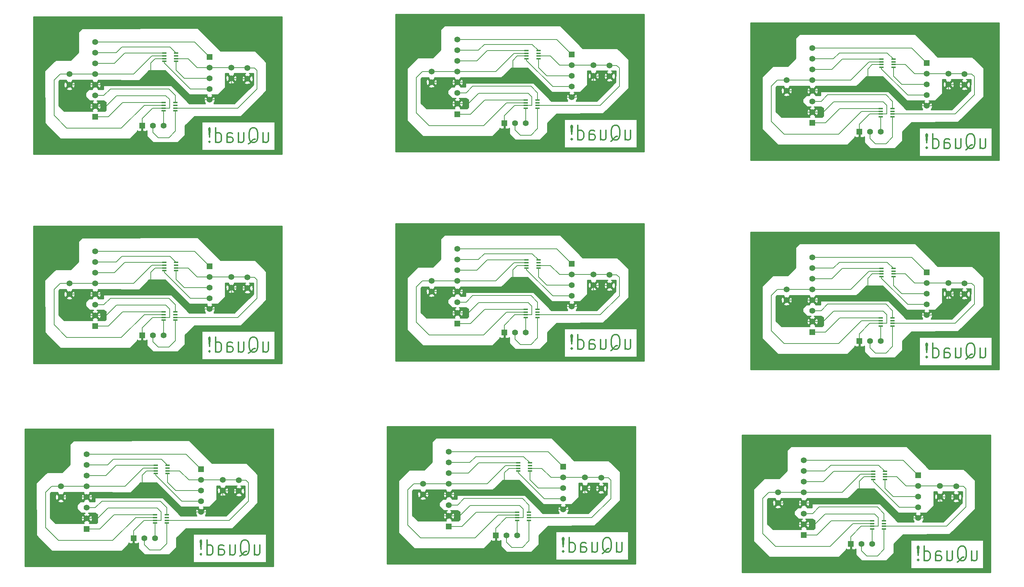
<source format=gbl>
G04 (created by PCBNEW-RS274X (2011-05-25)-stable) date mar 27 dic 2011 13:05:06 UYST*
G01*
G70*
G90*
%MOIN*%
G04 Gerber Fmt 3.4, Leading zero omitted, Abs format*
%FSLAX34Y34*%
G04 APERTURE LIST*
%ADD10C,0.006000*%
%ADD11C,0.012000*%
%ADD12R,0.055000X0.055000*%
%ADD13C,0.055000*%
%ADD14R,0.039400X0.015700*%
%ADD15C,0.008000*%
%ADD16C,0.010000*%
G04 APERTURE END LIST*
G54D10*
G54D11*
X98226Y-60321D02*
X98226Y-61240D01*
X98732Y-60321D02*
X98732Y-61043D01*
X98676Y-61174D01*
X98563Y-61240D01*
X98394Y-61240D01*
X98282Y-61174D01*
X98226Y-61109D01*
X96875Y-61371D02*
X96988Y-61305D01*
X97100Y-61174D01*
X97269Y-60977D01*
X97382Y-60912D01*
X97494Y-60912D01*
X97438Y-61240D02*
X97550Y-61174D01*
X97663Y-61043D01*
X97719Y-60780D01*
X97719Y-60321D01*
X97663Y-60059D01*
X97550Y-59927D01*
X97438Y-59862D01*
X97213Y-59862D01*
X97100Y-59927D01*
X96988Y-60059D01*
X96932Y-60321D01*
X96932Y-60780D01*
X96988Y-61043D01*
X97100Y-61174D01*
X97213Y-61240D01*
X97438Y-61240D01*
X95920Y-60321D02*
X95920Y-61240D01*
X96426Y-60321D02*
X96426Y-61043D01*
X96370Y-61174D01*
X96257Y-61240D01*
X96088Y-61240D01*
X95976Y-61174D01*
X95920Y-61109D01*
X94851Y-61240D02*
X94851Y-60518D01*
X94907Y-60387D01*
X95019Y-60321D01*
X95244Y-60321D01*
X95357Y-60387D01*
X94851Y-61174D02*
X94963Y-61240D01*
X95244Y-61240D01*
X95357Y-61174D01*
X95413Y-61043D01*
X95413Y-60912D01*
X95357Y-60780D01*
X95244Y-60715D01*
X94963Y-60715D01*
X94851Y-60649D01*
X93782Y-61240D02*
X93782Y-59862D01*
X93782Y-61174D02*
X93894Y-61240D01*
X94119Y-61240D01*
X94232Y-61174D01*
X94288Y-61109D01*
X94344Y-60977D01*
X94344Y-60584D01*
X94288Y-60452D01*
X94232Y-60387D01*
X94119Y-60321D01*
X93894Y-60321D01*
X93782Y-60387D01*
X93219Y-61109D02*
X93163Y-61174D01*
X93219Y-61240D01*
X93275Y-61174D01*
X93219Y-61109D01*
X93219Y-61240D01*
X93219Y-60715D02*
X93275Y-59927D01*
X93219Y-59862D01*
X93163Y-59927D01*
X93219Y-60715D01*
X93219Y-59862D01*
X98226Y-60321D02*
X98226Y-61240D01*
X98732Y-60321D02*
X98732Y-61043D01*
X98676Y-61174D01*
X98563Y-61240D01*
X98394Y-61240D01*
X98282Y-61174D01*
X98226Y-61109D01*
X96875Y-61371D02*
X96988Y-61305D01*
X97100Y-61174D01*
X97269Y-60977D01*
X97382Y-60912D01*
X97494Y-60912D01*
X97438Y-61240D02*
X97550Y-61174D01*
X97663Y-61043D01*
X97719Y-60780D01*
X97719Y-60321D01*
X97663Y-60059D01*
X97550Y-59927D01*
X97438Y-59862D01*
X97213Y-59862D01*
X97100Y-59927D01*
X96988Y-60059D01*
X96932Y-60321D01*
X96932Y-60780D01*
X96988Y-61043D01*
X97100Y-61174D01*
X97213Y-61240D01*
X97438Y-61240D01*
X95920Y-60321D02*
X95920Y-61240D01*
X96426Y-60321D02*
X96426Y-61043D01*
X96370Y-61174D01*
X96257Y-61240D01*
X96088Y-61240D01*
X95976Y-61174D01*
X95920Y-61109D01*
X94851Y-61240D02*
X94851Y-60518D01*
X94907Y-60387D01*
X95019Y-60321D01*
X95244Y-60321D01*
X95357Y-60387D01*
X94851Y-61174D02*
X94963Y-61240D01*
X95244Y-61240D01*
X95357Y-61174D01*
X95413Y-61043D01*
X95413Y-60912D01*
X95357Y-60780D01*
X95244Y-60715D01*
X94963Y-60715D01*
X94851Y-60649D01*
X93782Y-61240D02*
X93782Y-59862D01*
X93782Y-61174D02*
X93894Y-61240D01*
X94119Y-61240D01*
X94232Y-61174D01*
X94288Y-61109D01*
X94344Y-60977D01*
X94344Y-60584D01*
X94288Y-60452D01*
X94232Y-60387D01*
X94119Y-60321D01*
X93894Y-60321D01*
X93782Y-60387D01*
X93219Y-61109D02*
X93163Y-61174D01*
X93219Y-61240D01*
X93275Y-61174D01*
X93219Y-61109D01*
X93219Y-61240D01*
X93219Y-60715D02*
X93275Y-59927D01*
X93219Y-59862D01*
X93163Y-59927D01*
X93219Y-60715D01*
X93219Y-59862D01*
X98226Y-60321D02*
X98226Y-61240D01*
X98732Y-60321D02*
X98732Y-61043D01*
X98676Y-61174D01*
X98563Y-61240D01*
X98394Y-61240D01*
X98282Y-61174D01*
X98226Y-61109D01*
X96875Y-61371D02*
X96988Y-61305D01*
X97100Y-61174D01*
X97269Y-60977D01*
X97382Y-60912D01*
X97494Y-60912D01*
X97438Y-61240D02*
X97550Y-61174D01*
X97663Y-61043D01*
X97719Y-60780D01*
X97719Y-60321D01*
X97663Y-60059D01*
X97550Y-59927D01*
X97438Y-59862D01*
X97213Y-59862D01*
X97100Y-59927D01*
X96988Y-60059D01*
X96932Y-60321D01*
X96932Y-60780D01*
X96988Y-61043D01*
X97100Y-61174D01*
X97213Y-61240D01*
X97438Y-61240D01*
X95920Y-60321D02*
X95920Y-61240D01*
X96426Y-60321D02*
X96426Y-61043D01*
X96370Y-61174D01*
X96257Y-61240D01*
X96088Y-61240D01*
X95976Y-61174D01*
X95920Y-61109D01*
X94851Y-61240D02*
X94851Y-60518D01*
X94907Y-60387D01*
X95019Y-60321D01*
X95244Y-60321D01*
X95357Y-60387D01*
X94851Y-61174D02*
X94963Y-61240D01*
X95244Y-61240D01*
X95357Y-61174D01*
X95413Y-61043D01*
X95413Y-60912D01*
X95357Y-60780D01*
X95244Y-60715D01*
X94963Y-60715D01*
X94851Y-60649D01*
X93782Y-61240D02*
X93782Y-59862D01*
X93782Y-61174D02*
X93894Y-61240D01*
X94119Y-61240D01*
X94232Y-61174D01*
X94288Y-61109D01*
X94344Y-60977D01*
X94344Y-60584D01*
X94288Y-60452D01*
X94232Y-60387D01*
X94119Y-60321D01*
X93894Y-60321D01*
X93782Y-60387D01*
X93219Y-61109D02*
X93163Y-61174D01*
X93219Y-61240D01*
X93275Y-61174D01*
X93219Y-61109D01*
X93219Y-61240D01*
X93219Y-60715D02*
X93275Y-59927D01*
X93219Y-59862D01*
X93163Y-59927D01*
X93219Y-60715D01*
X93219Y-59862D01*
X98226Y-60321D02*
X98226Y-61240D01*
X98732Y-60321D02*
X98732Y-61043D01*
X98676Y-61174D01*
X98563Y-61240D01*
X98394Y-61240D01*
X98282Y-61174D01*
X98226Y-61109D01*
X96875Y-61371D02*
X96988Y-61305D01*
X97100Y-61174D01*
X97269Y-60977D01*
X97382Y-60912D01*
X97494Y-60912D01*
X97438Y-61240D02*
X97550Y-61174D01*
X97663Y-61043D01*
X97719Y-60780D01*
X97719Y-60321D01*
X97663Y-60059D01*
X97550Y-59927D01*
X97438Y-59862D01*
X97213Y-59862D01*
X97100Y-59927D01*
X96988Y-60059D01*
X96932Y-60321D01*
X96932Y-60780D01*
X96988Y-61043D01*
X97100Y-61174D01*
X97213Y-61240D01*
X97438Y-61240D01*
X95920Y-60321D02*
X95920Y-61240D01*
X96426Y-60321D02*
X96426Y-61043D01*
X96370Y-61174D01*
X96257Y-61240D01*
X96088Y-61240D01*
X95976Y-61174D01*
X95920Y-61109D01*
X94851Y-61240D02*
X94851Y-60518D01*
X94907Y-60387D01*
X95019Y-60321D01*
X95244Y-60321D01*
X95357Y-60387D01*
X94851Y-61174D02*
X94963Y-61240D01*
X95244Y-61240D01*
X95357Y-61174D01*
X95413Y-61043D01*
X95413Y-60912D01*
X95357Y-60780D01*
X95244Y-60715D01*
X94963Y-60715D01*
X94851Y-60649D01*
X93782Y-61240D02*
X93782Y-59862D01*
X93782Y-61174D02*
X93894Y-61240D01*
X94119Y-61240D01*
X94232Y-61174D01*
X94288Y-61109D01*
X94344Y-60977D01*
X94344Y-60584D01*
X94288Y-60452D01*
X94232Y-60387D01*
X94119Y-60321D01*
X93894Y-60321D01*
X93782Y-60387D01*
X93219Y-61109D02*
X93163Y-61174D01*
X93219Y-61240D01*
X93275Y-61174D01*
X93219Y-61109D01*
X93219Y-61240D01*
X93219Y-60715D02*
X93275Y-59927D01*
X93219Y-59862D01*
X93163Y-59927D01*
X93219Y-60715D01*
X93219Y-59862D01*
X98226Y-60321D02*
X98226Y-61240D01*
X98732Y-60321D02*
X98732Y-61043D01*
X98676Y-61174D01*
X98563Y-61240D01*
X98394Y-61240D01*
X98282Y-61174D01*
X98226Y-61109D01*
X96875Y-61371D02*
X96988Y-61305D01*
X97100Y-61174D01*
X97269Y-60977D01*
X97382Y-60912D01*
X97494Y-60912D01*
X97438Y-61240D02*
X97550Y-61174D01*
X97663Y-61043D01*
X97719Y-60780D01*
X97719Y-60321D01*
X97663Y-60059D01*
X97550Y-59927D01*
X97438Y-59862D01*
X97213Y-59862D01*
X97100Y-59927D01*
X96988Y-60059D01*
X96932Y-60321D01*
X96932Y-60780D01*
X96988Y-61043D01*
X97100Y-61174D01*
X97213Y-61240D01*
X97438Y-61240D01*
X95920Y-60321D02*
X95920Y-61240D01*
X96426Y-60321D02*
X96426Y-61043D01*
X96370Y-61174D01*
X96257Y-61240D01*
X96088Y-61240D01*
X95976Y-61174D01*
X95920Y-61109D01*
X94851Y-61240D02*
X94851Y-60518D01*
X94907Y-60387D01*
X95019Y-60321D01*
X95244Y-60321D01*
X95357Y-60387D01*
X94851Y-61174D02*
X94963Y-61240D01*
X95244Y-61240D01*
X95357Y-61174D01*
X95413Y-61043D01*
X95413Y-60912D01*
X95357Y-60780D01*
X95244Y-60715D01*
X94963Y-60715D01*
X94851Y-60649D01*
X93782Y-61240D02*
X93782Y-59862D01*
X93782Y-61174D02*
X93894Y-61240D01*
X94119Y-61240D01*
X94232Y-61174D01*
X94288Y-61109D01*
X94344Y-60977D01*
X94344Y-60584D01*
X94288Y-60452D01*
X94232Y-60387D01*
X94119Y-60321D01*
X93894Y-60321D01*
X93782Y-60387D01*
X93219Y-61109D02*
X93163Y-61174D01*
X93219Y-61240D01*
X93275Y-61174D01*
X93219Y-61109D01*
X93219Y-61240D01*
X93219Y-60715D02*
X93275Y-59927D01*
X93219Y-59862D01*
X93163Y-59927D01*
X93219Y-60715D01*
X93219Y-59862D01*
X98226Y-60321D02*
X98226Y-61240D01*
X98732Y-60321D02*
X98732Y-61043D01*
X98676Y-61174D01*
X98563Y-61240D01*
X98394Y-61240D01*
X98282Y-61174D01*
X98226Y-61109D01*
X96875Y-61371D02*
X96988Y-61305D01*
X97100Y-61174D01*
X97269Y-60977D01*
X97382Y-60912D01*
X97494Y-60912D01*
X97438Y-61240D02*
X97550Y-61174D01*
X97663Y-61043D01*
X97719Y-60780D01*
X97719Y-60321D01*
X97663Y-60059D01*
X97550Y-59927D01*
X97438Y-59862D01*
X97213Y-59862D01*
X97100Y-59927D01*
X96988Y-60059D01*
X96932Y-60321D01*
X96932Y-60780D01*
X96988Y-61043D01*
X97100Y-61174D01*
X97213Y-61240D01*
X97438Y-61240D01*
X95920Y-60321D02*
X95920Y-61240D01*
X96426Y-60321D02*
X96426Y-61043D01*
X96370Y-61174D01*
X96257Y-61240D01*
X96088Y-61240D01*
X95976Y-61174D01*
X95920Y-61109D01*
X94851Y-61240D02*
X94851Y-60518D01*
X94907Y-60387D01*
X95019Y-60321D01*
X95244Y-60321D01*
X95357Y-60387D01*
X94851Y-61174D02*
X94963Y-61240D01*
X95244Y-61240D01*
X95357Y-61174D01*
X95413Y-61043D01*
X95413Y-60912D01*
X95357Y-60780D01*
X95244Y-60715D01*
X94963Y-60715D01*
X94851Y-60649D01*
X93782Y-61240D02*
X93782Y-59862D01*
X93782Y-61174D02*
X93894Y-61240D01*
X94119Y-61240D01*
X94232Y-61174D01*
X94288Y-61109D01*
X94344Y-60977D01*
X94344Y-60584D01*
X94288Y-60452D01*
X94232Y-60387D01*
X94119Y-60321D01*
X93894Y-60321D01*
X93782Y-60387D01*
X93219Y-61109D02*
X93163Y-61174D01*
X93219Y-61240D01*
X93275Y-61174D01*
X93219Y-61109D01*
X93219Y-61240D01*
X93219Y-60715D02*
X93275Y-59927D01*
X93219Y-59862D01*
X93163Y-59927D01*
X93219Y-60715D01*
X93219Y-59862D01*
X98226Y-60321D02*
X98226Y-61240D01*
X98732Y-60321D02*
X98732Y-61043D01*
X98676Y-61174D01*
X98563Y-61240D01*
X98394Y-61240D01*
X98282Y-61174D01*
X98226Y-61109D01*
X96875Y-61371D02*
X96988Y-61305D01*
X97100Y-61174D01*
X97269Y-60977D01*
X97382Y-60912D01*
X97494Y-60912D01*
X97438Y-61240D02*
X97550Y-61174D01*
X97663Y-61043D01*
X97719Y-60780D01*
X97719Y-60321D01*
X97663Y-60059D01*
X97550Y-59927D01*
X97438Y-59862D01*
X97213Y-59862D01*
X97100Y-59927D01*
X96988Y-60059D01*
X96932Y-60321D01*
X96932Y-60780D01*
X96988Y-61043D01*
X97100Y-61174D01*
X97213Y-61240D01*
X97438Y-61240D01*
X95920Y-60321D02*
X95920Y-61240D01*
X96426Y-60321D02*
X96426Y-61043D01*
X96370Y-61174D01*
X96257Y-61240D01*
X96088Y-61240D01*
X95976Y-61174D01*
X95920Y-61109D01*
X94851Y-61240D02*
X94851Y-60518D01*
X94907Y-60387D01*
X95019Y-60321D01*
X95244Y-60321D01*
X95357Y-60387D01*
X94851Y-61174D02*
X94963Y-61240D01*
X95244Y-61240D01*
X95357Y-61174D01*
X95413Y-61043D01*
X95413Y-60912D01*
X95357Y-60780D01*
X95244Y-60715D01*
X94963Y-60715D01*
X94851Y-60649D01*
X93782Y-61240D02*
X93782Y-59862D01*
X93782Y-61174D02*
X93894Y-61240D01*
X94119Y-61240D01*
X94232Y-61174D01*
X94288Y-61109D01*
X94344Y-60977D01*
X94344Y-60584D01*
X94288Y-60452D01*
X94232Y-60387D01*
X94119Y-60321D01*
X93894Y-60321D01*
X93782Y-60387D01*
X93219Y-61109D02*
X93163Y-61174D01*
X93219Y-61240D01*
X93275Y-61174D01*
X93219Y-61109D01*
X93219Y-61240D01*
X93219Y-60715D02*
X93275Y-59927D01*
X93219Y-59862D01*
X93163Y-59927D01*
X93219Y-60715D01*
X93219Y-59862D01*
X98226Y-60321D02*
X98226Y-61240D01*
X98732Y-60321D02*
X98732Y-61043D01*
X98676Y-61174D01*
X98563Y-61240D01*
X98394Y-61240D01*
X98282Y-61174D01*
X98226Y-61109D01*
X96875Y-61371D02*
X96988Y-61305D01*
X97100Y-61174D01*
X97269Y-60977D01*
X97382Y-60912D01*
X97494Y-60912D01*
X97438Y-61240D02*
X97550Y-61174D01*
X97663Y-61043D01*
X97719Y-60780D01*
X97719Y-60321D01*
X97663Y-60059D01*
X97550Y-59927D01*
X97438Y-59862D01*
X97213Y-59862D01*
X97100Y-59927D01*
X96988Y-60059D01*
X96932Y-60321D01*
X96932Y-60780D01*
X96988Y-61043D01*
X97100Y-61174D01*
X97213Y-61240D01*
X97438Y-61240D01*
X95920Y-60321D02*
X95920Y-61240D01*
X96426Y-60321D02*
X96426Y-61043D01*
X96370Y-61174D01*
X96257Y-61240D01*
X96088Y-61240D01*
X95976Y-61174D01*
X95920Y-61109D01*
X94851Y-61240D02*
X94851Y-60518D01*
X94907Y-60387D01*
X95019Y-60321D01*
X95244Y-60321D01*
X95357Y-60387D01*
X94851Y-61174D02*
X94963Y-61240D01*
X95244Y-61240D01*
X95357Y-61174D01*
X95413Y-61043D01*
X95413Y-60912D01*
X95357Y-60780D01*
X95244Y-60715D01*
X94963Y-60715D01*
X94851Y-60649D01*
X93782Y-61240D02*
X93782Y-59862D01*
X93782Y-61174D02*
X93894Y-61240D01*
X94119Y-61240D01*
X94232Y-61174D01*
X94288Y-61109D01*
X94344Y-60977D01*
X94344Y-60584D01*
X94288Y-60452D01*
X94232Y-60387D01*
X94119Y-60321D01*
X93894Y-60321D01*
X93782Y-60387D01*
X93219Y-61109D02*
X93163Y-61174D01*
X93219Y-61240D01*
X93275Y-61174D01*
X93219Y-61109D01*
X93219Y-61240D01*
X93219Y-60715D02*
X93275Y-59927D01*
X93219Y-59862D01*
X93163Y-59927D01*
X93219Y-60715D01*
X93219Y-59862D01*
X31148Y-59762D02*
X31148Y-60681D01*
X31654Y-59762D02*
X31654Y-60484D01*
X31598Y-60615D01*
X31485Y-60681D01*
X31316Y-60681D01*
X31204Y-60615D01*
X31148Y-60550D01*
X29797Y-60812D02*
X29910Y-60746D01*
X30022Y-60615D01*
X30191Y-60418D01*
X30304Y-60353D01*
X30416Y-60353D01*
X30360Y-60681D02*
X30472Y-60615D01*
X30585Y-60484D01*
X30641Y-60221D01*
X30641Y-59762D01*
X30585Y-59500D01*
X30472Y-59368D01*
X30360Y-59303D01*
X30135Y-59303D01*
X30022Y-59368D01*
X29910Y-59500D01*
X29854Y-59762D01*
X29854Y-60221D01*
X29910Y-60484D01*
X30022Y-60615D01*
X30135Y-60681D01*
X30360Y-60681D01*
X28842Y-59762D02*
X28842Y-60681D01*
X29348Y-59762D02*
X29348Y-60484D01*
X29292Y-60615D01*
X29179Y-60681D01*
X29010Y-60681D01*
X28898Y-60615D01*
X28842Y-60550D01*
X27773Y-60681D02*
X27773Y-59959D01*
X27829Y-59828D01*
X27941Y-59762D01*
X28166Y-59762D01*
X28279Y-59828D01*
X27773Y-60615D02*
X27885Y-60681D01*
X28166Y-60681D01*
X28279Y-60615D01*
X28335Y-60484D01*
X28335Y-60353D01*
X28279Y-60221D01*
X28166Y-60156D01*
X27885Y-60156D01*
X27773Y-60090D01*
X26704Y-60681D02*
X26704Y-59303D01*
X26704Y-60615D02*
X26816Y-60681D01*
X27041Y-60681D01*
X27154Y-60615D01*
X27210Y-60550D01*
X27266Y-60418D01*
X27266Y-60025D01*
X27210Y-59893D01*
X27154Y-59828D01*
X27041Y-59762D01*
X26816Y-59762D01*
X26704Y-59828D01*
X26141Y-60550D02*
X26085Y-60615D01*
X26141Y-60681D01*
X26197Y-60615D01*
X26141Y-60550D01*
X26141Y-60681D01*
X26141Y-60156D02*
X26197Y-59368D01*
X26141Y-59303D01*
X26085Y-59368D01*
X26141Y-60156D01*
X26141Y-59303D01*
X31148Y-59762D02*
X31148Y-60681D01*
X31654Y-59762D02*
X31654Y-60484D01*
X31598Y-60615D01*
X31485Y-60681D01*
X31316Y-60681D01*
X31204Y-60615D01*
X31148Y-60550D01*
X29797Y-60812D02*
X29910Y-60746D01*
X30022Y-60615D01*
X30191Y-60418D01*
X30304Y-60353D01*
X30416Y-60353D01*
X30360Y-60681D02*
X30472Y-60615D01*
X30585Y-60484D01*
X30641Y-60221D01*
X30641Y-59762D01*
X30585Y-59500D01*
X30472Y-59368D01*
X30360Y-59303D01*
X30135Y-59303D01*
X30022Y-59368D01*
X29910Y-59500D01*
X29854Y-59762D01*
X29854Y-60221D01*
X29910Y-60484D01*
X30022Y-60615D01*
X30135Y-60681D01*
X30360Y-60681D01*
X28842Y-59762D02*
X28842Y-60681D01*
X29348Y-59762D02*
X29348Y-60484D01*
X29292Y-60615D01*
X29179Y-60681D01*
X29010Y-60681D01*
X28898Y-60615D01*
X28842Y-60550D01*
X27773Y-60681D02*
X27773Y-59959D01*
X27829Y-59828D01*
X27941Y-59762D01*
X28166Y-59762D01*
X28279Y-59828D01*
X27773Y-60615D02*
X27885Y-60681D01*
X28166Y-60681D01*
X28279Y-60615D01*
X28335Y-60484D01*
X28335Y-60353D01*
X28279Y-60221D01*
X28166Y-60156D01*
X27885Y-60156D01*
X27773Y-60090D01*
X26704Y-60681D02*
X26704Y-59303D01*
X26704Y-60615D02*
X26816Y-60681D01*
X27041Y-60681D01*
X27154Y-60615D01*
X27210Y-60550D01*
X27266Y-60418D01*
X27266Y-60025D01*
X27210Y-59893D01*
X27154Y-59828D01*
X27041Y-59762D01*
X26816Y-59762D01*
X26704Y-59828D01*
X26141Y-60550D02*
X26085Y-60615D01*
X26141Y-60681D01*
X26197Y-60615D01*
X26141Y-60550D01*
X26141Y-60681D01*
X26141Y-60156D02*
X26197Y-59368D01*
X26141Y-59303D01*
X26085Y-59368D01*
X26141Y-60156D01*
X26141Y-59303D01*
X31148Y-59762D02*
X31148Y-60681D01*
X31654Y-59762D02*
X31654Y-60484D01*
X31598Y-60615D01*
X31485Y-60681D01*
X31316Y-60681D01*
X31204Y-60615D01*
X31148Y-60550D01*
X29797Y-60812D02*
X29910Y-60746D01*
X30022Y-60615D01*
X30191Y-60418D01*
X30304Y-60353D01*
X30416Y-60353D01*
X30360Y-60681D02*
X30472Y-60615D01*
X30585Y-60484D01*
X30641Y-60221D01*
X30641Y-59762D01*
X30585Y-59500D01*
X30472Y-59368D01*
X30360Y-59303D01*
X30135Y-59303D01*
X30022Y-59368D01*
X29910Y-59500D01*
X29854Y-59762D01*
X29854Y-60221D01*
X29910Y-60484D01*
X30022Y-60615D01*
X30135Y-60681D01*
X30360Y-60681D01*
X28842Y-59762D02*
X28842Y-60681D01*
X29348Y-59762D02*
X29348Y-60484D01*
X29292Y-60615D01*
X29179Y-60681D01*
X29010Y-60681D01*
X28898Y-60615D01*
X28842Y-60550D01*
X27773Y-60681D02*
X27773Y-59959D01*
X27829Y-59828D01*
X27941Y-59762D01*
X28166Y-59762D01*
X28279Y-59828D01*
X27773Y-60615D02*
X27885Y-60681D01*
X28166Y-60681D01*
X28279Y-60615D01*
X28335Y-60484D01*
X28335Y-60353D01*
X28279Y-60221D01*
X28166Y-60156D01*
X27885Y-60156D01*
X27773Y-60090D01*
X26704Y-60681D02*
X26704Y-59303D01*
X26704Y-60615D02*
X26816Y-60681D01*
X27041Y-60681D01*
X27154Y-60615D01*
X27210Y-60550D01*
X27266Y-60418D01*
X27266Y-60025D01*
X27210Y-59893D01*
X27154Y-59828D01*
X27041Y-59762D01*
X26816Y-59762D01*
X26704Y-59828D01*
X26141Y-60550D02*
X26085Y-60615D01*
X26141Y-60681D01*
X26197Y-60615D01*
X26141Y-60550D01*
X26141Y-60681D01*
X26141Y-60156D02*
X26197Y-59368D01*
X26141Y-59303D01*
X26085Y-59368D01*
X26141Y-60156D01*
X26141Y-59303D01*
X31148Y-59762D02*
X31148Y-60681D01*
X31654Y-59762D02*
X31654Y-60484D01*
X31598Y-60615D01*
X31485Y-60681D01*
X31316Y-60681D01*
X31204Y-60615D01*
X31148Y-60550D01*
X29797Y-60812D02*
X29910Y-60746D01*
X30022Y-60615D01*
X30191Y-60418D01*
X30304Y-60353D01*
X30416Y-60353D01*
X30360Y-60681D02*
X30472Y-60615D01*
X30585Y-60484D01*
X30641Y-60221D01*
X30641Y-59762D01*
X30585Y-59500D01*
X30472Y-59368D01*
X30360Y-59303D01*
X30135Y-59303D01*
X30022Y-59368D01*
X29910Y-59500D01*
X29854Y-59762D01*
X29854Y-60221D01*
X29910Y-60484D01*
X30022Y-60615D01*
X30135Y-60681D01*
X30360Y-60681D01*
X28842Y-59762D02*
X28842Y-60681D01*
X29348Y-59762D02*
X29348Y-60484D01*
X29292Y-60615D01*
X29179Y-60681D01*
X29010Y-60681D01*
X28898Y-60615D01*
X28842Y-60550D01*
X27773Y-60681D02*
X27773Y-59959D01*
X27829Y-59828D01*
X27941Y-59762D01*
X28166Y-59762D01*
X28279Y-59828D01*
X27773Y-60615D02*
X27885Y-60681D01*
X28166Y-60681D01*
X28279Y-60615D01*
X28335Y-60484D01*
X28335Y-60353D01*
X28279Y-60221D01*
X28166Y-60156D01*
X27885Y-60156D01*
X27773Y-60090D01*
X26704Y-60681D02*
X26704Y-59303D01*
X26704Y-60615D02*
X26816Y-60681D01*
X27041Y-60681D01*
X27154Y-60615D01*
X27210Y-60550D01*
X27266Y-60418D01*
X27266Y-60025D01*
X27210Y-59893D01*
X27154Y-59828D01*
X27041Y-59762D01*
X26816Y-59762D01*
X26704Y-59828D01*
X26141Y-60550D02*
X26085Y-60615D01*
X26141Y-60681D01*
X26197Y-60615D01*
X26141Y-60550D01*
X26141Y-60681D01*
X26141Y-60156D02*
X26197Y-59368D01*
X26141Y-59303D01*
X26085Y-59368D01*
X26141Y-60156D01*
X26141Y-59303D01*
X31148Y-59762D02*
X31148Y-60681D01*
X31654Y-59762D02*
X31654Y-60484D01*
X31598Y-60615D01*
X31485Y-60681D01*
X31316Y-60681D01*
X31204Y-60615D01*
X31148Y-60550D01*
X29797Y-60812D02*
X29910Y-60746D01*
X30022Y-60615D01*
X30191Y-60418D01*
X30304Y-60353D01*
X30416Y-60353D01*
X30360Y-60681D02*
X30472Y-60615D01*
X30585Y-60484D01*
X30641Y-60221D01*
X30641Y-59762D01*
X30585Y-59500D01*
X30472Y-59368D01*
X30360Y-59303D01*
X30135Y-59303D01*
X30022Y-59368D01*
X29910Y-59500D01*
X29854Y-59762D01*
X29854Y-60221D01*
X29910Y-60484D01*
X30022Y-60615D01*
X30135Y-60681D01*
X30360Y-60681D01*
X28842Y-59762D02*
X28842Y-60681D01*
X29348Y-59762D02*
X29348Y-60484D01*
X29292Y-60615D01*
X29179Y-60681D01*
X29010Y-60681D01*
X28898Y-60615D01*
X28842Y-60550D01*
X27773Y-60681D02*
X27773Y-59959D01*
X27829Y-59828D01*
X27941Y-59762D01*
X28166Y-59762D01*
X28279Y-59828D01*
X27773Y-60615D02*
X27885Y-60681D01*
X28166Y-60681D01*
X28279Y-60615D01*
X28335Y-60484D01*
X28335Y-60353D01*
X28279Y-60221D01*
X28166Y-60156D01*
X27885Y-60156D01*
X27773Y-60090D01*
X26704Y-60681D02*
X26704Y-59303D01*
X26704Y-60615D02*
X26816Y-60681D01*
X27041Y-60681D01*
X27154Y-60615D01*
X27210Y-60550D01*
X27266Y-60418D01*
X27266Y-60025D01*
X27210Y-59893D01*
X27154Y-59828D01*
X27041Y-59762D01*
X26816Y-59762D01*
X26704Y-59828D01*
X26141Y-60550D02*
X26085Y-60615D01*
X26141Y-60681D01*
X26197Y-60615D01*
X26141Y-60550D01*
X26141Y-60681D01*
X26141Y-60156D02*
X26197Y-59368D01*
X26141Y-59303D01*
X26085Y-59368D01*
X26141Y-60156D01*
X26141Y-59303D01*
X31148Y-59762D02*
X31148Y-60681D01*
X31654Y-59762D02*
X31654Y-60484D01*
X31598Y-60615D01*
X31485Y-60681D01*
X31316Y-60681D01*
X31204Y-60615D01*
X31148Y-60550D01*
X29797Y-60812D02*
X29910Y-60746D01*
X30022Y-60615D01*
X30191Y-60418D01*
X30304Y-60353D01*
X30416Y-60353D01*
X30360Y-60681D02*
X30472Y-60615D01*
X30585Y-60484D01*
X30641Y-60221D01*
X30641Y-59762D01*
X30585Y-59500D01*
X30472Y-59368D01*
X30360Y-59303D01*
X30135Y-59303D01*
X30022Y-59368D01*
X29910Y-59500D01*
X29854Y-59762D01*
X29854Y-60221D01*
X29910Y-60484D01*
X30022Y-60615D01*
X30135Y-60681D01*
X30360Y-60681D01*
X28842Y-59762D02*
X28842Y-60681D01*
X29348Y-59762D02*
X29348Y-60484D01*
X29292Y-60615D01*
X29179Y-60681D01*
X29010Y-60681D01*
X28898Y-60615D01*
X28842Y-60550D01*
X27773Y-60681D02*
X27773Y-59959D01*
X27829Y-59828D01*
X27941Y-59762D01*
X28166Y-59762D01*
X28279Y-59828D01*
X27773Y-60615D02*
X27885Y-60681D01*
X28166Y-60681D01*
X28279Y-60615D01*
X28335Y-60484D01*
X28335Y-60353D01*
X28279Y-60221D01*
X28166Y-60156D01*
X27885Y-60156D01*
X27773Y-60090D01*
X26704Y-60681D02*
X26704Y-59303D01*
X26704Y-60615D02*
X26816Y-60681D01*
X27041Y-60681D01*
X27154Y-60615D01*
X27210Y-60550D01*
X27266Y-60418D01*
X27266Y-60025D01*
X27210Y-59893D01*
X27154Y-59828D01*
X27041Y-59762D01*
X26816Y-59762D01*
X26704Y-59828D01*
X26141Y-60550D02*
X26085Y-60615D01*
X26141Y-60681D01*
X26197Y-60615D01*
X26141Y-60550D01*
X26141Y-60681D01*
X26141Y-60156D02*
X26197Y-59368D01*
X26141Y-59303D01*
X26085Y-59368D01*
X26141Y-60156D01*
X26141Y-59303D01*
X31148Y-59762D02*
X31148Y-60681D01*
X31654Y-59762D02*
X31654Y-60484D01*
X31598Y-60615D01*
X31485Y-60681D01*
X31316Y-60681D01*
X31204Y-60615D01*
X31148Y-60550D01*
X29797Y-60812D02*
X29910Y-60746D01*
X30022Y-60615D01*
X30191Y-60418D01*
X30304Y-60353D01*
X30416Y-60353D01*
X30360Y-60681D02*
X30472Y-60615D01*
X30585Y-60484D01*
X30641Y-60221D01*
X30641Y-59762D01*
X30585Y-59500D01*
X30472Y-59368D01*
X30360Y-59303D01*
X30135Y-59303D01*
X30022Y-59368D01*
X29910Y-59500D01*
X29854Y-59762D01*
X29854Y-60221D01*
X29910Y-60484D01*
X30022Y-60615D01*
X30135Y-60681D01*
X30360Y-60681D01*
X28842Y-59762D02*
X28842Y-60681D01*
X29348Y-59762D02*
X29348Y-60484D01*
X29292Y-60615D01*
X29179Y-60681D01*
X29010Y-60681D01*
X28898Y-60615D01*
X28842Y-60550D01*
X27773Y-60681D02*
X27773Y-59959D01*
X27829Y-59828D01*
X27941Y-59762D01*
X28166Y-59762D01*
X28279Y-59828D01*
X27773Y-60615D02*
X27885Y-60681D01*
X28166Y-60681D01*
X28279Y-60615D01*
X28335Y-60484D01*
X28335Y-60353D01*
X28279Y-60221D01*
X28166Y-60156D01*
X27885Y-60156D01*
X27773Y-60090D01*
X26704Y-60681D02*
X26704Y-59303D01*
X26704Y-60615D02*
X26816Y-60681D01*
X27041Y-60681D01*
X27154Y-60615D01*
X27210Y-60550D01*
X27266Y-60418D01*
X27266Y-60025D01*
X27210Y-59893D01*
X27154Y-59828D01*
X27041Y-59762D01*
X26816Y-59762D01*
X26704Y-59828D01*
X26141Y-60550D02*
X26085Y-60615D01*
X26141Y-60681D01*
X26197Y-60615D01*
X26141Y-60550D01*
X26141Y-60681D01*
X26141Y-60156D02*
X26197Y-59368D01*
X26141Y-59303D01*
X26085Y-59368D01*
X26141Y-60156D01*
X26141Y-59303D01*
X31148Y-59762D02*
X31148Y-60681D01*
X31654Y-59762D02*
X31654Y-60484D01*
X31598Y-60615D01*
X31485Y-60681D01*
X31316Y-60681D01*
X31204Y-60615D01*
X31148Y-60550D01*
X29797Y-60812D02*
X29910Y-60746D01*
X30022Y-60615D01*
X30191Y-60418D01*
X30304Y-60353D01*
X30416Y-60353D01*
X30360Y-60681D02*
X30472Y-60615D01*
X30585Y-60484D01*
X30641Y-60221D01*
X30641Y-59762D01*
X30585Y-59500D01*
X30472Y-59368D01*
X30360Y-59303D01*
X30135Y-59303D01*
X30022Y-59368D01*
X29910Y-59500D01*
X29854Y-59762D01*
X29854Y-60221D01*
X29910Y-60484D01*
X30022Y-60615D01*
X30135Y-60681D01*
X30360Y-60681D01*
X28842Y-59762D02*
X28842Y-60681D01*
X29348Y-59762D02*
X29348Y-60484D01*
X29292Y-60615D01*
X29179Y-60681D01*
X29010Y-60681D01*
X28898Y-60615D01*
X28842Y-60550D01*
X27773Y-60681D02*
X27773Y-59959D01*
X27829Y-59828D01*
X27941Y-59762D01*
X28166Y-59762D01*
X28279Y-59828D01*
X27773Y-60615D02*
X27885Y-60681D01*
X28166Y-60681D01*
X28279Y-60615D01*
X28335Y-60484D01*
X28335Y-60353D01*
X28279Y-60221D01*
X28166Y-60156D01*
X27885Y-60156D01*
X27773Y-60090D01*
X26704Y-60681D02*
X26704Y-59303D01*
X26704Y-60615D02*
X26816Y-60681D01*
X27041Y-60681D01*
X27154Y-60615D01*
X27210Y-60550D01*
X27266Y-60418D01*
X27266Y-60025D01*
X27210Y-59893D01*
X27154Y-59828D01*
X27041Y-59762D01*
X26816Y-59762D01*
X26704Y-59828D01*
X26141Y-60550D02*
X26085Y-60615D01*
X26141Y-60681D01*
X26197Y-60615D01*
X26141Y-60550D01*
X26141Y-60681D01*
X26141Y-60156D02*
X26197Y-59368D01*
X26141Y-59303D01*
X26085Y-59368D01*
X26141Y-60156D01*
X26141Y-59303D01*
X65026Y-59522D02*
X65026Y-60441D01*
X65532Y-59522D02*
X65532Y-60244D01*
X65476Y-60375D01*
X65363Y-60441D01*
X65194Y-60441D01*
X65082Y-60375D01*
X65026Y-60310D01*
X63675Y-60572D02*
X63788Y-60506D01*
X63900Y-60375D01*
X64069Y-60178D01*
X64182Y-60113D01*
X64294Y-60113D01*
X64238Y-60441D02*
X64350Y-60375D01*
X64463Y-60244D01*
X64519Y-59981D01*
X64519Y-59522D01*
X64463Y-59260D01*
X64350Y-59128D01*
X64238Y-59063D01*
X64013Y-59063D01*
X63900Y-59128D01*
X63788Y-59260D01*
X63732Y-59522D01*
X63732Y-59981D01*
X63788Y-60244D01*
X63900Y-60375D01*
X64013Y-60441D01*
X64238Y-60441D01*
X62720Y-59522D02*
X62720Y-60441D01*
X63226Y-59522D02*
X63226Y-60244D01*
X63170Y-60375D01*
X63057Y-60441D01*
X62888Y-60441D01*
X62776Y-60375D01*
X62720Y-60310D01*
X61651Y-60441D02*
X61651Y-59719D01*
X61707Y-59588D01*
X61819Y-59522D01*
X62044Y-59522D01*
X62157Y-59588D01*
X61651Y-60375D02*
X61763Y-60441D01*
X62044Y-60441D01*
X62157Y-60375D01*
X62213Y-60244D01*
X62213Y-60113D01*
X62157Y-59981D01*
X62044Y-59916D01*
X61763Y-59916D01*
X61651Y-59850D01*
X60582Y-60441D02*
X60582Y-59063D01*
X60582Y-60375D02*
X60694Y-60441D01*
X60919Y-60441D01*
X61032Y-60375D01*
X61088Y-60310D01*
X61144Y-60178D01*
X61144Y-59785D01*
X61088Y-59653D01*
X61032Y-59588D01*
X60919Y-59522D01*
X60694Y-59522D01*
X60582Y-59588D01*
X60019Y-60310D02*
X59963Y-60375D01*
X60019Y-60441D01*
X60075Y-60375D01*
X60019Y-60310D01*
X60019Y-60441D01*
X60019Y-59916D02*
X60075Y-59128D01*
X60019Y-59063D01*
X59963Y-59128D01*
X60019Y-59916D01*
X60019Y-59063D01*
X65026Y-59522D02*
X65026Y-60441D01*
X65532Y-59522D02*
X65532Y-60244D01*
X65476Y-60375D01*
X65363Y-60441D01*
X65194Y-60441D01*
X65082Y-60375D01*
X65026Y-60310D01*
X63675Y-60572D02*
X63788Y-60506D01*
X63900Y-60375D01*
X64069Y-60178D01*
X64182Y-60113D01*
X64294Y-60113D01*
X64238Y-60441D02*
X64350Y-60375D01*
X64463Y-60244D01*
X64519Y-59981D01*
X64519Y-59522D01*
X64463Y-59260D01*
X64350Y-59128D01*
X64238Y-59063D01*
X64013Y-59063D01*
X63900Y-59128D01*
X63788Y-59260D01*
X63732Y-59522D01*
X63732Y-59981D01*
X63788Y-60244D01*
X63900Y-60375D01*
X64013Y-60441D01*
X64238Y-60441D01*
X62720Y-59522D02*
X62720Y-60441D01*
X63226Y-59522D02*
X63226Y-60244D01*
X63170Y-60375D01*
X63057Y-60441D01*
X62888Y-60441D01*
X62776Y-60375D01*
X62720Y-60310D01*
X61651Y-60441D02*
X61651Y-59719D01*
X61707Y-59588D01*
X61819Y-59522D01*
X62044Y-59522D01*
X62157Y-59588D01*
X61651Y-60375D02*
X61763Y-60441D01*
X62044Y-60441D01*
X62157Y-60375D01*
X62213Y-60244D01*
X62213Y-60113D01*
X62157Y-59981D01*
X62044Y-59916D01*
X61763Y-59916D01*
X61651Y-59850D01*
X60582Y-60441D02*
X60582Y-59063D01*
X60582Y-60375D02*
X60694Y-60441D01*
X60919Y-60441D01*
X61032Y-60375D01*
X61088Y-60310D01*
X61144Y-60178D01*
X61144Y-59785D01*
X61088Y-59653D01*
X61032Y-59588D01*
X60919Y-59522D01*
X60694Y-59522D01*
X60582Y-59588D01*
X60019Y-60310D02*
X59963Y-60375D01*
X60019Y-60441D01*
X60075Y-60375D01*
X60019Y-60310D01*
X60019Y-60441D01*
X60019Y-59916D02*
X60075Y-59128D01*
X60019Y-59063D01*
X59963Y-59128D01*
X60019Y-59916D01*
X60019Y-59063D01*
X65026Y-59522D02*
X65026Y-60441D01*
X65532Y-59522D02*
X65532Y-60244D01*
X65476Y-60375D01*
X65363Y-60441D01*
X65194Y-60441D01*
X65082Y-60375D01*
X65026Y-60310D01*
X63675Y-60572D02*
X63788Y-60506D01*
X63900Y-60375D01*
X64069Y-60178D01*
X64182Y-60113D01*
X64294Y-60113D01*
X64238Y-60441D02*
X64350Y-60375D01*
X64463Y-60244D01*
X64519Y-59981D01*
X64519Y-59522D01*
X64463Y-59260D01*
X64350Y-59128D01*
X64238Y-59063D01*
X64013Y-59063D01*
X63900Y-59128D01*
X63788Y-59260D01*
X63732Y-59522D01*
X63732Y-59981D01*
X63788Y-60244D01*
X63900Y-60375D01*
X64013Y-60441D01*
X64238Y-60441D01*
X62720Y-59522D02*
X62720Y-60441D01*
X63226Y-59522D02*
X63226Y-60244D01*
X63170Y-60375D01*
X63057Y-60441D01*
X62888Y-60441D01*
X62776Y-60375D01*
X62720Y-60310D01*
X61651Y-60441D02*
X61651Y-59719D01*
X61707Y-59588D01*
X61819Y-59522D01*
X62044Y-59522D01*
X62157Y-59588D01*
X61651Y-60375D02*
X61763Y-60441D01*
X62044Y-60441D01*
X62157Y-60375D01*
X62213Y-60244D01*
X62213Y-60113D01*
X62157Y-59981D01*
X62044Y-59916D01*
X61763Y-59916D01*
X61651Y-59850D01*
X60582Y-60441D02*
X60582Y-59063D01*
X60582Y-60375D02*
X60694Y-60441D01*
X60919Y-60441D01*
X61032Y-60375D01*
X61088Y-60310D01*
X61144Y-60178D01*
X61144Y-59785D01*
X61088Y-59653D01*
X61032Y-59588D01*
X60919Y-59522D01*
X60694Y-59522D01*
X60582Y-59588D01*
X60019Y-60310D02*
X59963Y-60375D01*
X60019Y-60441D01*
X60075Y-60375D01*
X60019Y-60310D01*
X60019Y-60441D01*
X60019Y-59916D02*
X60075Y-59128D01*
X60019Y-59063D01*
X59963Y-59128D01*
X60019Y-59916D01*
X60019Y-59063D01*
X65026Y-59522D02*
X65026Y-60441D01*
X65532Y-59522D02*
X65532Y-60244D01*
X65476Y-60375D01*
X65363Y-60441D01*
X65194Y-60441D01*
X65082Y-60375D01*
X65026Y-60310D01*
X63675Y-60572D02*
X63788Y-60506D01*
X63900Y-60375D01*
X64069Y-60178D01*
X64182Y-60113D01*
X64294Y-60113D01*
X64238Y-60441D02*
X64350Y-60375D01*
X64463Y-60244D01*
X64519Y-59981D01*
X64519Y-59522D01*
X64463Y-59260D01*
X64350Y-59128D01*
X64238Y-59063D01*
X64013Y-59063D01*
X63900Y-59128D01*
X63788Y-59260D01*
X63732Y-59522D01*
X63732Y-59981D01*
X63788Y-60244D01*
X63900Y-60375D01*
X64013Y-60441D01*
X64238Y-60441D01*
X62720Y-59522D02*
X62720Y-60441D01*
X63226Y-59522D02*
X63226Y-60244D01*
X63170Y-60375D01*
X63057Y-60441D01*
X62888Y-60441D01*
X62776Y-60375D01*
X62720Y-60310D01*
X61651Y-60441D02*
X61651Y-59719D01*
X61707Y-59588D01*
X61819Y-59522D01*
X62044Y-59522D01*
X62157Y-59588D01*
X61651Y-60375D02*
X61763Y-60441D01*
X62044Y-60441D01*
X62157Y-60375D01*
X62213Y-60244D01*
X62213Y-60113D01*
X62157Y-59981D01*
X62044Y-59916D01*
X61763Y-59916D01*
X61651Y-59850D01*
X60582Y-60441D02*
X60582Y-59063D01*
X60582Y-60375D02*
X60694Y-60441D01*
X60919Y-60441D01*
X61032Y-60375D01*
X61088Y-60310D01*
X61144Y-60178D01*
X61144Y-59785D01*
X61088Y-59653D01*
X61032Y-59588D01*
X60919Y-59522D01*
X60694Y-59522D01*
X60582Y-59588D01*
X60019Y-60310D02*
X59963Y-60375D01*
X60019Y-60441D01*
X60075Y-60375D01*
X60019Y-60310D01*
X60019Y-60441D01*
X60019Y-59916D02*
X60075Y-59128D01*
X60019Y-59063D01*
X59963Y-59128D01*
X60019Y-59916D01*
X60019Y-59063D01*
X65026Y-59522D02*
X65026Y-60441D01*
X65532Y-59522D02*
X65532Y-60244D01*
X65476Y-60375D01*
X65363Y-60441D01*
X65194Y-60441D01*
X65082Y-60375D01*
X65026Y-60310D01*
X63675Y-60572D02*
X63788Y-60506D01*
X63900Y-60375D01*
X64069Y-60178D01*
X64182Y-60113D01*
X64294Y-60113D01*
X64238Y-60441D02*
X64350Y-60375D01*
X64463Y-60244D01*
X64519Y-59981D01*
X64519Y-59522D01*
X64463Y-59260D01*
X64350Y-59128D01*
X64238Y-59063D01*
X64013Y-59063D01*
X63900Y-59128D01*
X63788Y-59260D01*
X63732Y-59522D01*
X63732Y-59981D01*
X63788Y-60244D01*
X63900Y-60375D01*
X64013Y-60441D01*
X64238Y-60441D01*
X62720Y-59522D02*
X62720Y-60441D01*
X63226Y-59522D02*
X63226Y-60244D01*
X63170Y-60375D01*
X63057Y-60441D01*
X62888Y-60441D01*
X62776Y-60375D01*
X62720Y-60310D01*
X61651Y-60441D02*
X61651Y-59719D01*
X61707Y-59588D01*
X61819Y-59522D01*
X62044Y-59522D01*
X62157Y-59588D01*
X61651Y-60375D02*
X61763Y-60441D01*
X62044Y-60441D01*
X62157Y-60375D01*
X62213Y-60244D01*
X62213Y-60113D01*
X62157Y-59981D01*
X62044Y-59916D01*
X61763Y-59916D01*
X61651Y-59850D01*
X60582Y-60441D02*
X60582Y-59063D01*
X60582Y-60375D02*
X60694Y-60441D01*
X60919Y-60441D01*
X61032Y-60375D01*
X61088Y-60310D01*
X61144Y-60178D01*
X61144Y-59785D01*
X61088Y-59653D01*
X61032Y-59588D01*
X60919Y-59522D01*
X60694Y-59522D01*
X60582Y-59588D01*
X60019Y-60310D02*
X59963Y-60375D01*
X60019Y-60441D01*
X60075Y-60375D01*
X60019Y-60310D01*
X60019Y-60441D01*
X60019Y-59916D02*
X60075Y-59128D01*
X60019Y-59063D01*
X59963Y-59128D01*
X60019Y-59916D01*
X60019Y-59063D01*
X65026Y-59522D02*
X65026Y-60441D01*
X65532Y-59522D02*
X65532Y-60244D01*
X65476Y-60375D01*
X65363Y-60441D01*
X65194Y-60441D01*
X65082Y-60375D01*
X65026Y-60310D01*
X63675Y-60572D02*
X63788Y-60506D01*
X63900Y-60375D01*
X64069Y-60178D01*
X64182Y-60113D01*
X64294Y-60113D01*
X64238Y-60441D02*
X64350Y-60375D01*
X64463Y-60244D01*
X64519Y-59981D01*
X64519Y-59522D01*
X64463Y-59260D01*
X64350Y-59128D01*
X64238Y-59063D01*
X64013Y-59063D01*
X63900Y-59128D01*
X63788Y-59260D01*
X63732Y-59522D01*
X63732Y-59981D01*
X63788Y-60244D01*
X63900Y-60375D01*
X64013Y-60441D01*
X64238Y-60441D01*
X62720Y-59522D02*
X62720Y-60441D01*
X63226Y-59522D02*
X63226Y-60244D01*
X63170Y-60375D01*
X63057Y-60441D01*
X62888Y-60441D01*
X62776Y-60375D01*
X62720Y-60310D01*
X61651Y-60441D02*
X61651Y-59719D01*
X61707Y-59588D01*
X61819Y-59522D01*
X62044Y-59522D01*
X62157Y-59588D01*
X61651Y-60375D02*
X61763Y-60441D01*
X62044Y-60441D01*
X62157Y-60375D01*
X62213Y-60244D01*
X62213Y-60113D01*
X62157Y-59981D01*
X62044Y-59916D01*
X61763Y-59916D01*
X61651Y-59850D01*
X60582Y-60441D02*
X60582Y-59063D01*
X60582Y-60375D02*
X60694Y-60441D01*
X60919Y-60441D01*
X61032Y-60375D01*
X61088Y-60310D01*
X61144Y-60178D01*
X61144Y-59785D01*
X61088Y-59653D01*
X61032Y-59588D01*
X60919Y-59522D01*
X60694Y-59522D01*
X60582Y-59588D01*
X60019Y-60310D02*
X59963Y-60375D01*
X60019Y-60441D01*
X60075Y-60375D01*
X60019Y-60310D01*
X60019Y-60441D01*
X60019Y-59916D02*
X60075Y-59128D01*
X60019Y-59063D01*
X59963Y-59128D01*
X60019Y-59916D01*
X60019Y-59063D01*
X65026Y-59522D02*
X65026Y-60441D01*
X65532Y-59522D02*
X65532Y-60244D01*
X65476Y-60375D01*
X65363Y-60441D01*
X65194Y-60441D01*
X65082Y-60375D01*
X65026Y-60310D01*
X63675Y-60572D02*
X63788Y-60506D01*
X63900Y-60375D01*
X64069Y-60178D01*
X64182Y-60113D01*
X64294Y-60113D01*
X64238Y-60441D02*
X64350Y-60375D01*
X64463Y-60244D01*
X64519Y-59981D01*
X64519Y-59522D01*
X64463Y-59260D01*
X64350Y-59128D01*
X64238Y-59063D01*
X64013Y-59063D01*
X63900Y-59128D01*
X63788Y-59260D01*
X63732Y-59522D01*
X63732Y-59981D01*
X63788Y-60244D01*
X63900Y-60375D01*
X64013Y-60441D01*
X64238Y-60441D01*
X62720Y-59522D02*
X62720Y-60441D01*
X63226Y-59522D02*
X63226Y-60244D01*
X63170Y-60375D01*
X63057Y-60441D01*
X62888Y-60441D01*
X62776Y-60375D01*
X62720Y-60310D01*
X61651Y-60441D02*
X61651Y-59719D01*
X61707Y-59588D01*
X61819Y-59522D01*
X62044Y-59522D01*
X62157Y-59588D01*
X61651Y-60375D02*
X61763Y-60441D01*
X62044Y-60441D01*
X62157Y-60375D01*
X62213Y-60244D01*
X62213Y-60113D01*
X62157Y-59981D01*
X62044Y-59916D01*
X61763Y-59916D01*
X61651Y-59850D01*
X60582Y-60441D02*
X60582Y-59063D01*
X60582Y-60375D02*
X60694Y-60441D01*
X60919Y-60441D01*
X61032Y-60375D01*
X61088Y-60310D01*
X61144Y-60178D01*
X61144Y-59785D01*
X61088Y-59653D01*
X61032Y-59588D01*
X60919Y-59522D01*
X60694Y-59522D01*
X60582Y-59588D01*
X60019Y-60310D02*
X59963Y-60375D01*
X60019Y-60441D01*
X60075Y-60375D01*
X60019Y-60310D01*
X60019Y-60441D01*
X60019Y-59916D02*
X60075Y-59128D01*
X60019Y-59063D01*
X59963Y-59128D01*
X60019Y-59916D01*
X60019Y-59063D01*
X65026Y-59522D02*
X65026Y-60441D01*
X65532Y-59522D02*
X65532Y-60244D01*
X65476Y-60375D01*
X65363Y-60441D01*
X65194Y-60441D01*
X65082Y-60375D01*
X65026Y-60310D01*
X63675Y-60572D02*
X63788Y-60506D01*
X63900Y-60375D01*
X64069Y-60178D01*
X64182Y-60113D01*
X64294Y-60113D01*
X64238Y-60441D02*
X64350Y-60375D01*
X64463Y-60244D01*
X64519Y-59981D01*
X64519Y-59522D01*
X64463Y-59260D01*
X64350Y-59128D01*
X64238Y-59063D01*
X64013Y-59063D01*
X63900Y-59128D01*
X63788Y-59260D01*
X63732Y-59522D01*
X63732Y-59981D01*
X63788Y-60244D01*
X63900Y-60375D01*
X64013Y-60441D01*
X64238Y-60441D01*
X62720Y-59522D02*
X62720Y-60441D01*
X63226Y-59522D02*
X63226Y-60244D01*
X63170Y-60375D01*
X63057Y-60441D01*
X62888Y-60441D01*
X62776Y-60375D01*
X62720Y-60310D01*
X61651Y-60441D02*
X61651Y-59719D01*
X61707Y-59588D01*
X61819Y-59522D01*
X62044Y-59522D01*
X62157Y-59588D01*
X61651Y-60375D02*
X61763Y-60441D01*
X62044Y-60441D01*
X62157Y-60375D01*
X62213Y-60244D01*
X62213Y-60113D01*
X62157Y-59981D01*
X62044Y-59916D01*
X61763Y-59916D01*
X61651Y-59850D01*
X60582Y-60441D02*
X60582Y-59063D01*
X60582Y-60375D02*
X60694Y-60441D01*
X60919Y-60441D01*
X61032Y-60375D01*
X61088Y-60310D01*
X61144Y-60178D01*
X61144Y-59785D01*
X61088Y-59653D01*
X61032Y-59588D01*
X60919Y-59522D01*
X60694Y-59522D01*
X60582Y-59588D01*
X60019Y-60310D02*
X59963Y-60375D01*
X60019Y-60441D01*
X60075Y-60375D01*
X60019Y-60310D01*
X60019Y-60441D01*
X60019Y-59916D02*
X60075Y-59128D01*
X60019Y-59063D01*
X59963Y-59128D01*
X60019Y-59916D01*
X60019Y-59063D01*
X65825Y-40522D02*
X65825Y-41441D01*
X66331Y-40522D02*
X66331Y-41244D01*
X66275Y-41375D01*
X66162Y-41441D01*
X65993Y-41441D01*
X65881Y-41375D01*
X65825Y-41310D01*
X64474Y-41572D02*
X64587Y-41506D01*
X64699Y-41375D01*
X64868Y-41178D01*
X64981Y-41113D01*
X65093Y-41113D01*
X65037Y-41441D02*
X65149Y-41375D01*
X65262Y-41244D01*
X65318Y-40981D01*
X65318Y-40522D01*
X65262Y-40260D01*
X65149Y-40128D01*
X65037Y-40063D01*
X64812Y-40063D01*
X64699Y-40128D01*
X64587Y-40260D01*
X64531Y-40522D01*
X64531Y-40981D01*
X64587Y-41244D01*
X64699Y-41375D01*
X64812Y-41441D01*
X65037Y-41441D01*
X63519Y-40522D02*
X63519Y-41441D01*
X64025Y-40522D02*
X64025Y-41244D01*
X63969Y-41375D01*
X63856Y-41441D01*
X63687Y-41441D01*
X63575Y-41375D01*
X63519Y-41310D01*
X62450Y-41441D02*
X62450Y-40719D01*
X62506Y-40588D01*
X62618Y-40522D01*
X62843Y-40522D01*
X62956Y-40588D01*
X62450Y-41375D02*
X62562Y-41441D01*
X62843Y-41441D01*
X62956Y-41375D01*
X63012Y-41244D01*
X63012Y-41113D01*
X62956Y-40981D01*
X62843Y-40916D01*
X62562Y-40916D01*
X62450Y-40850D01*
X61381Y-41441D02*
X61381Y-40063D01*
X61381Y-41375D02*
X61493Y-41441D01*
X61718Y-41441D01*
X61831Y-41375D01*
X61887Y-41310D01*
X61943Y-41178D01*
X61943Y-40785D01*
X61887Y-40653D01*
X61831Y-40588D01*
X61718Y-40522D01*
X61493Y-40522D01*
X61381Y-40588D01*
X60818Y-41310D02*
X60762Y-41375D01*
X60818Y-41441D01*
X60874Y-41375D01*
X60818Y-41310D01*
X60818Y-41441D01*
X60818Y-40916D02*
X60874Y-40128D01*
X60818Y-40063D01*
X60762Y-40128D01*
X60818Y-40916D01*
X60818Y-40063D01*
X65825Y-40522D02*
X65825Y-41441D01*
X66331Y-40522D02*
X66331Y-41244D01*
X66275Y-41375D01*
X66162Y-41441D01*
X65993Y-41441D01*
X65881Y-41375D01*
X65825Y-41310D01*
X64474Y-41572D02*
X64587Y-41506D01*
X64699Y-41375D01*
X64868Y-41178D01*
X64981Y-41113D01*
X65093Y-41113D01*
X65037Y-41441D02*
X65149Y-41375D01*
X65262Y-41244D01*
X65318Y-40981D01*
X65318Y-40522D01*
X65262Y-40260D01*
X65149Y-40128D01*
X65037Y-40063D01*
X64812Y-40063D01*
X64699Y-40128D01*
X64587Y-40260D01*
X64531Y-40522D01*
X64531Y-40981D01*
X64587Y-41244D01*
X64699Y-41375D01*
X64812Y-41441D01*
X65037Y-41441D01*
X63519Y-40522D02*
X63519Y-41441D01*
X64025Y-40522D02*
X64025Y-41244D01*
X63969Y-41375D01*
X63856Y-41441D01*
X63687Y-41441D01*
X63575Y-41375D01*
X63519Y-41310D01*
X62450Y-41441D02*
X62450Y-40719D01*
X62506Y-40588D01*
X62618Y-40522D01*
X62843Y-40522D01*
X62956Y-40588D01*
X62450Y-41375D02*
X62562Y-41441D01*
X62843Y-41441D01*
X62956Y-41375D01*
X63012Y-41244D01*
X63012Y-41113D01*
X62956Y-40981D01*
X62843Y-40916D01*
X62562Y-40916D01*
X62450Y-40850D01*
X61381Y-41441D02*
X61381Y-40063D01*
X61381Y-41375D02*
X61493Y-41441D01*
X61718Y-41441D01*
X61831Y-41375D01*
X61887Y-41310D01*
X61943Y-41178D01*
X61943Y-40785D01*
X61887Y-40653D01*
X61831Y-40588D01*
X61718Y-40522D01*
X61493Y-40522D01*
X61381Y-40588D01*
X60818Y-41310D02*
X60762Y-41375D01*
X60818Y-41441D01*
X60874Y-41375D01*
X60818Y-41310D01*
X60818Y-41441D01*
X60818Y-40916D02*
X60874Y-40128D01*
X60818Y-40063D01*
X60762Y-40128D01*
X60818Y-40916D01*
X60818Y-40063D01*
X65825Y-40522D02*
X65825Y-41441D01*
X66331Y-40522D02*
X66331Y-41244D01*
X66275Y-41375D01*
X66162Y-41441D01*
X65993Y-41441D01*
X65881Y-41375D01*
X65825Y-41310D01*
X64474Y-41572D02*
X64587Y-41506D01*
X64699Y-41375D01*
X64868Y-41178D01*
X64981Y-41113D01*
X65093Y-41113D01*
X65037Y-41441D02*
X65149Y-41375D01*
X65262Y-41244D01*
X65318Y-40981D01*
X65318Y-40522D01*
X65262Y-40260D01*
X65149Y-40128D01*
X65037Y-40063D01*
X64812Y-40063D01*
X64699Y-40128D01*
X64587Y-40260D01*
X64531Y-40522D01*
X64531Y-40981D01*
X64587Y-41244D01*
X64699Y-41375D01*
X64812Y-41441D01*
X65037Y-41441D01*
X63519Y-40522D02*
X63519Y-41441D01*
X64025Y-40522D02*
X64025Y-41244D01*
X63969Y-41375D01*
X63856Y-41441D01*
X63687Y-41441D01*
X63575Y-41375D01*
X63519Y-41310D01*
X62450Y-41441D02*
X62450Y-40719D01*
X62506Y-40588D01*
X62618Y-40522D01*
X62843Y-40522D01*
X62956Y-40588D01*
X62450Y-41375D02*
X62562Y-41441D01*
X62843Y-41441D01*
X62956Y-41375D01*
X63012Y-41244D01*
X63012Y-41113D01*
X62956Y-40981D01*
X62843Y-40916D01*
X62562Y-40916D01*
X62450Y-40850D01*
X61381Y-41441D02*
X61381Y-40063D01*
X61381Y-41375D02*
X61493Y-41441D01*
X61718Y-41441D01*
X61831Y-41375D01*
X61887Y-41310D01*
X61943Y-41178D01*
X61943Y-40785D01*
X61887Y-40653D01*
X61831Y-40588D01*
X61718Y-40522D01*
X61493Y-40522D01*
X61381Y-40588D01*
X60818Y-41310D02*
X60762Y-41375D01*
X60818Y-41441D01*
X60874Y-41375D01*
X60818Y-41310D01*
X60818Y-41441D01*
X60818Y-40916D02*
X60874Y-40128D01*
X60818Y-40063D01*
X60762Y-40128D01*
X60818Y-40916D01*
X60818Y-40063D01*
X65825Y-40522D02*
X65825Y-41441D01*
X66331Y-40522D02*
X66331Y-41244D01*
X66275Y-41375D01*
X66162Y-41441D01*
X65993Y-41441D01*
X65881Y-41375D01*
X65825Y-41310D01*
X64474Y-41572D02*
X64587Y-41506D01*
X64699Y-41375D01*
X64868Y-41178D01*
X64981Y-41113D01*
X65093Y-41113D01*
X65037Y-41441D02*
X65149Y-41375D01*
X65262Y-41244D01*
X65318Y-40981D01*
X65318Y-40522D01*
X65262Y-40260D01*
X65149Y-40128D01*
X65037Y-40063D01*
X64812Y-40063D01*
X64699Y-40128D01*
X64587Y-40260D01*
X64531Y-40522D01*
X64531Y-40981D01*
X64587Y-41244D01*
X64699Y-41375D01*
X64812Y-41441D01*
X65037Y-41441D01*
X63519Y-40522D02*
X63519Y-41441D01*
X64025Y-40522D02*
X64025Y-41244D01*
X63969Y-41375D01*
X63856Y-41441D01*
X63687Y-41441D01*
X63575Y-41375D01*
X63519Y-41310D01*
X62450Y-41441D02*
X62450Y-40719D01*
X62506Y-40588D01*
X62618Y-40522D01*
X62843Y-40522D01*
X62956Y-40588D01*
X62450Y-41375D02*
X62562Y-41441D01*
X62843Y-41441D01*
X62956Y-41375D01*
X63012Y-41244D01*
X63012Y-41113D01*
X62956Y-40981D01*
X62843Y-40916D01*
X62562Y-40916D01*
X62450Y-40850D01*
X61381Y-41441D02*
X61381Y-40063D01*
X61381Y-41375D02*
X61493Y-41441D01*
X61718Y-41441D01*
X61831Y-41375D01*
X61887Y-41310D01*
X61943Y-41178D01*
X61943Y-40785D01*
X61887Y-40653D01*
X61831Y-40588D01*
X61718Y-40522D01*
X61493Y-40522D01*
X61381Y-40588D01*
X60818Y-41310D02*
X60762Y-41375D01*
X60818Y-41441D01*
X60874Y-41375D01*
X60818Y-41310D01*
X60818Y-41441D01*
X60818Y-40916D02*
X60874Y-40128D01*
X60818Y-40063D01*
X60762Y-40128D01*
X60818Y-40916D01*
X60818Y-40063D01*
X65825Y-40522D02*
X65825Y-41441D01*
X66331Y-40522D02*
X66331Y-41244D01*
X66275Y-41375D01*
X66162Y-41441D01*
X65993Y-41441D01*
X65881Y-41375D01*
X65825Y-41310D01*
X64474Y-41572D02*
X64587Y-41506D01*
X64699Y-41375D01*
X64868Y-41178D01*
X64981Y-41113D01*
X65093Y-41113D01*
X65037Y-41441D02*
X65149Y-41375D01*
X65262Y-41244D01*
X65318Y-40981D01*
X65318Y-40522D01*
X65262Y-40260D01*
X65149Y-40128D01*
X65037Y-40063D01*
X64812Y-40063D01*
X64699Y-40128D01*
X64587Y-40260D01*
X64531Y-40522D01*
X64531Y-40981D01*
X64587Y-41244D01*
X64699Y-41375D01*
X64812Y-41441D01*
X65037Y-41441D01*
X63519Y-40522D02*
X63519Y-41441D01*
X64025Y-40522D02*
X64025Y-41244D01*
X63969Y-41375D01*
X63856Y-41441D01*
X63687Y-41441D01*
X63575Y-41375D01*
X63519Y-41310D01*
X62450Y-41441D02*
X62450Y-40719D01*
X62506Y-40588D01*
X62618Y-40522D01*
X62843Y-40522D01*
X62956Y-40588D01*
X62450Y-41375D02*
X62562Y-41441D01*
X62843Y-41441D01*
X62956Y-41375D01*
X63012Y-41244D01*
X63012Y-41113D01*
X62956Y-40981D01*
X62843Y-40916D01*
X62562Y-40916D01*
X62450Y-40850D01*
X61381Y-41441D02*
X61381Y-40063D01*
X61381Y-41375D02*
X61493Y-41441D01*
X61718Y-41441D01*
X61831Y-41375D01*
X61887Y-41310D01*
X61943Y-41178D01*
X61943Y-40785D01*
X61887Y-40653D01*
X61831Y-40588D01*
X61718Y-40522D01*
X61493Y-40522D01*
X61381Y-40588D01*
X60818Y-41310D02*
X60762Y-41375D01*
X60818Y-41441D01*
X60874Y-41375D01*
X60818Y-41310D01*
X60818Y-41441D01*
X60818Y-40916D02*
X60874Y-40128D01*
X60818Y-40063D01*
X60762Y-40128D01*
X60818Y-40916D01*
X60818Y-40063D01*
X65825Y-40522D02*
X65825Y-41441D01*
X66331Y-40522D02*
X66331Y-41244D01*
X66275Y-41375D01*
X66162Y-41441D01*
X65993Y-41441D01*
X65881Y-41375D01*
X65825Y-41310D01*
X64474Y-41572D02*
X64587Y-41506D01*
X64699Y-41375D01*
X64868Y-41178D01*
X64981Y-41113D01*
X65093Y-41113D01*
X65037Y-41441D02*
X65149Y-41375D01*
X65262Y-41244D01*
X65318Y-40981D01*
X65318Y-40522D01*
X65262Y-40260D01*
X65149Y-40128D01*
X65037Y-40063D01*
X64812Y-40063D01*
X64699Y-40128D01*
X64587Y-40260D01*
X64531Y-40522D01*
X64531Y-40981D01*
X64587Y-41244D01*
X64699Y-41375D01*
X64812Y-41441D01*
X65037Y-41441D01*
X63519Y-40522D02*
X63519Y-41441D01*
X64025Y-40522D02*
X64025Y-41244D01*
X63969Y-41375D01*
X63856Y-41441D01*
X63687Y-41441D01*
X63575Y-41375D01*
X63519Y-41310D01*
X62450Y-41441D02*
X62450Y-40719D01*
X62506Y-40588D01*
X62618Y-40522D01*
X62843Y-40522D01*
X62956Y-40588D01*
X62450Y-41375D02*
X62562Y-41441D01*
X62843Y-41441D01*
X62956Y-41375D01*
X63012Y-41244D01*
X63012Y-41113D01*
X62956Y-40981D01*
X62843Y-40916D01*
X62562Y-40916D01*
X62450Y-40850D01*
X61381Y-41441D02*
X61381Y-40063D01*
X61381Y-41375D02*
X61493Y-41441D01*
X61718Y-41441D01*
X61831Y-41375D01*
X61887Y-41310D01*
X61943Y-41178D01*
X61943Y-40785D01*
X61887Y-40653D01*
X61831Y-40588D01*
X61718Y-40522D01*
X61493Y-40522D01*
X61381Y-40588D01*
X60818Y-41310D02*
X60762Y-41375D01*
X60818Y-41441D01*
X60874Y-41375D01*
X60818Y-41310D01*
X60818Y-41441D01*
X60818Y-40916D02*
X60874Y-40128D01*
X60818Y-40063D01*
X60762Y-40128D01*
X60818Y-40916D01*
X60818Y-40063D01*
X65825Y-40522D02*
X65825Y-41441D01*
X66331Y-40522D02*
X66331Y-41244D01*
X66275Y-41375D01*
X66162Y-41441D01*
X65993Y-41441D01*
X65881Y-41375D01*
X65825Y-41310D01*
X64474Y-41572D02*
X64587Y-41506D01*
X64699Y-41375D01*
X64868Y-41178D01*
X64981Y-41113D01*
X65093Y-41113D01*
X65037Y-41441D02*
X65149Y-41375D01*
X65262Y-41244D01*
X65318Y-40981D01*
X65318Y-40522D01*
X65262Y-40260D01*
X65149Y-40128D01*
X65037Y-40063D01*
X64812Y-40063D01*
X64699Y-40128D01*
X64587Y-40260D01*
X64531Y-40522D01*
X64531Y-40981D01*
X64587Y-41244D01*
X64699Y-41375D01*
X64812Y-41441D01*
X65037Y-41441D01*
X63519Y-40522D02*
X63519Y-41441D01*
X64025Y-40522D02*
X64025Y-41244D01*
X63969Y-41375D01*
X63856Y-41441D01*
X63687Y-41441D01*
X63575Y-41375D01*
X63519Y-41310D01*
X62450Y-41441D02*
X62450Y-40719D01*
X62506Y-40588D01*
X62618Y-40522D01*
X62843Y-40522D01*
X62956Y-40588D01*
X62450Y-41375D02*
X62562Y-41441D01*
X62843Y-41441D01*
X62956Y-41375D01*
X63012Y-41244D01*
X63012Y-41113D01*
X62956Y-40981D01*
X62843Y-40916D01*
X62562Y-40916D01*
X62450Y-40850D01*
X61381Y-41441D02*
X61381Y-40063D01*
X61381Y-41375D02*
X61493Y-41441D01*
X61718Y-41441D01*
X61831Y-41375D01*
X61887Y-41310D01*
X61943Y-41178D01*
X61943Y-40785D01*
X61887Y-40653D01*
X61831Y-40588D01*
X61718Y-40522D01*
X61493Y-40522D01*
X61381Y-40588D01*
X60818Y-41310D02*
X60762Y-41375D01*
X60818Y-41441D01*
X60874Y-41375D01*
X60818Y-41310D01*
X60818Y-41441D01*
X60818Y-40916D02*
X60874Y-40128D01*
X60818Y-40063D01*
X60762Y-40128D01*
X60818Y-40916D01*
X60818Y-40063D01*
X65825Y-40522D02*
X65825Y-41441D01*
X66331Y-40522D02*
X66331Y-41244D01*
X66275Y-41375D01*
X66162Y-41441D01*
X65993Y-41441D01*
X65881Y-41375D01*
X65825Y-41310D01*
X64474Y-41572D02*
X64587Y-41506D01*
X64699Y-41375D01*
X64868Y-41178D01*
X64981Y-41113D01*
X65093Y-41113D01*
X65037Y-41441D02*
X65149Y-41375D01*
X65262Y-41244D01*
X65318Y-40981D01*
X65318Y-40522D01*
X65262Y-40260D01*
X65149Y-40128D01*
X65037Y-40063D01*
X64812Y-40063D01*
X64699Y-40128D01*
X64587Y-40260D01*
X64531Y-40522D01*
X64531Y-40981D01*
X64587Y-41244D01*
X64699Y-41375D01*
X64812Y-41441D01*
X65037Y-41441D01*
X63519Y-40522D02*
X63519Y-41441D01*
X64025Y-40522D02*
X64025Y-41244D01*
X63969Y-41375D01*
X63856Y-41441D01*
X63687Y-41441D01*
X63575Y-41375D01*
X63519Y-41310D01*
X62450Y-41441D02*
X62450Y-40719D01*
X62506Y-40588D01*
X62618Y-40522D01*
X62843Y-40522D01*
X62956Y-40588D01*
X62450Y-41375D02*
X62562Y-41441D01*
X62843Y-41441D01*
X62956Y-41375D01*
X63012Y-41244D01*
X63012Y-41113D01*
X62956Y-40981D01*
X62843Y-40916D01*
X62562Y-40916D01*
X62450Y-40850D01*
X61381Y-41441D02*
X61381Y-40063D01*
X61381Y-41375D02*
X61493Y-41441D01*
X61718Y-41441D01*
X61831Y-41375D01*
X61887Y-41310D01*
X61943Y-41178D01*
X61943Y-40785D01*
X61887Y-40653D01*
X61831Y-40588D01*
X61718Y-40522D01*
X61493Y-40522D01*
X61381Y-40588D01*
X60818Y-41310D02*
X60762Y-41375D01*
X60818Y-41441D01*
X60874Y-41375D01*
X60818Y-41310D01*
X60818Y-41441D01*
X60818Y-40916D02*
X60874Y-40128D01*
X60818Y-40063D01*
X60762Y-40128D01*
X60818Y-40916D01*
X60818Y-40063D01*
X31947Y-40762D02*
X31947Y-41681D01*
X32453Y-40762D02*
X32453Y-41484D01*
X32397Y-41615D01*
X32284Y-41681D01*
X32115Y-41681D01*
X32003Y-41615D01*
X31947Y-41550D01*
X30596Y-41812D02*
X30709Y-41746D01*
X30821Y-41615D01*
X30990Y-41418D01*
X31103Y-41353D01*
X31215Y-41353D01*
X31159Y-41681D02*
X31271Y-41615D01*
X31384Y-41484D01*
X31440Y-41221D01*
X31440Y-40762D01*
X31384Y-40500D01*
X31271Y-40368D01*
X31159Y-40303D01*
X30934Y-40303D01*
X30821Y-40368D01*
X30709Y-40500D01*
X30653Y-40762D01*
X30653Y-41221D01*
X30709Y-41484D01*
X30821Y-41615D01*
X30934Y-41681D01*
X31159Y-41681D01*
X29641Y-40762D02*
X29641Y-41681D01*
X30147Y-40762D02*
X30147Y-41484D01*
X30091Y-41615D01*
X29978Y-41681D01*
X29809Y-41681D01*
X29697Y-41615D01*
X29641Y-41550D01*
X28572Y-41681D02*
X28572Y-40959D01*
X28628Y-40828D01*
X28740Y-40762D01*
X28965Y-40762D01*
X29078Y-40828D01*
X28572Y-41615D02*
X28684Y-41681D01*
X28965Y-41681D01*
X29078Y-41615D01*
X29134Y-41484D01*
X29134Y-41353D01*
X29078Y-41221D01*
X28965Y-41156D01*
X28684Y-41156D01*
X28572Y-41090D01*
X27503Y-41681D02*
X27503Y-40303D01*
X27503Y-41615D02*
X27615Y-41681D01*
X27840Y-41681D01*
X27953Y-41615D01*
X28009Y-41550D01*
X28065Y-41418D01*
X28065Y-41025D01*
X28009Y-40893D01*
X27953Y-40828D01*
X27840Y-40762D01*
X27615Y-40762D01*
X27503Y-40828D01*
X26940Y-41550D02*
X26884Y-41615D01*
X26940Y-41681D01*
X26996Y-41615D01*
X26940Y-41550D01*
X26940Y-41681D01*
X26940Y-41156D02*
X26996Y-40368D01*
X26940Y-40303D01*
X26884Y-40368D01*
X26940Y-41156D01*
X26940Y-40303D01*
X31947Y-40762D02*
X31947Y-41681D01*
X32453Y-40762D02*
X32453Y-41484D01*
X32397Y-41615D01*
X32284Y-41681D01*
X32115Y-41681D01*
X32003Y-41615D01*
X31947Y-41550D01*
X30596Y-41812D02*
X30709Y-41746D01*
X30821Y-41615D01*
X30990Y-41418D01*
X31103Y-41353D01*
X31215Y-41353D01*
X31159Y-41681D02*
X31271Y-41615D01*
X31384Y-41484D01*
X31440Y-41221D01*
X31440Y-40762D01*
X31384Y-40500D01*
X31271Y-40368D01*
X31159Y-40303D01*
X30934Y-40303D01*
X30821Y-40368D01*
X30709Y-40500D01*
X30653Y-40762D01*
X30653Y-41221D01*
X30709Y-41484D01*
X30821Y-41615D01*
X30934Y-41681D01*
X31159Y-41681D01*
X29641Y-40762D02*
X29641Y-41681D01*
X30147Y-40762D02*
X30147Y-41484D01*
X30091Y-41615D01*
X29978Y-41681D01*
X29809Y-41681D01*
X29697Y-41615D01*
X29641Y-41550D01*
X28572Y-41681D02*
X28572Y-40959D01*
X28628Y-40828D01*
X28740Y-40762D01*
X28965Y-40762D01*
X29078Y-40828D01*
X28572Y-41615D02*
X28684Y-41681D01*
X28965Y-41681D01*
X29078Y-41615D01*
X29134Y-41484D01*
X29134Y-41353D01*
X29078Y-41221D01*
X28965Y-41156D01*
X28684Y-41156D01*
X28572Y-41090D01*
X27503Y-41681D02*
X27503Y-40303D01*
X27503Y-41615D02*
X27615Y-41681D01*
X27840Y-41681D01*
X27953Y-41615D01*
X28009Y-41550D01*
X28065Y-41418D01*
X28065Y-41025D01*
X28009Y-40893D01*
X27953Y-40828D01*
X27840Y-40762D01*
X27615Y-40762D01*
X27503Y-40828D01*
X26940Y-41550D02*
X26884Y-41615D01*
X26940Y-41681D01*
X26996Y-41615D01*
X26940Y-41550D01*
X26940Y-41681D01*
X26940Y-41156D02*
X26996Y-40368D01*
X26940Y-40303D01*
X26884Y-40368D01*
X26940Y-41156D01*
X26940Y-40303D01*
X31947Y-40762D02*
X31947Y-41681D01*
X32453Y-40762D02*
X32453Y-41484D01*
X32397Y-41615D01*
X32284Y-41681D01*
X32115Y-41681D01*
X32003Y-41615D01*
X31947Y-41550D01*
X30596Y-41812D02*
X30709Y-41746D01*
X30821Y-41615D01*
X30990Y-41418D01*
X31103Y-41353D01*
X31215Y-41353D01*
X31159Y-41681D02*
X31271Y-41615D01*
X31384Y-41484D01*
X31440Y-41221D01*
X31440Y-40762D01*
X31384Y-40500D01*
X31271Y-40368D01*
X31159Y-40303D01*
X30934Y-40303D01*
X30821Y-40368D01*
X30709Y-40500D01*
X30653Y-40762D01*
X30653Y-41221D01*
X30709Y-41484D01*
X30821Y-41615D01*
X30934Y-41681D01*
X31159Y-41681D01*
X29641Y-40762D02*
X29641Y-41681D01*
X30147Y-40762D02*
X30147Y-41484D01*
X30091Y-41615D01*
X29978Y-41681D01*
X29809Y-41681D01*
X29697Y-41615D01*
X29641Y-41550D01*
X28572Y-41681D02*
X28572Y-40959D01*
X28628Y-40828D01*
X28740Y-40762D01*
X28965Y-40762D01*
X29078Y-40828D01*
X28572Y-41615D02*
X28684Y-41681D01*
X28965Y-41681D01*
X29078Y-41615D01*
X29134Y-41484D01*
X29134Y-41353D01*
X29078Y-41221D01*
X28965Y-41156D01*
X28684Y-41156D01*
X28572Y-41090D01*
X27503Y-41681D02*
X27503Y-40303D01*
X27503Y-41615D02*
X27615Y-41681D01*
X27840Y-41681D01*
X27953Y-41615D01*
X28009Y-41550D01*
X28065Y-41418D01*
X28065Y-41025D01*
X28009Y-40893D01*
X27953Y-40828D01*
X27840Y-40762D01*
X27615Y-40762D01*
X27503Y-40828D01*
X26940Y-41550D02*
X26884Y-41615D01*
X26940Y-41681D01*
X26996Y-41615D01*
X26940Y-41550D01*
X26940Y-41681D01*
X26940Y-41156D02*
X26996Y-40368D01*
X26940Y-40303D01*
X26884Y-40368D01*
X26940Y-41156D01*
X26940Y-40303D01*
X31947Y-40762D02*
X31947Y-41681D01*
X32453Y-40762D02*
X32453Y-41484D01*
X32397Y-41615D01*
X32284Y-41681D01*
X32115Y-41681D01*
X32003Y-41615D01*
X31947Y-41550D01*
X30596Y-41812D02*
X30709Y-41746D01*
X30821Y-41615D01*
X30990Y-41418D01*
X31103Y-41353D01*
X31215Y-41353D01*
X31159Y-41681D02*
X31271Y-41615D01*
X31384Y-41484D01*
X31440Y-41221D01*
X31440Y-40762D01*
X31384Y-40500D01*
X31271Y-40368D01*
X31159Y-40303D01*
X30934Y-40303D01*
X30821Y-40368D01*
X30709Y-40500D01*
X30653Y-40762D01*
X30653Y-41221D01*
X30709Y-41484D01*
X30821Y-41615D01*
X30934Y-41681D01*
X31159Y-41681D01*
X29641Y-40762D02*
X29641Y-41681D01*
X30147Y-40762D02*
X30147Y-41484D01*
X30091Y-41615D01*
X29978Y-41681D01*
X29809Y-41681D01*
X29697Y-41615D01*
X29641Y-41550D01*
X28572Y-41681D02*
X28572Y-40959D01*
X28628Y-40828D01*
X28740Y-40762D01*
X28965Y-40762D01*
X29078Y-40828D01*
X28572Y-41615D02*
X28684Y-41681D01*
X28965Y-41681D01*
X29078Y-41615D01*
X29134Y-41484D01*
X29134Y-41353D01*
X29078Y-41221D01*
X28965Y-41156D01*
X28684Y-41156D01*
X28572Y-41090D01*
X27503Y-41681D02*
X27503Y-40303D01*
X27503Y-41615D02*
X27615Y-41681D01*
X27840Y-41681D01*
X27953Y-41615D01*
X28009Y-41550D01*
X28065Y-41418D01*
X28065Y-41025D01*
X28009Y-40893D01*
X27953Y-40828D01*
X27840Y-40762D01*
X27615Y-40762D01*
X27503Y-40828D01*
X26940Y-41550D02*
X26884Y-41615D01*
X26940Y-41681D01*
X26996Y-41615D01*
X26940Y-41550D01*
X26940Y-41681D01*
X26940Y-41156D02*
X26996Y-40368D01*
X26940Y-40303D01*
X26884Y-40368D01*
X26940Y-41156D01*
X26940Y-40303D01*
X31947Y-40762D02*
X31947Y-41681D01*
X32453Y-40762D02*
X32453Y-41484D01*
X32397Y-41615D01*
X32284Y-41681D01*
X32115Y-41681D01*
X32003Y-41615D01*
X31947Y-41550D01*
X30596Y-41812D02*
X30709Y-41746D01*
X30821Y-41615D01*
X30990Y-41418D01*
X31103Y-41353D01*
X31215Y-41353D01*
X31159Y-41681D02*
X31271Y-41615D01*
X31384Y-41484D01*
X31440Y-41221D01*
X31440Y-40762D01*
X31384Y-40500D01*
X31271Y-40368D01*
X31159Y-40303D01*
X30934Y-40303D01*
X30821Y-40368D01*
X30709Y-40500D01*
X30653Y-40762D01*
X30653Y-41221D01*
X30709Y-41484D01*
X30821Y-41615D01*
X30934Y-41681D01*
X31159Y-41681D01*
X29641Y-40762D02*
X29641Y-41681D01*
X30147Y-40762D02*
X30147Y-41484D01*
X30091Y-41615D01*
X29978Y-41681D01*
X29809Y-41681D01*
X29697Y-41615D01*
X29641Y-41550D01*
X28572Y-41681D02*
X28572Y-40959D01*
X28628Y-40828D01*
X28740Y-40762D01*
X28965Y-40762D01*
X29078Y-40828D01*
X28572Y-41615D02*
X28684Y-41681D01*
X28965Y-41681D01*
X29078Y-41615D01*
X29134Y-41484D01*
X29134Y-41353D01*
X29078Y-41221D01*
X28965Y-41156D01*
X28684Y-41156D01*
X28572Y-41090D01*
X27503Y-41681D02*
X27503Y-40303D01*
X27503Y-41615D02*
X27615Y-41681D01*
X27840Y-41681D01*
X27953Y-41615D01*
X28009Y-41550D01*
X28065Y-41418D01*
X28065Y-41025D01*
X28009Y-40893D01*
X27953Y-40828D01*
X27840Y-40762D01*
X27615Y-40762D01*
X27503Y-40828D01*
X26940Y-41550D02*
X26884Y-41615D01*
X26940Y-41681D01*
X26996Y-41615D01*
X26940Y-41550D01*
X26940Y-41681D01*
X26940Y-41156D02*
X26996Y-40368D01*
X26940Y-40303D01*
X26884Y-40368D01*
X26940Y-41156D01*
X26940Y-40303D01*
X31947Y-40762D02*
X31947Y-41681D01*
X32453Y-40762D02*
X32453Y-41484D01*
X32397Y-41615D01*
X32284Y-41681D01*
X32115Y-41681D01*
X32003Y-41615D01*
X31947Y-41550D01*
X30596Y-41812D02*
X30709Y-41746D01*
X30821Y-41615D01*
X30990Y-41418D01*
X31103Y-41353D01*
X31215Y-41353D01*
X31159Y-41681D02*
X31271Y-41615D01*
X31384Y-41484D01*
X31440Y-41221D01*
X31440Y-40762D01*
X31384Y-40500D01*
X31271Y-40368D01*
X31159Y-40303D01*
X30934Y-40303D01*
X30821Y-40368D01*
X30709Y-40500D01*
X30653Y-40762D01*
X30653Y-41221D01*
X30709Y-41484D01*
X30821Y-41615D01*
X30934Y-41681D01*
X31159Y-41681D01*
X29641Y-40762D02*
X29641Y-41681D01*
X30147Y-40762D02*
X30147Y-41484D01*
X30091Y-41615D01*
X29978Y-41681D01*
X29809Y-41681D01*
X29697Y-41615D01*
X29641Y-41550D01*
X28572Y-41681D02*
X28572Y-40959D01*
X28628Y-40828D01*
X28740Y-40762D01*
X28965Y-40762D01*
X29078Y-40828D01*
X28572Y-41615D02*
X28684Y-41681D01*
X28965Y-41681D01*
X29078Y-41615D01*
X29134Y-41484D01*
X29134Y-41353D01*
X29078Y-41221D01*
X28965Y-41156D01*
X28684Y-41156D01*
X28572Y-41090D01*
X27503Y-41681D02*
X27503Y-40303D01*
X27503Y-41615D02*
X27615Y-41681D01*
X27840Y-41681D01*
X27953Y-41615D01*
X28009Y-41550D01*
X28065Y-41418D01*
X28065Y-41025D01*
X28009Y-40893D01*
X27953Y-40828D01*
X27840Y-40762D01*
X27615Y-40762D01*
X27503Y-40828D01*
X26940Y-41550D02*
X26884Y-41615D01*
X26940Y-41681D01*
X26996Y-41615D01*
X26940Y-41550D01*
X26940Y-41681D01*
X26940Y-41156D02*
X26996Y-40368D01*
X26940Y-40303D01*
X26884Y-40368D01*
X26940Y-41156D01*
X26940Y-40303D01*
X31947Y-40762D02*
X31947Y-41681D01*
X32453Y-40762D02*
X32453Y-41484D01*
X32397Y-41615D01*
X32284Y-41681D01*
X32115Y-41681D01*
X32003Y-41615D01*
X31947Y-41550D01*
X30596Y-41812D02*
X30709Y-41746D01*
X30821Y-41615D01*
X30990Y-41418D01*
X31103Y-41353D01*
X31215Y-41353D01*
X31159Y-41681D02*
X31271Y-41615D01*
X31384Y-41484D01*
X31440Y-41221D01*
X31440Y-40762D01*
X31384Y-40500D01*
X31271Y-40368D01*
X31159Y-40303D01*
X30934Y-40303D01*
X30821Y-40368D01*
X30709Y-40500D01*
X30653Y-40762D01*
X30653Y-41221D01*
X30709Y-41484D01*
X30821Y-41615D01*
X30934Y-41681D01*
X31159Y-41681D01*
X29641Y-40762D02*
X29641Y-41681D01*
X30147Y-40762D02*
X30147Y-41484D01*
X30091Y-41615D01*
X29978Y-41681D01*
X29809Y-41681D01*
X29697Y-41615D01*
X29641Y-41550D01*
X28572Y-41681D02*
X28572Y-40959D01*
X28628Y-40828D01*
X28740Y-40762D01*
X28965Y-40762D01*
X29078Y-40828D01*
X28572Y-41615D02*
X28684Y-41681D01*
X28965Y-41681D01*
X29078Y-41615D01*
X29134Y-41484D01*
X29134Y-41353D01*
X29078Y-41221D01*
X28965Y-41156D01*
X28684Y-41156D01*
X28572Y-41090D01*
X27503Y-41681D02*
X27503Y-40303D01*
X27503Y-41615D02*
X27615Y-41681D01*
X27840Y-41681D01*
X27953Y-41615D01*
X28009Y-41550D01*
X28065Y-41418D01*
X28065Y-41025D01*
X28009Y-40893D01*
X27953Y-40828D01*
X27840Y-40762D01*
X27615Y-40762D01*
X27503Y-40828D01*
X26940Y-41550D02*
X26884Y-41615D01*
X26940Y-41681D01*
X26996Y-41615D01*
X26940Y-41550D01*
X26940Y-41681D01*
X26940Y-41156D02*
X26996Y-40368D01*
X26940Y-40303D01*
X26884Y-40368D01*
X26940Y-41156D01*
X26940Y-40303D01*
X31947Y-40762D02*
X31947Y-41681D01*
X32453Y-40762D02*
X32453Y-41484D01*
X32397Y-41615D01*
X32284Y-41681D01*
X32115Y-41681D01*
X32003Y-41615D01*
X31947Y-41550D01*
X30596Y-41812D02*
X30709Y-41746D01*
X30821Y-41615D01*
X30990Y-41418D01*
X31103Y-41353D01*
X31215Y-41353D01*
X31159Y-41681D02*
X31271Y-41615D01*
X31384Y-41484D01*
X31440Y-41221D01*
X31440Y-40762D01*
X31384Y-40500D01*
X31271Y-40368D01*
X31159Y-40303D01*
X30934Y-40303D01*
X30821Y-40368D01*
X30709Y-40500D01*
X30653Y-40762D01*
X30653Y-41221D01*
X30709Y-41484D01*
X30821Y-41615D01*
X30934Y-41681D01*
X31159Y-41681D01*
X29641Y-40762D02*
X29641Y-41681D01*
X30147Y-40762D02*
X30147Y-41484D01*
X30091Y-41615D01*
X29978Y-41681D01*
X29809Y-41681D01*
X29697Y-41615D01*
X29641Y-41550D01*
X28572Y-41681D02*
X28572Y-40959D01*
X28628Y-40828D01*
X28740Y-40762D01*
X28965Y-40762D01*
X29078Y-40828D01*
X28572Y-41615D02*
X28684Y-41681D01*
X28965Y-41681D01*
X29078Y-41615D01*
X29134Y-41484D01*
X29134Y-41353D01*
X29078Y-41221D01*
X28965Y-41156D01*
X28684Y-41156D01*
X28572Y-41090D01*
X27503Y-41681D02*
X27503Y-40303D01*
X27503Y-41615D02*
X27615Y-41681D01*
X27840Y-41681D01*
X27953Y-41615D01*
X28009Y-41550D01*
X28065Y-41418D01*
X28065Y-41025D01*
X28009Y-40893D01*
X27953Y-40828D01*
X27840Y-40762D01*
X27615Y-40762D01*
X27503Y-40828D01*
X26940Y-41550D02*
X26884Y-41615D01*
X26940Y-41681D01*
X26996Y-41615D01*
X26940Y-41550D01*
X26940Y-41681D01*
X26940Y-41156D02*
X26996Y-40368D01*
X26940Y-40303D01*
X26884Y-40368D01*
X26940Y-41156D01*
X26940Y-40303D01*
X99025Y-41321D02*
X99025Y-42240D01*
X99531Y-41321D02*
X99531Y-42043D01*
X99475Y-42174D01*
X99362Y-42240D01*
X99193Y-42240D01*
X99081Y-42174D01*
X99025Y-42109D01*
X97674Y-42371D02*
X97787Y-42305D01*
X97899Y-42174D01*
X98068Y-41977D01*
X98181Y-41912D01*
X98293Y-41912D01*
X98237Y-42240D02*
X98349Y-42174D01*
X98462Y-42043D01*
X98518Y-41780D01*
X98518Y-41321D01*
X98462Y-41059D01*
X98349Y-40927D01*
X98237Y-40862D01*
X98012Y-40862D01*
X97899Y-40927D01*
X97787Y-41059D01*
X97731Y-41321D01*
X97731Y-41780D01*
X97787Y-42043D01*
X97899Y-42174D01*
X98012Y-42240D01*
X98237Y-42240D01*
X96719Y-41321D02*
X96719Y-42240D01*
X97225Y-41321D02*
X97225Y-42043D01*
X97169Y-42174D01*
X97056Y-42240D01*
X96887Y-42240D01*
X96775Y-42174D01*
X96719Y-42109D01*
X95650Y-42240D02*
X95650Y-41518D01*
X95706Y-41387D01*
X95818Y-41321D01*
X96043Y-41321D01*
X96156Y-41387D01*
X95650Y-42174D02*
X95762Y-42240D01*
X96043Y-42240D01*
X96156Y-42174D01*
X96212Y-42043D01*
X96212Y-41912D01*
X96156Y-41780D01*
X96043Y-41715D01*
X95762Y-41715D01*
X95650Y-41649D01*
X94581Y-42240D02*
X94581Y-40862D01*
X94581Y-42174D02*
X94693Y-42240D01*
X94918Y-42240D01*
X95031Y-42174D01*
X95087Y-42109D01*
X95143Y-41977D01*
X95143Y-41584D01*
X95087Y-41452D01*
X95031Y-41387D01*
X94918Y-41321D01*
X94693Y-41321D01*
X94581Y-41387D01*
X94018Y-42109D02*
X93962Y-42174D01*
X94018Y-42240D01*
X94074Y-42174D01*
X94018Y-42109D01*
X94018Y-42240D01*
X94018Y-41715D02*
X94074Y-40927D01*
X94018Y-40862D01*
X93962Y-40927D01*
X94018Y-41715D01*
X94018Y-40862D01*
X99025Y-41321D02*
X99025Y-42240D01*
X99531Y-41321D02*
X99531Y-42043D01*
X99475Y-42174D01*
X99362Y-42240D01*
X99193Y-42240D01*
X99081Y-42174D01*
X99025Y-42109D01*
X97674Y-42371D02*
X97787Y-42305D01*
X97899Y-42174D01*
X98068Y-41977D01*
X98181Y-41912D01*
X98293Y-41912D01*
X98237Y-42240D02*
X98349Y-42174D01*
X98462Y-42043D01*
X98518Y-41780D01*
X98518Y-41321D01*
X98462Y-41059D01*
X98349Y-40927D01*
X98237Y-40862D01*
X98012Y-40862D01*
X97899Y-40927D01*
X97787Y-41059D01*
X97731Y-41321D01*
X97731Y-41780D01*
X97787Y-42043D01*
X97899Y-42174D01*
X98012Y-42240D01*
X98237Y-42240D01*
X96719Y-41321D02*
X96719Y-42240D01*
X97225Y-41321D02*
X97225Y-42043D01*
X97169Y-42174D01*
X97056Y-42240D01*
X96887Y-42240D01*
X96775Y-42174D01*
X96719Y-42109D01*
X95650Y-42240D02*
X95650Y-41518D01*
X95706Y-41387D01*
X95818Y-41321D01*
X96043Y-41321D01*
X96156Y-41387D01*
X95650Y-42174D02*
X95762Y-42240D01*
X96043Y-42240D01*
X96156Y-42174D01*
X96212Y-42043D01*
X96212Y-41912D01*
X96156Y-41780D01*
X96043Y-41715D01*
X95762Y-41715D01*
X95650Y-41649D01*
X94581Y-42240D02*
X94581Y-40862D01*
X94581Y-42174D02*
X94693Y-42240D01*
X94918Y-42240D01*
X95031Y-42174D01*
X95087Y-42109D01*
X95143Y-41977D01*
X95143Y-41584D01*
X95087Y-41452D01*
X95031Y-41387D01*
X94918Y-41321D01*
X94693Y-41321D01*
X94581Y-41387D01*
X94018Y-42109D02*
X93962Y-42174D01*
X94018Y-42240D01*
X94074Y-42174D01*
X94018Y-42109D01*
X94018Y-42240D01*
X94018Y-41715D02*
X94074Y-40927D01*
X94018Y-40862D01*
X93962Y-40927D01*
X94018Y-41715D01*
X94018Y-40862D01*
X99025Y-41321D02*
X99025Y-42240D01*
X99531Y-41321D02*
X99531Y-42043D01*
X99475Y-42174D01*
X99362Y-42240D01*
X99193Y-42240D01*
X99081Y-42174D01*
X99025Y-42109D01*
X97674Y-42371D02*
X97787Y-42305D01*
X97899Y-42174D01*
X98068Y-41977D01*
X98181Y-41912D01*
X98293Y-41912D01*
X98237Y-42240D02*
X98349Y-42174D01*
X98462Y-42043D01*
X98518Y-41780D01*
X98518Y-41321D01*
X98462Y-41059D01*
X98349Y-40927D01*
X98237Y-40862D01*
X98012Y-40862D01*
X97899Y-40927D01*
X97787Y-41059D01*
X97731Y-41321D01*
X97731Y-41780D01*
X97787Y-42043D01*
X97899Y-42174D01*
X98012Y-42240D01*
X98237Y-42240D01*
X96719Y-41321D02*
X96719Y-42240D01*
X97225Y-41321D02*
X97225Y-42043D01*
X97169Y-42174D01*
X97056Y-42240D01*
X96887Y-42240D01*
X96775Y-42174D01*
X96719Y-42109D01*
X95650Y-42240D02*
X95650Y-41518D01*
X95706Y-41387D01*
X95818Y-41321D01*
X96043Y-41321D01*
X96156Y-41387D01*
X95650Y-42174D02*
X95762Y-42240D01*
X96043Y-42240D01*
X96156Y-42174D01*
X96212Y-42043D01*
X96212Y-41912D01*
X96156Y-41780D01*
X96043Y-41715D01*
X95762Y-41715D01*
X95650Y-41649D01*
X94581Y-42240D02*
X94581Y-40862D01*
X94581Y-42174D02*
X94693Y-42240D01*
X94918Y-42240D01*
X95031Y-42174D01*
X95087Y-42109D01*
X95143Y-41977D01*
X95143Y-41584D01*
X95087Y-41452D01*
X95031Y-41387D01*
X94918Y-41321D01*
X94693Y-41321D01*
X94581Y-41387D01*
X94018Y-42109D02*
X93962Y-42174D01*
X94018Y-42240D01*
X94074Y-42174D01*
X94018Y-42109D01*
X94018Y-42240D01*
X94018Y-41715D02*
X94074Y-40927D01*
X94018Y-40862D01*
X93962Y-40927D01*
X94018Y-41715D01*
X94018Y-40862D01*
X99025Y-41321D02*
X99025Y-42240D01*
X99531Y-41321D02*
X99531Y-42043D01*
X99475Y-42174D01*
X99362Y-42240D01*
X99193Y-42240D01*
X99081Y-42174D01*
X99025Y-42109D01*
X97674Y-42371D02*
X97787Y-42305D01*
X97899Y-42174D01*
X98068Y-41977D01*
X98181Y-41912D01*
X98293Y-41912D01*
X98237Y-42240D02*
X98349Y-42174D01*
X98462Y-42043D01*
X98518Y-41780D01*
X98518Y-41321D01*
X98462Y-41059D01*
X98349Y-40927D01*
X98237Y-40862D01*
X98012Y-40862D01*
X97899Y-40927D01*
X97787Y-41059D01*
X97731Y-41321D01*
X97731Y-41780D01*
X97787Y-42043D01*
X97899Y-42174D01*
X98012Y-42240D01*
X98237Y-42240D01*
X96719Y-41321D02*
X96719Y-42240D01*
X97225Y-41321D02*
X97225Y-42043D01*
X97169Y-42174D01*
X97056Y-42240D01*
X96887Y-42240D01*
X96775Y-42174D01*
X96719Y-42109D01*
X95650Y-42240D02*
X95650Y-41518D01*
X95706Y-41387D01*
X95818Y-41321D01*
X96043Y-41321D01*
X96156Y-41387D01*
X95650Y-42174D02*
X95762Y-42240D01*
X96043Y-42240D01*
X96156Y-42174D01*
X96212Y-42043D01*
X96212Y-41912D01*
X96156Y-41780D01*
X96043Y-41715D01*
X95762Y-41715D01*
X95650Y-41649D01*
X94581Y-42240D02*
X94581Y-40862D01*
X94581Y-42174D02*
X94693Y-42240D01*
X94918Y-42240D01*
X95031Y-42174D01*
X95087Y-42109D01*
X95143Y-41977D01*
X95143Y-41584D01*
X95087Y-41452D01*
X95031Y-41387D01*
X94918Y-41321D01*
X94693Y-41321D01*
X94581Y-41387D01*
X94018Y-42109D02*
X93962Y-42174D01*
X94018Y-42240D01*
X94074Y-42174D01*
X94018Y-42109D01*
X94018Y-42240D01*
X94018Y-41715D02*
X94074Y-40927D01*
X94018Y-40862D01*
X93962Y-40927D01*
X94018Y-41715D01*
X94018Y-40862D01*
X99025Y-41321D02*
X99025Y-42240D01*
X99531Y-41321D02*
X99531Y-42043D01*
X99475Y-42174D01*
X99362Y-42240D01*
X99193Y-42240D01*
X99081Y-42174D01*
X99025Y-42109D01*
X97674Y-42371D02*
X97787Y-42305D01*
X97899Y-42174D01*
X98068Y-41977D01*
X98181Y-41912D01*
X98293Y-41912D01*
X98237Y-42240D02*
X98349Y-42174D01*
X98462Y-42043D01*
X98518Y-41780D01*
X98518Y-41321D01*
X98462Y-41059D01*
X98349Y-40927D01*
X98237Y-40862D01*
X98012Y-40862D01*
X97899Y-40927D01*
X97787Y-41059D01*
X97731Y-41321D01*
X97731Y-41780D01*
X97787Y-42043D01*
X97899Y-42174D01*
X98012Y-42240D01*
X98237Y-42240D01*
X96719Y-41321D02*
X96719Y-42240D01*
X97225Y-41321D02*
X97225Y-42043D01*
X97169Y-42174D01*
X97056Y-42240D01*
X96887Y-42240D01*
X96775Y-42174D01*
X96719Y-42109D01*
X95650Y-42240D02*
X95650Y-41518D01*
X95706Y-41387D01*
X95818Y-41321D01*
X96043Y-41321D01*
X96156Y-41387D01*
X95650Y-42174D02*
X95762Y-42240D01*
X96043Y-42240D01*
X96156Y-42174D01*
X96212Y-42043D01*
X96212Y-41912D01*
X96156Y-41780D01*
X96043Y-41715D01*
X95762Y-41715D01*
X95650Y-41649D01*
X94581Y-42240D02*
X94581Y-40862D01*
X94581Y-42174D02*
X94693Y-42240D01*
X94918Y-42240D01*
X95031Y-42174D01*
X95087Y-42109D01*
X95143Y-41977D01*
X95143Y-41584D01*
X95087Y-41452D01*
X95031Y-41387D01*
X94918Y-41321D01*
X94693Y-41321D01*
X94581Y-41387D01*
X94018Y-42109D02*
X93962Y-42174D01*
X94018Y-42240D01*
X94074Y-42174D01*
X94018Y-42109D01*
X94018Y-42240D01*
X94018Y-41715D02*
X94074Y-40927D01*
X94018Y-40862D01*
X93962Y-40927D01*
X94018Y-41715D01*
X94018Y-40862D01*
X99025Y-41321D02*
X99025Y-42240D01*
X99531Y-41321D02*
X99531Y-42043D01*
X99475Y-42174D01*
X99362Y-42240D01*
X99193Y-42240D01*
X99081Y-42174D01*
X99025Y-42109D01*
X97674Y-42371D02*
X97787Y-42305D01*
X97899Y-42174D01*
X98068Y-41977D01*
X98181Y-41912D01*
X98293Y-41912D01*
X98237Y-42240D02*
X98349Y-42174D01*
X98462Y-42043D01*
X98518Y-41780D01*
X98518Y-41321D01*
X98462Y-41059D01*
X98349Y-40927D01*
X98237Y-40862D01*
X98012Y-40862D01*
X97899Y-40927D01*
X97787Y-41059D01*
X97731Y-41321D01*
X97731Y-41780D01*
X97787Y-42043D01*
X97899Y-42174D01*
X98012Y-42240D01*
X98237Y-42240D01*
X96719Y-41321D02*
X96719Y-42240D01*
X97225Y-41321D02*
X97225Y-42043D01*
X97169Y-42174D01*
X97056Y-42240D01*
X96887Y-42240D01*
X96775Y-42174D01*
X96719Y-42109D01*
X95650Y-42240D02*
X95650Y-41518D01*
X95706Y-41387D01*
X95818Y-41321D01*
X96043Y-41321D01*
X96156Y-41387D01*
X95650Y-42174D02*
X95762Y-42240D01*
X96043Y-42240D01*
X96156Y-42174D01*
X96212Y-42043D01*
X96212Y-41912D01*
X96156Y-41780D01*
X96043Y-41715D01*
X95762Y-41715D01*
X95650Y-41649D01*
X94581Y-42240D02*
X94581Y-40862D01*
X94581Y-42174D02*
X94693Y-42240D01*
X94918Y-42240D01*
X95031Y-42174D01*
X95087Y-42109D01*
X95143Y-41977D01*
X95143Y-41584D01*
X95087Y-41452D01*
X95031Y-41387D01*
X94918Y-41321D01*
X94693Y-41321D01*
X94581Y-41387D01*
X94018Y-42109D02*
X93962Y-42174D01*
X94018Y-42240D01*
X94074Y-42174D01*
X94018Y-42109D01*
X94018Y-42240D01*
X94018Y-41715D02*
X94074Y-40927D01*
X94018Y-40862D01*
X93962Y-40927D01*
X94018Y-41715D01*
X94018Y-40862D01*
X99025Y-41321D02*
X99025Y-42240D01*
X99531Y-41321D02*
X99531Y-42043D01*
X99475Y-42174D01*
X99362Y-42240D01*
X99193Y-42240D01*
X99081Y-42174D01*
X99025Y-42109D01*
X97674Y-42371D02*
X97787Y-42305D01*
X97899Y-42174D01*
X98068Y-41977D01*
X98181Y-41912D01*
X98293Y-41912D01*
X98237Y-42240D02*
X98349Y-42174D01*
X98462Y-42043D01*
X98518Y-41780D01*
X98518Y-41321D01*
X98462Y-41059D01*
X98349Y-40927D01*
X98237Y-40862D01*
X98012Y-40862D01*
X97899Y-40927D01*
X97787Y-41059D01*
X97731Y-41321D01*
X97731Y-41780D01*
X97787Y-42043D01*
X97899Y-42174D01*
X98012Y-42240D01*
X98237Y-42240D01*
X96719Y-41321D02*
X96719Y-42240D01*
X97225Y-41321D02*
X97225Y-42043D01*
X97169Y-42174D01*
X97056Y-42240D01*
X96887Y-42240D01*
X96775Y-42174D01*
X96719Y-42109D01*
X95650Y-42240D02*
X95650Y-41518D01*
X95706Y-41387D01*
X95818Y-41321D01*
X96043Y-41321D01*
X96156Y-41387D01*
X95650Y-42174D02*
X95762Y-42240D01*
X96043Y-42240D01*
X96156Y-42174D01*
X96212Y-42043D01*
X96212Y-41912D01*
X96156Y-41780D01*
X96043Y-41715D01*
X95762Y-41715D01*
X95650Y-41649D01*
X94581Y-42240D02*
X94581Y-40862D01*
X94581Y-42174D02*
X94693Y-42240D01*
X94918Y-42240D01*
X95031Y-42174D01*
X95087Y-42109D01*
X95143Y-41977D01*
X95143Y-41584D01*
X95087Y-41452D01*
X95031Y-41387D01*
X94918Y-41321D01*
X94693Y-41321D01*
X94581Y-41387D01*
X94018Y-42109D02*
X93962Y-42174D01*
X94018Y-42240D01*
X94074Y-42174D01*
X94018Y-42109D01*
X94018Y-42240D01*
X94018Y-41715D02*
X94074Y-40927D01*
X94018Y-40862D01*
X93962Y-40927D01*
X94018Y-41715D01*
X94018Y-40862D01*
X99025Y-41321D02*
X99025Y-42240D01*
X99531Y-41321D02*
X99531Y-42043D01*
X99475Y-42174D01*
X99362Y-42240D01*
X99193Y-42240D01*
X99081Y-42174D01*
X99025Y-42109D01*
X97674Y-42371D02*
X97787Y-42305D01*
X97899Y-42174D01*
X98068Y-41977D01*
X98181Y-41912D01*
X98293Y-41912D01*
X98237Y-42240D02*
X98349Y-42174D01*
X98462Y-42043D01*
X98518Y-41780D01*
X98518Y-41321D01*
X98462Y-41059D01*
X98349Y-40927D01*
X98237Y-40862D01*
X98012Y-40862D01*
X97899Y-40927D01*
X97787Y-41059D01*
X97731Y-41321D01*
X97731Y-41780D01*
X97787Y-42043D01*
X97899Y-42174D01*
X98012Y-42240D01*
X98237Y-42240D01*
X96719Y-41321D02*
X96719Y-42240D01*
X97225Y-41321D02*
X97225Y-42043D01*
X97169Y-42174D01*
X97056Y-42240D01*
X96887Y-42240D01*
X96775Y-42174D01*
X96719Y-42109D01*
X95650Y-42240D02*
X95650Y-41518D01*
X95706Y-41387D01*
X95818Y-41321D01*
X96043Y-41321D01*
X96156Y-41387D01*
X95650Y-42174D02*
X95762Y-42240D01*
X96043Y-42240D01*
X96156Y-42174D01*
X96212Y-42043D01*
X96212Y-41912D01*
X96156Y-41780D01*
X96043Y-41715D01*
X95762Y-41715D01*
X95650Y-41649D01*
X94581Y-42240D02*
X94581Y-40862D01*
X94581Y-42174D02*
X94693Y-42240D01*
X94918Y-42240D01*
X95031Y-42174D01*
X95087Y-42109D01*
X95143Y-41977D01*
X95143Y-41584D01*
X95087Y-41452D01*
X95031Y-41387D01*
X94918Y-41321D01*
X94693Y-41321D01*
X94581Y-41387D01*
X94018Y-42109D02*
X93962Y-42174D01*
X94018Y-42240D01*
X94074Y-42174D01*
X94018Y-42109D01*
X94018Y-42240D01*
X94018Y-41715D02*
X94074Y-40927D01*
X94018Y-40862D01*
X93962Y-40927D01*
X94018Y-41715D01*
X94018Y-40862D01*
X99025Y-21718D02*
X99025Y-22637D01*
X99531Y-21718D02*
X99531Y-22440D01*
X99475Y-22571D01*
X99362Y-22637D01*
X99193Y-22637D01*
X99081Y-22571D01*
X99025Y-22506D01*
X97674Y-22768D02*
X97787Y-22702D01*
X97899Y-22571D01*
X98068Y-22374D01*
X98181Y-22309D01*
X98293Y-22309D01*
X98237Y-22637D02*
X98349Y-22571D01*
X98462Y-22440D01*
X98518Y-22177D01*
X98518Y-21718D01*
X98462Y-21456D01*
X98349Y-21324D01*
X98237Y-21259D01*
X98012Y-21259D01*
X97899Y-21324D01*
X97787Y-21456D01*
X97731Y-21718D01*
X97731Y-22177D01*
X97787Y-22440D01*
X97899Y-22571D01*
X98012Y-22637D01*
X98237Y-22637D01*
X96719Y-21718D02*
X96719Y-22637D01*
X97225Y-21718D02*
X97225Y-22440D01*
X97169Y-22571D01*
X97056Y-22637D01*
X96887Y-22637D01*
X96775Y-22571D01*
X96719Y-22506D01*
X95650Y-22637D02*
X95650Y-21915D01*
X95706Y-21784D01*
X95818Y-21718D01*
X96043Y-21718D01*
X96156Y-21784D01*
X95650Y-22571D02*
X95762Y-22637D01*
X96043Y-22637D01*
X96156Y-22571D01*
X96212Y-22440D01*
X96212Y-22309D01*
X96156Y-22177D01*
X96043Y-22112D01*
X95762Y-22112D01*
X95650Y-22046D01*
X94581Y-22637D02*
X94581Y-21259D01*
X94581Y-22571D02*
X94693Y-22637D01*
X94918Y-22637D01*
X95031Y-22571D01*
X95087Y-22506D01*
X95143Y-22374D01*
X95143Y-21981D01*
X95087Y-21849D01*
X95031Y-21784D01*
X94918Y-21718D01*
X94693Y-21718D01*
X94581Y-21784D01*
X94018Y-22506D02*
X93962Y-22571D01*
X94018Y-22637D01*
X94074Y-22571D01*
X94018Y-22506D01*
X94018Y-22637D01*
X94018Y-22112D02*
X94074Y-21324D01*
X94018Y-21259D01*
X93962Y-21324D01*
X94018Y-22112D01*
X94018Y-21259D01*
X99025Y-21718D02*
X99025Y-22637D01*
X99531Y-21718D02*
X99531Y-22440D01*
X99475Y-22571D01*
X99362Y-22637D01*
X99193Y-22637D01*
X99081Y-22571D01*
X99025Y-22506D01*
X97674Y-22768D02*
X97787Y-22702D01*
X97899Y-22571D01*
X98068Y-22374D01*
X98181Y-22309D01*
X98293Y-22309D01*
X98237Y-22637D02*
X98349Y-22571D01*
X98462Y-22440D01*
X98518Y-22177D01*
X98518Y-21718D01*
X98462Y-21456D01*
X98349Y-21324D01*
X98237Y-21259D01*
X98012Y-21259D01*
X97899Y-21324D01*
X97787Y-21456D01*
X97731Y-21718D01*
X97731Y-22177D01*
X97787Y-22440D01*
X97899Y-22571D01*
X98012Y-22637D01*
X98237Y-22637D01*
X96719Y-21718D02*
X96719Y-22637D01*
X97225Y-21718D02*
X97225Y-22440D01*
X97169Y-22571D01*
X97056Y-22637D01*
X96887Y-22637D01*
X96775Y-22571D01*
X96719Y-22506D01*
X95650Y-22637D02*
X95650Y-21915D01*
X95706Y-21784D01*
X95818Y-21718D01*
X96043Y-21718D01*
X96156Y-21784D01*
X95650Y-22571D02*
X95762Y-22637D01*
X96043Y-22637D01*
X96156Y-22571D01*
X96212Y-22440D01*
X96212Y-22309D01*
X96156Y-22177D01*
X96043Y-22112D01*
X95762Y-22112D01*
X95650Y-22046D01*
X94581Y-22637D02*
X94581Y-21259D01*
X94581Y-22571D02*
X94693Y-22637D01*
X94918Y-22637D01*
X95031Y-22571D01*
X95087Y-22506D01*
X95143Y-22374D01*
X95143Y-21981D01*
X95087Y-21849D01*
X95031Y-21784D01*
X94918Y-21718D01*
X94693Y-21718D01*
X94581Y-21784D01*
X94018Y-22506D02*
X93962Y-22571D01*
X94018Y-22637D01*
X94074Y-22571D01*
X94018Y-22506D01*
X94018Y-22637D01*
X94018Y-22112D02*
X94074Y-21324D01*
X94018Y-21259D01*
X93962Y-21324D01*
X94018Y-22112D01*
X94018Y-21259D01*
X99025Y-21718D02*
X99025Y-22637D01*
X99531Y-21718D02*
X99531Y-22440D01*
X99475Y-22571D01*
X99362Y-22637D01*
X99193Y-22637D01*
X99081Y-22571D01*
X99025Y-22506D01*
X97674Y-22768D02*
X97787Y-22702D01*
X97899Y-22571D01*
X98068Y-22374D01*
X98181Y-22309D01*
X98293Y-22309D01*
X98237Y-22637D02*
X98349Y-22571D01*
X98462Y-22440D01*
X98518Y-22177D01*
X98518Y-21718D01*
X98462Y-21456D01*
X98349Y-21324D01*
X98237Y-21259D01*
X98012Y-21259D01*
X97899Y-21324D01*
X97787Y-21456D01*
X97731Y-21718D01*
X97731Y-22177D01*
X97787Y-22440D01*
X97899Y-22571D01*
X98012Y-22637D01*
X98237Y-22637D01*
X96719Y-21718D02*
X96719Y-22637D01*
X97225Y-21718D02*
X97225Y-22440D01*
X97169Y-22571D01*
X97056Y-22637D01*
X96887Y-22637D01*
X96775Y-22571D01*
X96719Y-22506D01*
X95650Y-22637D02*
X95650Y-21915D01*
X95706Y-21784D01*
X95818Y-21718D01*
X96043Y-21718D01*
X96156Y-21784D01*
X95650Y-22571D02*
X95762Y-22637D01*
X96043Y-22637D01*
X96156Y-22571D01*
X96212Y-22440D01*
X96212Y-22309D01*
X96156Y-22177D01*
X96043Y-22112D01*
X95762Y-22112D01*
X95650Y-22046D01*
X94581Y-22637D02*
X94581Y-21259D01*
X94581Y-22571D02*
X94693Y-22637D01*
X94918Y-22637D01*
X95031Y-22571D01*
X95087Y-22506D01*
X95143Y-22374D01*
X95143Y-21981D01*
X95087Y-21849D01*
X95031Y-21784D01*
X94918Y-21718D01*
X94693Y-21718D01*
X94581Y-21784D01*
X94018Y-22506D02*
X93962Y-22571D01*
X94018Y-22637D01*
X94074Y-22571D01*
X94018Y-22506D01*
X94018Y-22637D01*
X94018Y-22112D02*
X94074Y-21324D01*
X94018Y-21259D01*
X93962Y-21324D01*
X94018Y-22112D01*
X94018Y-21259D01*
X99025Y-21718D02*
X99025Y-22637D01*
X99531Y-21718D02*
X99531Y-22440D01*
X99475Y-22571D01*
X99362Y-22637D01*
X99193Y-22637D01*
X99081Y-22571D01*
X99025Y-22506D01*
X97674Y-22768D02*
X97787Y-22702D01*
X97899Y-22571D01*
X98068Y-22374D01*
X98181Y-22309D01*
X98293Y-22309D01*
X98237Y-22637D02*
X98349Y-22571D01*
X98462Y-22440D01*
X98518Y-22177D01*
X98518Y-21718D01*
X98462Y-21456D01*
X98349Y-21324D01*
X98237Y-21259D01*
X98012Y-21259D01*
X97899Y-21324D01*
X97787Y-21456D01*
X97731Y-21718D01*
X97731Y-22177D01*
X97787Y-22440D01*
X97899Y-22571D01*
X98012Y-22637D01*
X98237Y-22637D01*
X96719Y-21718D02*
X96719Y-22637D01*
X97225Y-21718D02*
X97225Y-22440D01*
X97169Y-22571D01*
X97056Y-22637D01*
X96887Y-22637D01*
X96775Y-22571D01*
X96719Y-22506D01*
X95650Y-22637D02*
X95650Y-21915D01*
X95706Y-21784D01*
X95818Y-21718D01*
X96043Y-21718D01*
X96156Y-21784D01*
X95650Y-22571D02*
X95762Y-22637D01*
X96043Y-22637D01*
X96156Y-22571D01*
X96212Y-22440D01*
X96212Y-22309D01*
X96156Y-22177D01*
X96043Y-22112D01*
X95762Y-22112D01*
X95650Y-22046D01*
X94581Y-22637D02*
X94581Y-21259D01*
X94581Y-22571D02*
X94693Y-22637D01*
X94918Y-22637D01*
X95031Y-22571D01*
X95087Y-22506D01*
X95143Y-22374D01*
X95143Y-21981D01*
X95087Y-21849D01*
X95031Y-21784D01*
X94918Y-21718D01*
X94693Y-21718D01*
X94581Y-21784D01*
X94018Y-22506D02*
X93962Y-22571D01*
X94018Y-22637D01*
X94074Y-22571D01*
X94018Y-22506D01*
X94018Y-22637D01*
X94018Y-22112D02*
X94074Y-21324D01*
X94018Y-21259D01*
X93962Y-21324D01*
X94018Y-22112D01*
X94018Y-21259D01*
X99025Y-21718D02*
X99025Y-22637D01*
X99531Y-21718D02*
X99531Y-22440D01*
X99475Y-22571D01*
X99362Y-22637D01*
X99193Y-22637D01*
X99081Y-22571D01*
X99025Y-22506D01*
X97674Y-22768D02*
X97787Y-22702D01*
X97899Y-22571D01*
X98068Y-22374D01*
X98181Y-22309D01*
X98293Y-22309D01*
X98237Y-22637D02*
X98349Y-22571D01*
X98462Y-22440D01*
X98518Y-22177D01*
X98518Y-21718D01*
X98462Y-21456D01*
X98349Y-21324D01*
X98237Y-21259D01*
X98012Y-21259D01*
X97899Y-21324D01*
X97787Y-21456D01*
X97731Y-21718D01*
X97731Y-22177D01*
X97787Y-22440D01*
X97899Y-22571D01*
X98012Y-22637D01*
X98237Y-22637D01*
X96719Y-21718D02*
X96719Y-22637D01*
X97225Y-21718D02*
X97225Y-22440D01*
X97169Y-22571D01*
X97056Y-22637D01*
X96887Y-22637D01*
X96775Y-22571D01*
X96719Y-22506D01*
X95650Y-22637D02*
X95650Y-21915D01*
X95706Y-21784D01*
X95818Y-21718D01*
X96043Y-21718D01*
X96156Y-21784D01*
X95650Y-22571D02*
X95762Y-22637D01*
X96043Y-22637D01*
X96156Y-22571D01*
X96212Y-22440D01*
X96212Y-22309D01*
X96156Y-22177D01*
X96043Y-22112D01*
X95762Y-22112D01*
X95650Y-22046D01*
X94581Y-22637D02*
X94581Y-21259D01*
X94581Y-22571D02*
X94693Y-22637D01*
X94918Y-22637D01*
X95031Y-22571D01*
X95087Y-22506D01*
X95143Y-22374D01*
X95143Y-21981D01*
X95087Y-21849D01*
X95031Y-21784D01*
X94918Y-21718D01*
X94693Y-21718D01*
X94581Y-21784D01*
X94018Y-22506D02*
X93962Y-22571D01*
X94018Y-22637D01*
X94074Y-22571D01*
X94018Y-22506D01*
X94018Y-22637D01*
X94018Y-22112D02*
X94074Y-21324D01*
X94018Y-21259D01*
X93962Y-21324D01*
X94018Y-22112D01*
X94018Y-21259D01*
X99025Y-21718D02*
X99025Y-22637D01*
X99531Y-21718D02*
X99531Y-22440D01*
X99475Y-22571D01*
X99362Y-22637D01*
X99193Y-22637D01*
X99081Y-22571D01*
X99025Y-22506D01*
X97674Y-22768D02*
X97787Y-22702D01*
X97899Y-22571D01*
X98068Y-22374D01*
X98181Y-22309D01*
X98293Y-22309D01*
X98237Y-22637D02*
X98349Y-22571D01*
X98462Y-22440D01*
X98518Y-22177D01*
X98518Y-21718D01*
X98462Y-21456D01*
X98349Y-21324D01*
X98237Y-21259D01*
X98012Y-21259D01*
X97899Y-21324D01*
X97787Y-21456D01*
X97731Y-21718D01*
X97731Y-22177D01*
X97787Y-22440D01*
X97899Y-22571D01*
X98012Y-22637D01*
X98237Y-22637D01*
X96719Y-21718D02*
X96719Y-22637D01*
X97225Y-21718D02*
X97225Y-22440D01*
X97169Y-22571D01*
X97056Y-22637D01*
X96887Y-22637D01*
X96775Y-22571D01*
X96719Y-22506D01*
X95650Y-22637D02*
X95650Y-21915D01*
X95706Y-21784D01*
X95818Y-21718D01*
X96043Y-21718D01*
X96156Y-21784D01*
X95650Y-22571D02*
X95762Y-22637D01*
X96043Y-22637D01*
X96156Y-22571D01*
X96212Y-22440D01*
X96212Y-22309D01*
X96156Y-22177D01*
X96043Y-22112D01*
X95762Y-22112D01*
X95650Y-22046D01*
X94581Y-22637D02*
X94581Y-21259D01*
X94581Y-22571D02*
X94693Y-22637D01*
X94918Y-22637D01*
X95031Y-22571D01*
X95087Y-22506D01*
X95143Y-22374D01*
X95143Y-21981D01*
X95087Y-21849D01*
X95031Y-21784D01*
X94918Y-21718D01*
X94693Y-21718D01*
X94581Y-21784D01*
X94018Y-22506D02*
X93962Y-22571D01*
X94018Y-22637D01*
X94074Y-22571D01*
X94018Y-22506D01*
X94018Y-22637D01*
X94018Y-22112D02*
X94074Y-21324D01*
X94018Y-21259D01*
X93962Y-21324D01*
X94018Y-22112D01*
X94018Y-21259D01*
X99025Y-21718D02*
X99025Y-22637D01*
X99531Y-21718D02*
X99531Y-22440D01*
X99475Y-22571D01*
X99362Y-22637D01*
X99193Y-22637D01*
X99081Y-22571D01*
X99025Y-22506D01*
X97674Y-22768D02*
X97787Y-22702D01*
X97899Y-22571D01*
X98068Y-22374D01*
X98181Y-22309D01*
X98293Y-22309D01*
X98237Y-22637D02*
X98349Y-22571D01*
X98462Y-22440D01*
X98518Y-22177D01*
X98518Y-21718D01*
X98462Y-21456D01*
X98349Y-21324D01*
X98237Y-21259D01*
X98012Y-21259D01*
X97899Y-21324D01*
X97787Y-21456D01*
X97731Y-21718D01*
X97731Y-22177D01*
X97787Y-22440D01*
X97899Y-22571D01*
X98012Y-22637D01*
X98237Y-22637D01*
X96719Y-21718D02*
X96719Y-22637D01*
X97225Y-21718D02*
X97225Y-22440D01*
X97169Y-22571D01*
X97056Y-22637D01*
X96887Y-22637D01*
X96775Y-22571D01*
X96719Y-22506D01*
X95650Y-22637D02*
X95650Y-21915D01*
X95706Y-21784D01*
X95818Y-21718D01*
X96043Y-21718D01*
X96156Y-21784D01*
X95650Y-22571D02*
X95762Y-22637D01*
X96043Y-22637D01*
X96156Y-22571D01*
X96212Y-22440D01*
X96212Y-22309D01*
X96156Y-22177D01*
X96043Y-22112D01*
X95762Y-22112D01*
X95650Y-22046D01*
X94581Y-22637D02*
X94581Y-21259D01*
X94581Y-22571D02*
X94693Y-22637D01*
X94918Y-22637D01*
X95031Y-22571D01*
X95087Y-22506D01*
X95143Y-22374D01*
X95143Y-21981D01*
X95087Y-21849D01*
X95031Y-21784D01*
X94918Y-21718D01*
X94693Y-21718D01*
X94581Y-21784D01*
X94018Y-22506D02*
X93962Y-22571D01*
X94018Y-22637D01*
X94074Y-22571D01*
X94018Y-22506D01*
X94018Y-22637D01*
X94018Y-22112D02*
X94074Y-21324D01*
X94018Y-21259D01*
X93962Y-21324D01*
X94018Y-22112D01*
X94018Y-21259D01*
X99025Y-21718D02*
X99025Y-22637D01*
X99531Y-21718D02*
X99531Y-22440D01*
X99475Y-22571D01*
X99362Y-22637D01*
X99193Y-22637D01*
X99081Y-22571D01*
X99025Y-22506D01*
X97674Y-22768D02*
X97787Y-22702D01*
X97899Y-22571D01*
X98068Y-22374D01*
X98181Y-22309D01*
X98293Y-22309D01*
X98237Y-22637D02*
X98349Y-22571D01*
X98462Y-22440D01*
X98518Y-22177D01*
X98518Y-21718D01*
X98462Y-21456D01*
X98349Y-21324D01*
X98237Y-21259D01*
X98012Y-21259D01*
X97899Y-21324D01*
X97787Y-21456D01*
X97731Y-21718D01*
X97731Y-22177D01*
X97787Y-22440D01*
X97899Y-22571D01*
X98012Y-22637D01*
X98237Y-22637D01*
X96719Y-21718D02*
X96719Y-22637D01*
X97225Y-21718D02*
X97225Y-22440D01*
X97169Y-22571D01*
X97056Y-22637D01*
X96887Y-22637D01*
X96775Y-22571D01*
X96719Y-22506D01*
X95650Y-22637D02*
X95650Y-21915D01*
X95706Y-21784D01*
X95818Y-21718D01*
X96043Y-21718D01*
X96156Y-21784D01*
X95650Y-22571D02*
X95762Y-22637D01*
X96043Y-22637D01*
X96156Y-22571D01*
X96212Y-22440D01*
X96212Y-22309D01*
X96156Y-22177D01*
X96043Y-22112D01*
X95762Y-22112D01*
X95650Y-22046D01*
X94581Y-22637D02*
X94581Y-21259D01*
X94581Y-22571D02*
X94693Y-22637D01*
X94918Y-22637D01*
X95031Y-22571D01*
X95087Y-22506D01*
X95143Y-22374D01*
X95143Y-21981D01*
X95087Y-21849D01*
X95031Y-21784D01*
X94918Y-21718D01*
X94693Y-21718D01*
X94581Y-21784D01*
X94018Y-22506D02*
X93962Y-22571D01*
X94018Y-22637D01*
X94074Y-22571D01*
X94018Y-22506D01*
X94018Y-22637D01*
X94018Y-22112D02*
X94074Y-21324D01*
X94018Y-21259D01*
X93962Y-21324D01*
X94018Y-22112D01*
X94018Y-21259D01*
X31947Y-21159D02*
X31947Y-22078D01*
X32453Y-21159D02*
X32453Y-21881D01*
X32397Y-22012D01*
X32284Y-22078D01*
X32115Y-22078D01*
X32003Y-22012D01*
X31947Y-21947D01*
X30596Y-22209D02*
X30709Y-22143D01*
X30821Y-22012D01*
X30990Y-21815D01*
X31103Y-21750D01*
X31215Y-21750D01*
X31159Y-22078D02*
X31271Y-22012D01*
X31384Y-21881D01*
X31440Y-21618D01*
X31440Y-21159D01*
X31384Y-20897D01*
X31271Y-20765D01*
X31159Y-20700D01*
X30934Y-20700D01*
X30821Y-20765D01*
X30709Y-20897D01*
X30653Y-21159D01*
X30653Y-21618D01*
X30709Y-21881D01*
X30821Y-22012D01*
X30934Y-22078D01*
X31159Y-22078D01*
X29641Y-21159D02*
X29641Y-22078D01*
X30147Y-21159D02*
X30147Y-21881D01*
X30091Y-22012D01*
X29978Y-22078D01*
X29809Y-22078D01*
X29697Y-22012D01*
X29641Y-21947D01*
X28572Y-22078D02*
X28572Y-21356D01*
X28628Y-21225D01*
X28740Y-21159D01*
X28965Y-21159D01*
X29078Y-21225D01*
X28572Y-22012D02*
X28684Y-22078D01*
X28965Y-22078D01*
X29078Y-22012D01*
X29134Y-21881D01*
X29134Y-21750D01*
X29078Y-21618D01*
X28965Y-21553D01*
X28684Y-21553D01*
X28572Y-21487D01*
X27503Y-22078D02*
X27503Y-20700D01*
X27503Y-22012D02*
X27615Y-22078D01*
X27840Y-22078D01*
X27953Y-22012D01*
X28009Y-21947D01*
X28065Y-21815D01*
X28065Y-21422D01*
X28009Y-21290D01*
X27953Y-21225D01*
X27840Y-21159D01*
X27615Y-21159D01*
X27503Y-21225D01*
X26940Y-21947D02*
X26884Y-22012D01*
X26940Y-22078D01*
X26996Y-22012D01*
X26940Y-21947D01*
X26940Y-22078D01*
X26940Y-21553D02*
X26996Y-20765D01*
X26940Y-20700D01*
X26884Y-20765D01*
X26940Y-21553D01*
X26940Y-20700D01*
X31947Y-21159D02*
X31947Y-22078D01*
X32453Y-21159D02*
X32453Y-21881D01*
X32397Y-22012D01*
X32284Y-22078D01*
X32115Y-22078D01*
X32003Y-22012D01*
X31947Y-21947D01*
X30596Y-22209D02*
X30709Y-22143D01*
X30821Y-22012D01*
X30990Y-21815D01*
X31103Y-21750D01*
X31215Y-21750D01*
X31159Y-22078D02*
X31271Y-22012D01*
X31384Y-21881D01*
X31440Y-21618D01*
X31440Y-21159D01*
X31384Y-20897D01*
X31271Y-20765D01*
X31159Y-20700D01*
X30934Y-20700D01*
X30821Y-20765D01*
X30709Y-20897D01*
X30653Y-21159D01*
X30653Y-21618D01*
X30709Y-21881D01*
X30821Y-22012D01*
X30934Y-22078D01*
X31159Y-22078D01*
X29641Y-21159D02*
X29641Y-22078D01*
X30147Y-21159D02*
X30147Y-21881D01*
X30091Y-22012D01*
X29978Y-22078D01*
X29809Y-22078D01*
X29697Y-22012D01*
X29641Y-21947D01*
X28572Y-22078D02*
X28572Y-21356D01*
X28628Y-21225D01*
X28740Y-21159D01*
X28965Y-21159D01*
X29078Y-21225D01*
X28572Y-22012D02*
X28684Y-22078D01*
X28965Y-22078D01*
X29078Y-22012D01*
X29134Y-21881D01*
X29134Y-21750D01*
X29078Y-21618D01*
X28965Y-21553D01*
X28684Y-21553D01*
X28572Y-21487D01*
X27503Y-22078D02*
X27503Y-20700D01*
X27503Y-22012D02*
X27615Y-22078D01*
X27840Y-22078D01*
X27953Y-22012D01*
X28009Y-21947D01*
X28065Y-21815D01*
X28065Y-21422D01*
X28009Y-21290D01*
X27953Y-21225D01*
X27840Y-21159D01*
X27615Y-21159D01*
X27503Y-21225D01*
X26940Y-21947D02*
X26884Y-22012D01*
X26940Y-22078D01*
X26996Y-22012D01*
X26940Y-21947D01*
X26940Y-22078D01*
X26940Y-21553D02*
X26996Y-20765D01*
X26940Y-20700D01*
X26884Y-20765D01*
X26940Y-21553D01*
X26940Y-20700D01*
X31947Y-21159D02*
X31947Y-22078D01*
X32453Y-21159D02*
X32453Y-21881D01*
X32397Y-22012D01*
X32284Y-22078D01*
X32115Y-22078D01*
X32003Y-22012D01*
X31947Y-21947D01*
X30596Y-22209D02*
X30709Y-22143D01*
X30821Y-22012D01*
X30990Y-21815D01*
X31103Y-21750D01*
X31215Y-21750D01*
X31159Y-22078D02*
X31271Y-22012D01*
X31384Y-21881D01*
X31440Y-21618D01*
X31440Y-21159D01*
X31384Y-20897D01*
X31271Y-20765D01*
X31159Y-20700D01*
X30934Y-20700D01*
X30821Y-20765D01*
X30709Y-20897D01*
X30653Y-21159D01*
X30653Y-21618D01*
X30709Y-21881D01*
X30821Y-22012D01*
X30934Y-22078D01*
X31159Y-22078D01*
X29641Y-21159D02*
X29641Y-22078D01*
X30147Y-21159D02*
X30147Y-21881D01*
X30091Y-22012D01*
X29978Y-22078D01*
X29809Y-22078D01*
X29697Y-22012D01*
X29641Y-21947D01*
X28572Y-22078D02*
X28572Y-21356D01*
X28628Y-21225D01*
X28740Y-21159D01*
X28965Y-21159D01*
X29078Y-21225D01*
X28572Y-22012D02*
X28684Y-22078D01*
X28965Y-22078D01*
X29078Y-22012D01*
X29134Y-21881D01*
X29134Y-21750D01*
X29078Y-21618D01*
X28965Y-21553D01*
X28684Y-21553D01*
X28572Y-21487D01*
X27503Y-22078D02*
X27503Y-20700D01*
X27503Y-22012D02*
X27615Y-22078D01*
X27840Y-22078D01*
X27953Y-22012D01*
X28009Y-21947D01*
X28065Y-21815D01*
X28065Y-21422D01*
X28009Y-21290D01*
X27953Y-21225D01*
X27840Y-21159D01*
X27615Y-21159D01*
X27503Y-21225D01*
X26940Y-21947D02*
X26884Y-22012D01*
X26940Y-22078D01*
X26996Y-22012D01*
X26940Y-21947D01*
X26940Y-22078D01*
X26940Y-21553D02*
X26996Y-20765D01*
X26940Y-20700D01*
X26884Y-20765D01*
X26940Y-21553D01*
X26940Y-20700D01*
X31947Y-21159D02*
X31947Y-22078D01*
X32453Y-21159D02*
X32453Y-21881D01*
X32397Y-22012D01*
X32284Y-22078D01*
X32115Y-22078D01*
X32003Y-22012D01*
X31947Y-21947D01*
X30596Y-22209D02*
X30709Y-22143D01*
X30821Y-22012D01*
X30990Y-21815D01*
X31103Y-21750D01*
X31215Y-21750D01*
X31159Y-22078D02*
X31271Y-22012D01*
X31384Y-21881D01*
X31440Y-21618D01*
X31440Y-21159D01*
X31384Y-20897D01*
X31271Y-20765D01*
X31159Y-20700D01*
X30934Y-20700D01*
X30821Y-20765D01*
X30709Y-20897D01*
X30653Y-21159D01*
X30653Y-21618D01*
X30709Y-21881D01*
X30821Y-22012D01*
X30934Y-22078D01*
X31159Y-22078D01*
X29641Y-21159D02*
X29641Y-22078D01*
X30147Y-21159D02*
X30147Y-21881D01*
X30091Y-22012D01*
X29978Y-22078D01*
X29809Y-22078D01*
X29697Y-22012D01*
X29641Y-21947D01*
X28572Y-22078D02*
X28572Y-21356D01*
X28628Y-21225D01*
X28740Y-21159D01*
X28965Y-21159D01*
X29078Y-21225D01*
X28572Y-22012D02*
X28684Y-22078D01*
X28965Y-22078D01*
X29078Y-22012D01*
X29134Y-21881D01*
X29134Y-21750D01*
X29078Y-21618D01*
X28965Y-21553D01*
X28684Y-21553D01*
X28572Y-21487D01*
X27503Y-22078D02*
X27503Y-20700D01*
X27503Y-22012D02*
X27615Y-22078D01*
X27840Y-22078D01*
X27953Y-22012D01*
X28009Y-21947D01*
X28065Y-21815D01*
X28065Y-21422D01*
X28009Y-21290D01*
X27953Y-21225D01*
X27840Y-21159D01*
X27615Y-21159D01*
X27503Y-21225D01*
X26940Y-21947D02*
X26884Y-22012D01*
X26940Y-22078D01*
X26996Y-22012D01*
X26940Y-21947D01*
X26940Y-22078D01*
X26940Y-21553D02*
X26996Y-20765D01*
X26940Y-20700D01*
X26884Y-20765D01*
X26940Y-21553D01*
X26940Y-20700D01*
X31947Y-21159D02*
X31947Y-22078D01*
X32453Y-21159D02*
X32453Y-21881D01*
X32397Y-22012D01*
X32284Y-22078D01*
X32115Y-22078D01*
X32003Y-22012D01*
X31947Y-21947D01*
X30596Y-22209D02*
X30709Y-22143D01*
X30821Y-22012D01*
X30990Y-21815D01*
X31103Y-21750D01*
X31215Y-21750D01*
X31159Y-22078D02*
X31271Y-22012D01*
X31384Y-21881D01*
X31440Y-21618D01*
X31440Y-21159D01*
X31384Y-20897D01*
X31271Y-20765D01*
X31159Y-20700D01*
X30934Y-20700D01*
X30821Y-20765D01*
X30709Y-20897D01*
X30653Y-21159D01*
X30653Y-21618D01*
X30709Y-21881D01*
X30821Y-22012D01*
X30934Y-22078D01*
X31159Y-22078D01*
X29641Y-21159D02*
X29641Y-22078D01*
X30147Y-21159D02*
X30147Y-21881D01*
X30091Y-22012D01*
X29978Y-22078D01*
X29809Y-22078D01*
X29697Y-22012D01*
X29641Y-21947D01*
X28572Y-22078D02*
X28572Y-21356D01*
X28628Y-21225D01*
X28740Y-21159D01*
X28965Y-21159D01*
X29078Y-21225D01*
X28572Y-22012D02*
X28684Y-22078D01*
X28965Y-22078D01*
X29078Y-22012D01*
X29134Y-21881D01*
X29134Y-21750D01*
X29078Y-21618D01*
X28965Y-21553D01*
X28684Y-21553D01*
X28572Y-21487D01*
X27503Y-22078D02*
X27503Y-20700D01*
X27503Y-22012D02*
X27615Y-22078D01*
X27840Y-22078D01*
X27953Y-22012D01*
X28009Y-21947D01*
X28065Y-21815D01*
X28065Y-21422D01*
X28009Y-21290D01*
X27953Y-21225D01*
X27840Y-21159D01*
X27615Y-21159D01*
X27503Y-21225D01*
X26940Y-21947D02*
X26884Y-22012D01*
X26940Y-22078D01*
X26996Y-22012D01*
X26940Y-21947D01*
X26940Y-22078D01*
X26940Y-21553D02*
X26996Y-20765D01*
X26940Y-20700D01*
X26884Y-20765D01*
X26940Y-21553D01*
X26940Y-20700D01*
X31947Y-21159D02*
X31947Y-22078D01*
X32453Y-21159D02*
X32453Y-21881D01*
X32397Y-22012D01*
X32284Y-22078D01*
X32115Y-22078D01*
X32003Y-22012D01*
X31947Y-21947D01*
X30596Y-22209D02*
X30709Y-22143D01*
X30821Y-22012D01*
X30990Y-21815D01*
X31103Y-21750D01*
X31215Y-21750D01*
X31159Y-22078D02*
X31271Y-22012D01*
X31384Y-21881D01*
X31440Y-21618D01*
X31440Y-21159D01*
X31384Y-20897D01*
X31271Y-20765D01*
X31159Y-20700D01*
X30934Y-20700D01*
X30821Y-20765D01*
X30709Y-20897D01*
X30653Y-21159D01*
X30653Y-21618D01*
X30709Y-21881D01*
X30821Y-22012D01*
X30934Y-22078D01*
X31159Y-22078D01*
X29641Y-21159D02*
X29641Y-22078D01*
X30147Y-21159D02*
X30147Y-21881D01*
X30091Y-22012D01*
X29978Y-22078D01*
X29809Y-22078D01*
X29697Y-22012D01*
X29641Y-21947D01*
X28572Y-22078D02*
X28572Y-21356D01*
X28628Y-21225D01*
X28740Y-21159D01*
X28965Y-21159D01*
X29078Y-21225D01*
X28572Y-22012D02*
X28684Y-22078D01*
X28965Y-22078D01*
X29078Y-22012D01*
X29134Y-21881D01*
X29134Y-21750D01*
X29078Y-21618D01*
X28965Y-21553D01*
X28684Y-21553D01*
X28572Y-21487D01*
X27503Y-22078D02*
X27503Y-20700D01*
X27503Y-22012D02*
X27615Y-22078D01*
X27840Y-22078D01*
X27953Y-22012D01*
X28009Y-21947D01*
X28065Y-21815D01*
X28065Y-21422D01*
X28009Y-21290D01*
X27953Y-21225D01*
X27840Y-21159D01*
X27615Y-21159D01*
X27503Y-21225D01*
X26940Y-21947D02*
X26884Y-22012D01*
X26940Y-22078D01*
X26996Y-22012D01*
X26940Y-21947D01*
X26940Y-22078D01*
X26940Y-21553D02*
X26996Y-20765D01*
X26940Y-20700D01*
X26884Y-20765D01*
X26940Y-21553D01*
X26940Y-20700D01*
X31947Y-21159D02*
X31947Y-22078D01*
X32453Y-21159D02*
X32453Y-21881D01*
X32397Y-22012D01*
X32284Y-22078D01*
X32115Y-22078D01*
X32003Y-22012D01*
X31947Y-21947D01*
X30596Y-22209D02*
X30709Y-22143D01*
X30821Y-22012D01*
X30990Y-21815D01*
X31103Y-21750D01*
X31215Y-21750D01*
X31159Y-22078D02*
X31271Y-22012D01*
X31384Y-21881D01*
X31440Y-21618D01*
X31440Y-21159D01*
X31384Y-20897D01*
X31271Y-20765D01*
X31159Y-20700D01*
X30934Y-20700D01*
X30821Y-20765D01*
X30709Y-20897D01*
X30653Y-21159D01*
X30653Y-21618D01*
X30709Y-21881D01*
X30821Y-22012D01*
X30934Y-22078D01*
X31159Y-22078D01*
X29641Y-21159D02*
X29641Y-22078D01*
X30147Y-21159D02*
X30147Y-21881D01*
X30091Y-22012D01*
X29978Y-22078D01*
X29809Y-22078D01*
X29697Y-22012D01*
X29641Y-21947D01*
X28572Y-22078D02*
X28572Y-21356D01*
X28628Y-21225D01*
X28740Y-21159D01*
X28965Y-21159D01*
X29078Y-21225D01*
X28572Y-22012D02*
X28684Y-22078D01*
X28965Y-22078D01*
X29078Y-22012D01*
X29134Y-21881D01*
X29134Y-21750D01*
X29078Y-21618D01*
X28965Y-21553D01*
X28684Y-21553D01*
X28572Y-21487D01*
X27503Y-22078D02*
X27503Y-20700D01*
X27503Y-22012D02*
X27615Y-22078D01*
X27840Y-22078D01*
X27953Y-22012D01*
X28009Y-21947D01*
X28065Y-21815D01*
X28065Y-21422D01*
X28009Y-21290D01*
X27953Y-21225D01*
X27840Y-21159D01*
X27615Y-21159D01*
X27503Y-21225D01*
X26940Y-21947D02*
X26884Y-22012D01*
X26940Y-22078D01*
X26996Y-22012D01*
X26940Y-21947D01*
X26940Y-22078D01*
X26940Y-21553D02*
X26996Y-20765D01*
X26940Y-20700D01*
X26884Y-20765D01*
X26940Y-21553D01*
X26940Y-20700D01*
X31947Y-21159D02*
X31947Y-22078D01*
X32453Y-21159D02*
X32453Y-21881D01*
X32397Y-22012D01*
X32284Y-22078D01*
X32115Y-22078D01*
X32003Y-22012D01*
X31947Y-21947D01*
X30596Y-22209D02*
X30709Y-22143D01*
X30821Y-22012D01*
X30990Y-21815D01*
X31103Y-21750D01*
X31215Y-21750D01*
X31159Y-22078D02*
X31271Y-22012D01*
X31384Y-21881D01*
X31440Y-21618D01*
X31440Y-21159D01*
X31384Y-20897D01*
X31271Y-20765D01*
X31159Y-20700D01*
X30934Y-20700D01*
X30821Y-20765D01*
X30709Y-20897D01*
X30653Y-21159D01*
X30653Y-21618D01*
X30709Y-21881D01*
X30821Y-22012D01*
X30934Y-22078D01*
X31159Y-22078D01*
X29641Y-21159D02*
X29641Y-22078D01*
X30147Y-21159D02*
X30147Y-21881D01*
X30091Y-22012D01*
X29978Y-22078D01*
X29809Y-22078D01*
X29697Y-22012D01*
X29641Y-21947D01*
X28572Y-22078D02*
X28572Y-21356D01*
X28628Y-21225D01*
X28740Y-21159D01*
X28965Y-21159D01*
X29078Y-21225D01*
X28572Y-22012D02*
X28684Y-22078D01*
X28965Y-22078D01*
X29078Y-22012D01*
X29134Y-21881D01*
X29134Y-21750D01*
X29078Y-21618D01*
X28965Y-21553D01*
X28684Y-21553D01*
X28572Y-21487D01*
X27503Y-22078D02*
X27503Y-20700D01*
X27503Y-22012D02*
X27615Y-22078D01*
X27840Y-22078D01*
X27953Y-22012D01*
X28009Y-21947D01*
X28065Y-21815D01*
X28065Y-21422D01*
X28009Y-21290D01*
X27953Y-21225D01*
X27840Y-21159D01*
X27615Y-21159D01*
X27503Y-21225D01*
X26940Y-21947D02*
X26884Y-22012D01*
X26940Y-22078D01*
X26996Y-22012D01*
X26940Y-21947D01*
X26940Y-22078D01*
X26940Y-21553D02*
X26996Y-20765D01*
X26940Y-20700D01*
X26884Y-20765D01*
X26940Y-21553D01*
X26940Y-20700D01*
X65825Y-20919D02*
X65825Y-21838D01*
X66331Y-20919D02*
X66331Y-21641D01*
X66275Y-21772D01*
X66162Y-21838D01*
X65993Y-21838D01*
X65881Y-21772D01*
X65825Y-21707D01*
X64474Y-21969D02*
X64587Y-21903D01*
X64699Y-21772D01*
X64868Y-21575D01*
X64981Y-21510D01*
X65093Y-21510D01*
X65037Y-21838D02*
X65149Y-21772D01*
X65262Y-21641D01*
X65318Y-21378D01*
X65318Y-20919D01*
X65262Y-20657D01*
X65149Y-20525D01*
X65037Y-20460D01*
X64812Y-20460D01*
X64699Y-20525D01*
X64587Y-20657D01*
X64531Y-20919D01*
X64531Y-21378D01*
X64587Y-21641D01*
X64699Y-21772D01*
X64812Y-21838D01*
X65037Y-21838D01*
X63519Y-20919D02*
X63519Y-21838D01*
X64025Y-20919D02*
X64025Y-21641D01*
X63969Y-21772D01*
X63856Y-21838D01*
X63687Y-21838D01*
X63575Y-21772D01*
X63519Y-21707D01*
X62450Y-21838D02*
X62450Y-21116D01*
X62506Y-20985D01*
X62618Y-20919D01*
X62843Y-20919D01*
X62956Y-20985D01*
X62450Y-21772D02*
X62562Y-21838D01*
X62843Y-21838D01*
X62956Y-21772D01*
X63012Y-21641D01*
X63012Y-21510D01*
X62956Y-21378D01*
X62843Y-21313D01*
X62562Y-21313D01*
X62450Y-21247D01*
X61381Y-21838D02*
X61381Y-20460D01*
X61381Y-21772D02*
X61493Y-21838D01*
X61718Y-21838D01*
X61831Y-21772D01*
X61887Y-21707D01*
X61943Y-21575D01*
X61943Y-21182D01*
X61887Y-21050D01*
X61831Y-20985D01*
X61718Y-20919D01*
X61493Y-20919D01*
X61381Y-20985D01*
X60818Y-21707D02*
X60762Y-21772D01*
X60818Y-21838D01*
X60874Y-21772D01*
X60818Y-21707D01*
X60818Y-21838D01*
X60818Y-21313D02*
X60874Y-20525D01*
X60818Y-20460D01*
X60762Y-20525D01*
X60818Y-21313D01*
X60818Y-20460D01*
X65825Y-20919D02*
X65825Y-21838D01*
X66331Y-20919D02*
X66331Y-21641D01*
X66275Y-21772D01*
X66162Y-21838D01*
X65993Y-21838D01*
X65881Y-21772D01*
X65825Y-21707D01*
X64474Y-21969D02*
X64587Y-21903D01*
X64699Y-21772D01*
X64868Y-21575D01*
X64981Y-21510D01*
X65093Y-21510D01*
X65037Y-21838D02*
X65149Y-21772D01*
X65262Y-21641D01*
X65318Y-21378D01*
X65318Y-20919D01*
X65262Y-20657D01*
X65149Y-20525D01*
X65037Y-20460D01*
X64812Y-20460D01*
X64699Y-20525D01*
X64587Y-20657D01*
X64531Y-20919D01*
X64531Y-21378D01*
X64587Y-21641D01*
X64699Y-21772D01*
X64812Y-21838D01*
X65037Y-21838D01*
X63519Y-20919D02*
X63519Y-21838D01*
X64025Y-20919D02*
X64025Y-21641D01*
X63969Y-21772D01*
X63856Y-21838D01*
X63687Y-21838D01*
X63575Y-21772D01*
X63519Y-21707D01*
X62450Y-21838D02*
X62450Y-21116D01*
X62506Y-20985D01*
X62618Y-20919D01*
X62843Y-20919D01*
X62956Y-20985D01*
X62450Y-21772D02*
X62562Y-21838D01*
X62843Y-21838D01*
X62956Y-21772D01*
X63012Y-21641D01*
X63012Y-21510D01*
X62956Y-21378D01*
X62843Y-21313D01*
X62562Y-21313D01*
X62450Y-21247D01*
X61381Y-21838D02*
X61381Y-20460D01*
X61381Y-21772D02*
X61493Y-21838D01*
X61718Y-21838D01*
X61831Y-21772D01*
X61887Y-21707D01*
X61943Y-21575D01*
X61943Y-21182D01*
X61887Y-21050D01*
X61831Y-20985D01*
X61718Y-20919D01*
X61493Y-20919D01*
X61381Y-20985D01*
X60818Y-21707D02*
X60762Y-21772D01*
X60818Y-21838D01*
X60874Y-21772D01*
X60818Y-21707D01*
X60818Y-21838D01*
X60818Y-21313D02*
X60874Y-20525D01*
X60818Y-20460D01*
X60762Y-20525D01*
X60818Y-21313D01*
X60818Y-20460D01*
X65825Y-20919D02*
X65825Y-21838D01*
X66331Y-20919D02*
X66331Y-21641D01*
X66275Y-21772D01*
X66162Y-21838D01*
X65993Y-21838D01*
X65881Y-21772D01*
X65825Y-21707D01*
X64474Y-21969D02*
X64587Y-21903D01*
X64699Y-21772D01*
X64868Y-21575D01*
X64981Y-21510D01*
X65093Y-21510D01*
X65037Y-21838D02*
X65149Y-21772D01*
X65262Y-21641D01*
X65318Y-21378D01*
X65318Y-20919D01*
X65262Y-20657D01*
X65149Y-20525D01*
X65037Y-20460D01*
X64812Y-20460D01*
X64699Y-20525D01*
X64587Y-20657D01*
X64531Y-20919D01*
X64531Y-21378D01*
X64587Y-21641D01*
X64699Y-21772D01*
X64812Y-21838D01*
X65037Y-21838D01*
X63519Y-20919D02*
X63519Y-21838D01*
X64025Y-20919D02*
X64025Y-21641D01*
X63969Y-21772D01*
X63856Y-21838D01*
X63687Y-21838D01*
X63575Y-21772D01*
X63519Y-21707D01*
X62450Y-21838D02*
X62450Y-21116D01*
X62506Y-20985D01*
X62618Y-20919D01*
X62843Y-20919D01*
X62956Y-20985D01*
X62450Y-21772D02*
X62562Y-21838D01*
X62843Y-21838D01*
X62956Y-21772D01*
X63012Y-21641D01*
X63012Y-21510D01*
X62956Y-21378D01*
X62843Y-21313D01*
X62562Y-21313D01*
X62450Y-21247D01*
X61381Y-21838D02*
X61381Y-20460D01*
X61381Y-21772D02*
X61493Y-21838D01*
X61718Y-21838D01*
X61831Y-21772D01*
X61887Y-21707D01*
X61943Y-21575D01*
X61943Y-21182D01*
X61887Y-21050D01*
X61831Y-20985D01*
X61718Y-20919D01*
X61493Y-20919D01*
X61381Y-20985D01*
X60818Y-21707D02*
X60762Y-21772D01*
X60818Y-21838D01*
X60874Y-21772D01*
X60818Y-21707D01*
X60818Y-21838D01*
X60818Y-21313D02*
X60874Y-20525D01*
X60818Y-20460D01*
X60762Y-20525D01*
X60818Y-21313D01*
X60818Y-20460D01*
X65825Y-20919D02*
X65825Y-21838D01*
X66331Y-20919D02*
X66331Y-21641D01*
X66275Y-21772D01*
X66162Y-21838D01*
X65993Y-21838D01*
X65881Y-21772D01*
X65825Y-21707D01*
X64474Y-21969D02*
X64587Y-21903D01*
X64699Y-21772D01*
X64868Y-21575D01*
X64981Y-21510D01*
X65093Y-21510D01*
X65037Y-21838D02*
X65149Y-21772D01*
X65262Y-21641D01*
X65318Y-21378D01*
X65318Y-20919D01*
X65262Y-20657D01*
X65149Y-20525D01*
X65037Y-20460D01*
X64812Y-20460D01*
X64699Y-20525D01*
X64587Y-20657D01*
X64531Y-20919D01*
X64531Y-21378D01*
X64587Y-21641D01*
X64699Y-21772D01*
X64812Y-21838D01*
X65037Y-21838D01*
X63519Y-20919D02*
X63519Y-21838D01*
X64025Y-20919D02*
X64025Y-21641D01*
X63969Y-21772D01*
X63856Y-21838D01*
X63687Y-21838D01*
X63575Y-21772D01*
X63519Y-21707D01*
X62450Y-21838D02*
X62450Y-21116D01*
X62506Y-20985D01*
X62618Y-20919D01*
X62843Y-20919D01*
X62956Y-20985D01*
X62450Y-21772D02*
X62562Y-21838D01*
X62843Y-21838D01*
X62956Y-21772D01*
X63012Y-21641D01*
X63012Y-21510D01*
X62956Y-21378D01*
X62843Y-21313D01*
X62562Y-21313D01*
X62450Y-21247D01*
X61381Y-21838D02*
X61381Y-20460D01*
X61381Y-21772D02*
X61493Y-21838D01*
X61718Y-21838D01*
X61831Y-21772D01*
X61887Y-21707D01*
X61943Y-21575D01*
X61943Y-21182D01*
X61887Y-21050D01*
X61831Y-20985D01*
X61718Y-20919D01*
X61493Y-20919D01*
X61381Y-20985D01*
X60818Y-21707D02*
X60762Y-21772D01*
X60818Y-21838D01*
X60874Y-21772D01*
X60818Y-21707D01*
X60818Y-21838D01*
X60818Y-21313D02*
X60874Y-20525D01*
X60818Y-20460D01*
X60762Y-20525D01*
X60818Y-21313D01*
X60818Y-20460D01*
X65825Y-20919D02*
X65825Y-21838D01*
X66331Y-20919D02*
X66331Y-21641D01*
X66275Y-21772D01*
X66162Y-21838D01*
X65993Y-21838D01*
X65881Y-21772D01*
X65825Y-21707D01*
X64474Y-21969D02*
X64587Y-21903D01*
X64699Y-21772D01*
X64868Y-21575D01*
X64981Y-21510D01*
X65093Y-21510D01*
X65037Y-21838D02*
X65149Y-21772D01*
X65262Y-21641D01*
X65318Y-21378D01*
X65318Y-20919D01*
X65262Y-20657D01*
X65149Y-20525D01*
X65037Y-20460D01*
X64812Y-20460D01*
X64699Y-20525D01*
X64587Y-20657D01*
X64531Y-20919D01*
X64531Y-21378D01*
X64587Y-21641D01*
X64699Y-21772D01*
X64812Y-21838D01*
X65037Y-21838D01*
X63519Y-20919D02*
X63519Y-21838D01*
X64025Y-20919D02*
X64025Y-21641D01*
X63969Y-21772D01*
X63856Y-21838D01*
X63687Y-21838D01*
X63575Y-21772D01*
X63519Y-21707D01*
X62450Y-21838D02*
X62450Y-21116D01*
X62506Y-20985D01*
X62618Y-20919D01*
X62843Y-20919D01*
X62956Y-20985D01*
X62450Y-21772D02*
X62562Y-21838D01*
X62843Y-21838D01*
X62956Y-21772D01*
X63012Y-21641D01*
X63012Y-21510D01*
X62956Y-21378D01*
X62843Y-21313D01*
X62562Y-21313D01*
X62450Y-21247D01*
X61381Y-21838D02*
X61381Y-20460D01*
X61381Y-21772D02*
X61493Y-21838D01*
X61718Y-21838D01*
X61831Y-21772D01*
X61887Y-21707D01*
X61943Y-21575D01*
X61943Y-21182D01*
X61887Y-21050D01*
X61831Y-20985D01*
X61718Y-20919D01*
X61493Y-20919D01*
X61381Y-20985D01*
X60818Y-21707D02*
X60762Y-21772D01*
X60818Y-21838D01*
X60874Y-21772D01*
X60818Y-21707D01*
X60818Y-21838D01*
X60818Y-21313D02*
X60874Y-20525D01*
X60818Y-20460D01*
X60762Y-20525D01*
X60818Y-21313D01*
X60818Y-20460D01*
X65825Y-20919D02*
X65825Y-21838D01*
X66331Y-20919D02*
X66331Y-21641D01*
X66275Y-21772D01*
X66162Y-21838D01*
X65993Y-21838D01*
X65881Y-21772D01*
X65825Y-21707D01*
X64474Y-21969D02*
X64587Y-21903D01*
X64699Y-21772D01*
X64868Y-21575D01*
X64981Y-21510D01*
X65093Y-21510D01*
X65037Y-21838D02*
X65149Y-21772D01*
X65262Y-21641D01*
X65318Y-21378D01*
X65318Y-20919D01*
X65262Y-20657D01*
X65149Y-20525D01*
X65037Y-20460D01*
X64812Y-20460D01*
X64699Y-20525D01*
X64587Y-20657D01*
X64531Y-20919D01*
X64531Y-21378D01*
X64587Y-21641D01*
X64699Y-21772D01*
X64812Y-21838D01*
X65037Y-21838D01*
X63519Y-20919D02*
X63519Y-21838D01*
X64025Y-20919D02*
X64025Y-21641D01*
X63969Y-21772D01*
X63856Y-21838D01*
X63687Y-21838D01*
X63575Y-21772D01*
X63519Y-21707D01*
X62450Y-21838D02*
X62450Y-21116D01*
X62506Y-20985D01*
X62618Y-20919D01*
X62843Y-20919D01*
X62956Y-20985D01*
X62450Y-21772D02*
X62562Y-21838D01*
X62843Y-21838D01*
X62956Y-21772D01*
X63012Y-21641D01*
X63012Y-21510D01*
X62956Y-21378D01*
X62843Y-21313D01*
X62562Y-21313D01*
X62450Y-21247D01*
X61381Y-21838D02*
X61381Y-20460D01*
X61381Y-21772D02*
X61493Y-21838D01*
X61718Y-21838D01*
X61831Y-21772D01*
X61887Y-21707D01*
X61943Y-21575D01*
X61943Y-21182D01*
X61887Y-21050D01*
X61831Y-20985D01*
X61718Y-20919D01*
X61493Y-20919D01*
X61381Y-20985D01*
X60818Y-21707D02*
X60762Y-21772D01*
X60818Y-21838D01*
X60874Y-21772D01*
X60818Y-21707D01*
X60818Y-21838D01*
X60818Y-21313D02*
X60874Y-20525D01*
X60818Y-20460D01*
X60762Y-20525D01*
X60818Y-21313D01*
X60818Y-20460D01*
X65825Y-20919D02*
X65825Y-21838D01*
X66331Y-20919D02*
X66331Y-21641D01*
X66275Y-21772D01*
X66162Y-21838D01*
X65993Y-21838D01*
X65881Y-21772D01*
X65825Y-21707D01*
X64474Y-21969D02*
X64587Y-21903D01*
X64699Y-21772D01*
X64868Y-21575D01*
X64981Y-21510D01*
X65093Y-21510D01*
X65037Y-21838D02*
X65149Y-21772D01*
X65262Y-21641D01*
X65318Y-21378D01*
X65318Y-20919D01*
X65262Y-20657D01*
X65149Y-20525D01*
X65037Y-20460D01*
X64812Y-20460D01*
X64699Y-20525D01*
X64587Y-20657D01*
X64531Y-20919D01*
X64531Y-21378D01*
X64587Y-21641D01*
X64699Y-21772D01*
X64812Y-21838D01*
X65037Y-21838D01*
X63519Y-20919D02*
X63519Y-21838D01*
X64025Y-20919D02*
X64025Y-21641D01*
X63969Y-21772D01*
X63856Y-21838D01*
X63687Y-21838D01*
X63575Y-21772D01*
X63519Y-21707D01*
X62450Y-21838D02*
X62450Y-21116D01*
X62506Y-20985D01*
X62618Y-20919D01*
X62843Y-20919D01*
X62956Y-20985D01*
X62450Y-21772D02*
X62562Y-21838D01*
X62843Y-21838D01*
X62956Y-21772D01*
X63012Y-21641D01*
X63012Y-21510D01*
X62956Y-21378D01*
X62843Y-21313D01*
X62562Y-21313D01*
X62450Y-21247D01*
X61381Y-21838D02*
X61381Y-20460D01*
X61381Y-21772D02*
X61493Y-21838D01*
X61718Y-21838D01*
X61831Y-21772D01*
X61887Y-21707D01*
X61943Y-21575D01*
X61943Y-21182D01*
X61887Y-21050D01*
X61831Y-20985D01*
X61718Y-20919D01*
X61493Y-20919D01*
X61381Y-20985D01*
X60818Y-21707D02*
X60762Y-21772D01*
X60818Y-21838D01*
X60874Y-21772D01*
X60818Y-21707D01*
X60818Y-21838D01*
X60818Y-21313D02*
X60874Y-20525D01*
X60818Y-20460D01*
X60762Y-20525D01*
X60818Y-21313D01*
X60818Y-20460D01*
X65825Y-20919D02*
X65825Y-21838D01*
X66331Y-20919D02*
X66331Y-21641D01*
X66275Y-21772D01*
X66162Y-21838D01*
X65993Y-21838D01*
X65881Y-21772D01*
X65825Y-21707D01*
X64474Y-21969D02*
X64587Y-21903D01*
X64699Y-21772D01*
X64868Y-21575D01*
X64981Y-21510D01*
X65093Y-21510D01*
X65037Y-21838D02*
X65149Y-21772D01*
X65262Y-21641D01*
X65318Y-21378D01*
X65318Y-20919D01*
X65262Y-20657D01*
X65149Y-20525D01*
X65037Y-20460D01*
X64812Y-20460D01*
X64699Y-20525D01*
X64587Y-20657D01*
X64531Y-20919D01*
X64531Y-21378D01*
X64587Y-21641D01*
X64699Y-21772D01*
X64812Y-21838D01*
X65037Y-21838D01*
X63519Y-20919D02*
X63519Y-21838D01*
X64025Y-20919D02*
X64025Y-21641D01*
X63969Y-21772D01*
X63856Y-21838D01*
X63687Y-21838D01*
X63575Y-21772D01*
X63519Y-21707D01*
X62450Y-21838D02*
X62450Y-21116D01*
X62506Y-20985D01*
X62618Y-20919D01*
X62843Y-20919D01*
X62956Y-20985D01*
X62450Y-21772D02*
X62562Y-21838D01*
X62843Y-21838D01*
X62956Y-21772D01*
X63012Y-21641D01*
X63012Y-21510D01*
X62956Y-21378D01*
X62843Y-21313D01*
X62562Y-21313D01*
X62450Y-21247D01*
X61381Y-21838D02*
X61381Y-20460D01*
X61381Y-21772D02*
X61493Y-21838D01*
X61718Y-21838D01*
X61831Y-21772D01*
X61887Y-21707D01*
X61943Y-21575D01*
X61943Y-21182D01*
X61887Y-21050D01*
X61831Y-20985D01*
X61718Y-20919D01*
X61493Y-20919D01*
X61381Y-20985D01*
X60818Y-21707D02*
X60762Y-21772D01*
X60818Y-21838D01*
X60874Y-21772D01*
X60818Y-21707D01*
X60818Y-21838D01*
X60818Y-21313D02*
X60874Y-20525D01*
X60818Y-20460D01*
X60762Y-20525D01*
X60818Y-21313D01*
X60818Y-20460D01*
G54D12*
X82531Y-58836D03*
G54D13*
X82531Y-57836D03*
X82531Y-56836D03*
X82531Y-55836D03*
X82531Y-54836D03*
X82531Y-53836D03*
X82531Y-52836D03*
X82531Y-51836D03*
X95259Y-54229D03*
X95259Y-55229D03*
X96767Y-54265D03*
X96767Y-55265D03*
X80114Y-55836D03*
X80114Y-54836D03*
G54D12*
X86921Y-59674D03*
G54D13*
X87921Y-59674D03*
X88921Y-59674D03*
G54D12*
X93224Y-53233D03*
G54D13*
X93224Y-54233D03*
X93224Y-55233D03*
X93224Y-56233D03*
X93224Y-57233D03*
G54D14*
X90031Y-58265D03*
X90031Y-58009D03*
X90031Y-57753D03*
X88929Y-57753D03*
X88929Y-58009D03*
X88929Y-58265D03*
X90031Y-57497D03*
X88929Y-57497D03*
X90102Y-53635D03*
X90102Y-53379D03*
X90102Y-53123D03*
X89000Y-53123D03*
X89000Y-53379D03*
X89000Y-53635D03*
X90102Y-52867D03*
X89000Y-52867D03*
X90102Y-53635D03*
X90102Y-53379D03*
X90102Y-53123D03*
X89000Y-53123D03*
X89000Y-53379D03*
X89000Y-53635D03*
X90102Y-52867D03*
X89000Y-52867D03*
X90031Y-58265D03*
X90031Y-58009D03*
X90031Y-57753D03*
X88929Y-57753D03*
X88929Y-58009D03*
X88929Y-58265D03*
X90031Y-57497D03*
X88929Y-57497D03*
G54D12*
X93224Y-53233D03*
G54D13*
X93224Y-54233D03*
X93224Y-55233D03*
X93224Y-56233D03*
X93224Y-57233D03*
G54D12*
X86921Y-59674D03*
G54D13*
X87921Y-59674D03*
X88921Y-59674D03*
X80114Y-55836D03*
X80114Y-54836D03*
X96767Y-54265D03*
X96767Y-55265D03*
X95259Y-54229D03*
X95259Y-55229D03*
G54D12*
X82531Y-58836D03*
G54D13*
X82531Y-57836D03*
X82531Y-56836D03*
X82531Y-55836D03*
X82531Y-54836D03*
X82531Y-53836D03*
X82531Y-52836D03*
X82531Y-51836D03*
G54D12*
X82531Y-58836D03*
G54D13*
X82531Y-57836D03*
X82531Y-56836D03*
X82531Y-55836D03*
X82531Y-54836D03*
X82531Y-53836D03*
X82531Y-52836D03*
X82531Y-51836D03*
X95259Y-54229D03*
X95259Y-55229D03*
X96767Y-54265D03*
X96767Y-55265D03*
X80114Y-55836D03*
X80114Y-54836D03*
G54D12*
X86921Y-59674D03*
G54D13*
X87921Y-59674D03*
X88921Y-59674D03*
G54D12*
X93224Y-53233D03*
G54D13*
X93224Y-54233D03*
X93224Y-55233D03*
X93224Y-56233D03*
X93224Y-57233D03*
G54D14*
X90031Y-58265D03*
X90031Y-58009D03*
X90031Y-57753D03*
X88929Y-57753D03*
X88929Y-58009D03*
X88929Y-58265D03*
X90031Y-57497D03*
X88929Y-57497D03*
X90102Y-53635D03*
X90102Y-53379D03*
X90102Y-53123D03*
X89000Y-53123D03*
X89000Y-53379D03*
X89000Y-53635D03*
X90102Y-52867D03*
X89000Y-52867D03*
X90102Y-53635D03*
X90102Y-53379D03*
X90102Y-53123D03*
X89000Y-53123D03*
X89000Y-53379D03*
X89000Y-53635D03*
X90102Y-52867D03*
X89000Y-52867D03*
X90031Y-58265D03*
X90031Y-58009D03*
X90031Y-57753D03*
X88929Y-57753D03*
X88929Y-58009D03*
X88929Y-58265D03*
X90031Y-57497D03*
X88929Y-57497D03*
G54D12*
X93224Y-53233D03*
G54D13*
X93224Y-54233D03*
X93224Y-55233D03*
X93224Y-56233D03*
X93224Y-57233D03*
G54D12*
X86921Y-59674D03*
G54D13*
X87921Y-59674D03*
X88921Y-59674D03*
X80114Y-55836D03*
X80114Y-54836D03*
X96767Y-54265D03*
X96767Y-55265D03*
X95259Y-54229D03*
X95259Y-55229D03*
G54D12*
X82531Y-58836D03*
G54D13*
X82531Y-57836D03*
X82531Y-56836D03*
X82531Y-55836D03*
X82531Y-54836D03*
X82531Y-53836D03*
X82531Y-52836D03*
X82531Y-51836D03*
G54D12*
X82531Y-58836D03*
G54D13*
X82531Y-57836D03*
X82531Y-56836D03*
X82531Y-55836D03*
X82531Y-54836D03*
X82531Y-53836D03*
X82531Y-52836D03*
X82531Y-51836D03*
X95259Y-54229D03*
X95259Y-55229D03*
X96767Y-54265D03*
X96767Y-55265D03*
X80114Y-55836D03*
X80114Y-54836D03*
G54D12*
X86921Y-59674D03*
G54D13*
X87921Y-59674D03*
X88921Y-59674D03*
G54D12*
X93224Y-53233D03*
G54D13*
X93224Y-54233D03*
X93224Y-55233D03*
X93224Y-56233D03*
X93224Y-57233D03*
G54D14*
X90031Y-58265D03*
X90031Y-58009D03*
X90031Y-57753D03*
X88929Y-57753D03*
X88929Y-58009D03*
X88929Y-58265D03*
X90031Y-57497D03*
X88929Y-57497D03*
X90102Y-53635D03*
X90102Y-53379D03*
X90102Y-53123D03*
X89000Y-53123D03*
X89000Y-53379D03*
X89000Y-53635D03*
X90102Y-52867D03*
X89000Y-52867D03*
X90102Y-53635D03*
X90102Y-53379D03*
X90102Y-53123D03*
X89000Y-53123D03*
X89000Y-53379D03*
X89000Y-53635D03*
X90102Y-52867D03*
X89000Y-52867D03*
X90031Y-58265D03*
X90031Y-58009D03*
X90031Y-57753D03*
X88929Y-57753D03*
X88929Y-58009D03*
X88929Y-58265D03*
X90031Y-57497D03*
X88929Y-57497D03*
G54D12*
X93224Y-53233D03*
G54D13*
X93224Y-54233D03*
X93224Y-55233D03*
X93224Y-56233D03*
X93224Y-57233D03*
G54D12*
X86921Y-59674D03*
G54D13*
X87921Y-59674D03*
X88921Y-59674D03*
X80114Y-55836D03*
X80114Y-54836D03*
X96767Y-54265D03*
X96767Y-55265D03*
X95259Y-54229D03*
X95259Y-55229D03*
G54D12*
X82531Y-58836D03*
G54D13*
X82531Y-57836D03*
X82531Y-56836D03*
X82531Y-55836D03*
X82531Y-54836D03*
X82531Y-53836D03*
X82531Y-52836D03*
X82531Y-51836D03*
G54D12*
X82531Y-58836D03*
G54D13*
X82531Y-57836D03*
X82531Y-56836D03*
X82531Y-55836D03*
X82531Y-54836D03*
X82531Y-53836D03*
X82531Y-52836D03*
X82531Y-51836D03*
X95259Y-54229D03*
X95259Y-55229D03*
X96767Y-54265D03*
X96767Y-55265D03*
X80114Y-55836D03*
X80114Y-54836D03*
G54D12*
X86921Y-59674D03*
G54D13*
X87921Y-59674D03*
X88921Y-59674D03*
G54D12*
X93224Y-53233D03*
G54D13*
X93224Y-54233D03*
X93224Y-55233D03*
X93224Y-56233D03*
X93224Y-57233D03*
G54D14*
X90031Y-58265D03*
X90031Y-58009D03*
X90031Y-57753D03*
X88929Y-57753D03*
X88929Y-58009D03*
X88929Y-58265D03*
X90031Y-57497D03*
X88929Y-57497D03*
X90102Y-53635D03*
X90102Y-53379D03*
X90102Y-53123D03*
X89000Y-53123D03*
X89000Y-53379D03*
X89000Y-53635D03*
X90102Y-52867D03*
X89000Y-52867D03*
X90102Y-53635D03*
X90102Y-53379D03*
X90102Y-53123D03*
X89000Y-53123D03*
X89000Y-53379D03*
X89000Y-53635D03*
X90102Y-52867D03*
X89000Y-52867D03*
X90031Y-58265D03*
X90031Y-58009D03*
X90031Y-57753D03*
X88929Y-57753D03*
X88929Y-58009D03*
X88929Y-58265D03*
X90031Y-57497D03*
X88929Y-57497D03*
G54D12*
X93224Y-53233D03*
G54D13*
X93224Y-54233D03*
X93224Y-55233D03*
X93224Y-56233D03*
X93224Y-57233D03*
G54D12*
X86921Y-59674D03*
G54D13*
X87921Y-59674D03*
X88921Y-59674D03*
X80114Y-55836D03*
X80114Y-54836D03*
X96767Y-54265D03*
X96767Y-55265D03*
X95259Y-54229D03*
X95259Y-55229D03*
G54D12*
X82531Y-58836D03*
G54D13*
X82531Y-57836D03*
X82531Y-56836D03*
X82531Y-55836D03*
X82531Y-54836D03*
X82531Y-53836D03*
X82531Y-52836D03*
X82531Y-51836D03*
G54D12*
X15453Y-58277D03*
G54D13*
X15453Y-57277D03*
X15453Y-56277D03*
X15453Y-55277D03*
X15453Y-54277D03*
X15453Y-53277D03*
X15453Y-52277D03*
X15453Y-51277D03*
X28181Y-53670D03*
X28181Y-54670D03*
X29689Y-53706D03*
X29689Y-54706D03*
X13036Y-55277D03*
X13036Y-54277D03*
G54D12*
X19843Y-59115D03*
G54D13*
X20843Y-59115D03*
X21843Y-59115D03*
G54D12*
X26146Y-52674D03*
G54D13*
X26146Y-53674D03*
X26146Y-54674D03*
X26146Y-55674D03*
X26146Y-56674D03*
G54D14*
X22953Y-57706D03*
X22953Y-57450D03*
X22953Y-57194D03*
X21851Y-57194D03*
X21851Y-57450D03*
X21851Y-57706D03*
X22953Y-56938D03*
X21851Y-56938D03*
X23024Y-53076D03*
X23024Y-52820D03*
X23024Y-52564D03*
X21922Y-52564D03*
X21922Y-52820D03*
X21922Y-53076D03*
X23024Y-52308D03*
X21922Y-52308D03*
X23024Y-53076D03*
X23024Y-52820D03*
X23024Y-52564D03*
X21922Y-52564D03*
X21922Y-52820D03*
X21922Y-53076D03*
X23024Y-52308D03*
X21922Y-52308D03*
X22953Y-57706D03*
X22953Y-57450D03*
X22953Y-57194D03*
X21851Y-57194D03*
X21851Y-57450D03*
X21851Y-57706D03*
X22953Y-56938D03*
X21851Y-56938D03*
G54D12*
X26146Y-52674D03*
G54D13*
X26146Y-53674D03*
X26146Y-54674D03*
X26146Y-55674D03*
X26146Y-56674D03*
G54D12*
X19843Y-59115D03*
G54D13*
X20843Y-59115D03*
X21843Y-59115D03*
X13036Y-55277D03*
X13036Y-54277D03*
X29689Y-53706D03*
X29689Y-54706D03*
X28181Y-53670D03*
X28181Y-54670D03*
G54D12*
X15453Y-58277D03*
G54D13*
X15453Y-57277D03*
X15453Y-56277D03*
X15453Y-55277D03*
X15453Y-54277D03*
X15453Y-53277D03*
X15453Y-52277D03*
X15453Y-51277D03*
G54D12*
X15453Y-58277D03*
G54D13*
X15453Y-57277D03*
X15453Y-56277D03*
X15453Y-55277D03*
X15453Y-54277D03*
X15453Y-53277D03*
X15453Y-52277D03*
X15453Y-51277D03*
X28181Y-53670D03*
X28181Y-54670D03*
X29689Y-53706D03*
X29689Y-54706D03*
X13036Y-55277D03*
X13036Y-54277D03*
G54D12*
X19843Y-59115D03*
G54D13*
X20843Y-59115D03*
X21843Y-59115D03*
G54D12*
X26146Y-52674D03*
G54D13*
X26146Y-53674D03*
X26146Y-54674D03*
X26146Y-55674D03*
X26146Y-56674D03*
G54D14*
X22953Y-57706D03*
X22953Y-57450D03*
X22953Y-57194D03*
X21851Y-57194D03*
X21851Y-57450D03*
X21851Y-57706D03*
X22953Y-56938D03*
X21851Y-56938D03*
X23024Y-53076D03*
X23024Y-52820D03*
X23024Y-52564D03*
X21922Y-52564D03*
X21922Y-52820D03*
X21922Y-53076D03*
X23024Y-52308D03*
X21922Y-52308D03*
X23024Y-53076D03*
X23024Y-52820D03*
X23024Y-52564D03*
X21922Y-52564D03*
X21922Y-52820D03*
X21922Y-53076D03*
X23024Y-52308D03*
X21922Y-52308D03*
X22953Y-57706D03*
X22953Y-57450D03*
X22953Y-57194D03*
X21851Y-57194D03*
X21851Y-57450D03*
X21851Y-57706D03*
X22953Y-56938D03*
X21851Y-56938D03*
G54D12*
X26146Y-52674D03*
G54D13*
X26146Y-53674D03*
X26146Y-54674D03*
X26146Y-55674D03*
X26146Y-56674D03*
G54D12*
X19843Y-59115D03*
G54D13*
X20843Y-59115D03*
X21843Y-59115D03*
X13036Y-55277D03*
X13036Y-54277D03*
X29689Y-53706D03*
X29689Y-54706D03*
X28181Y-53670D03*
X28181Y-54670D03*
G54D12*
X15453Y-58277D03*
G54D13*
X15453Y-57277D03*
X15453Y-56277D03*
X15453Y-55277D03*
X15453Y-54277D03*
X15453Y-53277D03*
X15453Y-52277D03*
X15453Y-51277D03*
G54D12*
X15453Y-58277D03*
G54D13*
X15453Y-57277D03*
X15453Y-56277D03*
X15453Y-55277D03*
X15453Y-54277D03*
X15453Y-53277D03*
X15453Y-52277D03*
X15453Y-51277D03*
X28181Y-53670D03*
X28181Y-54670D03*
X29689Y-53706D03*
X29689Y-54706D03*
X13036Y-55277D03*
X13036Y-54277D03*
G54D12*
X19843Y-59115D03*
G54D13*
X20843Y-59115D03*
X21843Y-59115D03*
G54D12*
X26146Y-52674D03*
G54D13*
X26146Y-53674D03*
X26146Y-54674D03*
X26146Y-55674D03*
X26146Y-56674D03*
G54D14*
X22953Y-57706D03*
X22953Y-57450D03*
X22953Y-57194D03*
X21851Y-57194D03*
X21851Y-57450D03*
X21851Y-57706D03*
X22953Y-56938D03*
X21851Y-56938D03*
X23024Y-53076D03*
X23024Y-52820D03*
X23024Y-52564D03*
X21922Y-52564D03*
X21922Y-52820D03*
X21922Y-53076D03*
X23024Y-52308D03*
X21922Y-52308D03*
X23024Y-53076D03*
X23024Y-52820D03*
X23024Y-52564D03*
X21922Y-52564D03*
X21922Y-52820D03*
X21922Y-53076D03*
X23024Y-52308D03*
X21922Y-52308D03*
X22953Y-57706D03*
X22953Y-57450D03*
X22953Y-57194D03*
X21851Y-57194D03*
X21851Y-57450D03*
X21851Y-57706D03*
X22953Y-56938D03*
X21851Y-56938D03*
G54D12*
X26146Y-52674D03*
G54D13*
X26146Y-53674D03*
X26146Y-54674D03*
X26146Y-55674D03*
X26146Y-56674D03*
G54D12*
X19843Y-59115D03*
G54D13*
X20843Y-59115D03*
X21843Y-59115D03*
X13036Y-55277D03*
X13036Y-54277D03*
X29689Y-53706D03*
X29689Y-54706D03*
X28181Y-53670D03*
X28181Y-54670D03*
G54D12*
X15453Y-58277D03*
G54D13*
X15453Y-57277D03*
X15453Y-56277D03*
X15453Y-55277D03*
X15453Y-54277D03*
X15453Y-53277D03*
X15453Y-52277D03*
X15453Y-51277D03*
G54D12*
X15453Y-58277D03*
G54D13*
X15453Y-57277D03*
X15453Y-56277D03*
X15453Y-55277D03*
X15453Y-54277D03*
X15453Y-53277D03*
X15453Y-52277D03*
X15453Y-51277D03*
X28181Y-53670D03*
X28181Y-54670D03*
X29689Y-53706D03*
X29689Y-54706D03*
X13036Y-55277D03*
X13036Y-54277D03*
G54D12*
X19843Y-59115D03*
G54D13*
X20843Y-59115D03*
X21843Y-59115D03*
G54D12*
X26146Y-52674D03*
G54D13*
X26146Y-53674D03*
X26146Y-54674D03*
X26146Y-55674D03*
X26146Y-56674D03*
G54D14*
X22953Y-57706D03*
X22953Y-57450D03*
X22953Y-57194D03*
X21851Y-57194D03*
X21851Y-57450D03*
X21851Y-57706D03*
X22953Y-56938D03*
X21851Y-56938D03*
X23024Y-53076D03*
X23024Y-52820D03*
X23024Y-52564D03*
X21922Y-52564D03*
X21922Y-52820D03*
X21922Y-53076D03*
X23024Y-52308D03*
X21922Y-52308D03*
X23024Y-53076D03*
X23024Y-52820D03*
X23024Y-52564D03*
X21922Y-52564D03*
X21922Y-52820D03*
X21922Y-53076D03*
X23024Y-52308D03*
X21922Y-52308D03*
X22953Y-57706D03*
X22953Y-57450D03*
X22953Y-57194D03*
X21851Y-57194D03*
X21851Y-57450D03*
X21851Y-57706D03*
X22953Y-56938D03*
X21851Y-56938D03*
G54D12*
X26146Y-52674D03*
G54D13*
X26146Y-53674D03*
X26146Y-54674D03*
X26146Y-55674D03*
X26146Y-56674D03*
G54D12*
X19843Y-59115D03*
G54D13*
X20843Y-59115D03*
X21843Y-59115D03*
X13036Y-55277D03*
X13036Y-54277D03*
X29689Y-53706D03*
X29689Y-54706D03*
X28181Y-53670D03*
X28181Y-54670D03*
G54D12*
X15453Y-58277D03*
G54D13*
X15453Y-57277D03*
X15453Y-56277D03*
X15453Y-55277D03*
X15453Y-54277D03*
X15453Y-53277D03*
X15453Y-52277D03*
X15453Y-51277D03*
G54D12*
X49331Y-58037D03*
G54D13*
X49331Y-57037D03*
X49331Y-56037D03*
X49331Y-55037D03*
X49331Y-54037D03*
X49331Y-53037D03*
X49331Y-52037D03*
X49331Y-51037D03*
X62059Y-53430D03*
X62059Y-54430D03*
X63567Y-53466D03*
X63567Y-54466D03*
X46914Y-55037D03*
X46914Y-54037D03*
G54D12*
X53721Y-58875D03*
G54D13*
X54721Y-58875D03*
X55721Y-58875D03*
G54D12*
X60024Y-52434D03*
G54D13*
X60024Y-53434D03*
X60024Y-54434D03*
X60024Y-55434D03*
X60024Y-56434D03*
G54D14*
X56831Y-57466D03*
X56831Y-57210D03*
X56831Y-56954D03*
X55729Y-56954D03*
X55729Y-57210D03*
X55729Y-57466D03*
X56831Y-56698D03*
X55729Y-56698D03*
X56902Y-52836D03*
X56902Y-52580D03*
X56902Y-52324D03*
X55800Y-52324D03*
X55800Y-52580D03*
X55800Y-52836D03*
X56902Y-52068D03*
X55800Y-52068D03*
X56902Y-52836D03*
X56902Y-52580D03*
X56902Y-52324D03*
X55800Y-52324D03*
X55800Y-52580D03*
X55800Y-52836D03*
X56902Y-52068D03*
X55800Y-52068D03*
X56831Y-57466D03*
X56831Y-57210D03*
X56831Y-56954D03*
X55729Y-56954D03*
X55729Y-57210D03*
X55729Y-57466D03*
X56831Y-56698D03*
X55729Y-56698D03*
G54D12*
X60024Y-52434D03*
G54D13*
X60024Y-53434D03*
X60024Y-54434D03*
X60024Y-55434D03*
X60024Y-56434D03*
G54D12*
X53721Y-58875D03*
G54D13*
X54721Y-58875D03*
X55721Y-58875D03*
X46914Y-55037D03*
X46914Y-54037D03*
X63567Y-53466D03*
X63567Y-54466D03*
X62059Y-53430D03*
X62059Y-54430D03*
G54D12*
X49331Y-58037D03*
G54D13*
X49331Y-57037D03*
X49331Y-56037D03*
X49331Y-55037D03*
X49331Y-54037D03*
X49331Y-53037D03*
X49331Y-52037D03*
X49331Y-51037D03*
G54D12*
X49331Y-58037D03*
G54D13*
X49331Y-57037D03*
X49331Y-56037D03*
X49331Y-55037D03*
X49331Y-54037D03*
X49331Y-53037D03*
X49331Y-52037D03*
X49331Y-51037D03*
X62059Y-53430D03*
X62059Y-54430D03*
X63567Y-53466D03*
X63567Y-54466D03*
X46914Y-55037D03*
X46914Y-54037D03*
G54D12*
X53721Y-58875D03*
G54D13*
X54721Y-58875D03*
X55721Y-58875D03*
G54D12*
X60024Y-52434D03*
G54D13*
X60024Y-53434D03*
X60024Y-54434D03*
X60024Y-55434D03*
X60024Y-56434D03*
G54D14*
X56831Y-57466D03*
X56831Y-57210D03*
X56831Y-56954D03*
X55729Y-56954D03*
X55729Y-57210D03*
X55729Y-57466D03*
X56831Y-56698D03*
X55729Y-56698D03*
X56902Y-52836D03*
X56902Y-52580D03*
X56902Y-52324D03*
X55800Y-52324D03*
X55800Y-52580D03*
X55800Y-52836D03*
X56902Y-52068D03*
X55800Y-52068D03*
X56902Y-52836D03*
X56902Y-52580D03*
X56902Y-52324D03*
X55800Y-52324D03*
X55800Y-52580D03*
X55800Y-52836D03*
X56902Y-52068D03*
X55800Y-52068D03*
X56831Y-57466D03*
X56831Y-57210D03*
X56831Y-56954D03*
X55729Y-56954D03*
X55729Y-57210D03*
X55729Y-57466D03*
X56831Y-56698D03*
X55729Y-56698D03*
G54D12*
X60024Y-52434D03*
G54D13*
X60024Y-53434D03*
X60024Y-54434D03*
X60024Y-55434D03*
X60024Y-56434D03*
G54D12*
X53721Y-58875D03*
G54D13*
X54721Y-58875D03*
X55721Y-58875D03*
X46914Y-55037D03*
X46914Y-54037D03*
X63567Y-53466D03*
X63567Y-54466D03*
X62059Y-53430D03*
X62059Y-54430D03*
G54D12*
X49331Y-58037D03*
G54D13*
X49331Y-57037D03*
X49331Y-56037D03*
X49331Y-55037D03*
X49331Y-54037D03*
X49331Y-53037D03*
X49331Y-52037D03*
X49331Y-51037D03*
G54D12*
X49331Y-58037D03*
G54D13*
X49331Y-57037D03*
X49331Y-56037D03*
X49331Y-55037D03*
X49331Y-54037D03*
X49331Y-53037D03*
X49331Y-52037D03*
X49331Y-51037D03*
X62059Y-53430D03*
X62059Y-54430D03*
X63567Y-53466D03*
X63567Y-54466D03*
X46914Y-55037D03*
X46914Y-54037D03*
G54D12*
X53721Y-58875D03*
G54D13*
X54721Y-58875D03*
X55721Y-58875D03*
G54D12*
X60024Y-52434D03*
G54D13*
X60024Y-53434D03*
X60024Y-54434D03*
X60024Y-55434D03*
X60024Y-56434D03*
G54D14*
X56831Y-57466D03*
X56831Y-57210D03*
X56831Y-56954D03*
X55729Y-56954D03*
X55729Y-57210D03*
X55729Y-57466D03*
X56831Y-56698D03*
X55729Y-56698D03*
X56902Y-52836D03*
X56902Y-52580D03*
X56902Y-52324D03*
X55800Y-52324D03*
X55800Y-52580D03*
X55800Y-52836D03*
X56902Y-52068D03*
X55800Y-52068D03*
X56902Y-52836D03*
X56902Y-52580D03*
X56902Y-52324D03*
X55800Y-52324D03*
X55800Y-52580D03*
X55800Y-52836D03*
X56902Y-52068D03*
X55800Y-52068D03*
X56831Y-57466D03*
X56831Y-57210D03*
X56831Y-56954D03*
X55729Y-56954D03*
X55729Y-57210D03*
X55729Y-57466D03*
X56831Y-56698D03*
X55729Y-56698D03*
G54D12*
X60024Y-52434D03*
G54D13*
X60024Y-53434D03*
X60024Y-54434D03*
X60024Y-55434D03*
X60024Y-56434D03*
G54D12*
X53721Y-58875D03*
G54D13*
X54721Y-58875D03*
X55721Y-58875D03*
X46914Y-55037D03*
X46914Y-54037D03*
X63567Y-53466D03*
X63567Y-54466D03*
X62059Y-53430D03*
X62059Y-54430D03*
G54D12*
X49331Y-58037D03*
G54D13*
X49331Y-57037D03*
X49331Y-56037D03*
X49331Y-55037D03*
X49331Y-54037D03*
X49331Y-53037D03*
X49331Y-52037D03*
X49331Y-51037D03*
G54D12*
X49331Y-58037D03*
G54D13*
X49331Y-57037D03*
X49331Y-56037D03*
X49331Y-55037D03*
X49331Y-54037D03*
X49331Y-53037D03*
X49331Y-52037D03*
X49331Y-51037D03*
X62059Y-53430D03*
X62059Y-54430D03*
X63567Y-53466D03*
X63567Y-54466D03*
X46914Y-55037D03*
X46914Y-54037D03*
G54D12*
X53721Y-58875D03*
G54D13*
X54721Y-58875D03*
X55721Y-58875D03*
G54D12*
X60024Y-52434D03*
G54D13*
X60024Y-53434D03*
X60024Y-54434D03*
X60024Y-55434D03*
X60024Y-56434D03*
G54D14*
X56831Y-57466D03*
X56831Y-57210D03*
X56831Y-56954D03*
X55729Y-56954D03*
X55729Y-57210D03*
X55729Y-57466D03*
X56831Y-56698D03*
X55729Y-56698D03*
X56902Y-52836D03*
X56902Y-52580D03*
X56902Y-52324D03*
X55800Y-52324D03*
X55800Y-52580D03*
X55800Y-52836D03*
X56902Y-52068D03*
X55800Y-52068D03*
X56902Y-52836D03*
X56902Y-52580D03*
X56902Y-52324D03*
X55800Y-52324D03*
X55800Y-52580D03*
X55800Y-52836D03*
X56902Y-52068D03*
X55800Y-52068D03*
X56831Y-57466D03*
X56831Y-57210D03*
X56831Y-56954D03*
X55729Y-56954D03*
X55729Y-57210D03*
X55729Y-57466D03*
X56831Y-56698D03*
X55729Y-56698D03*
G54D12*
X60024Y-52434D03*
G54D13*
X60024Y-53434D03*
X60024Y-54434D03*
X60024Y-55434D03*
X60024Y-56434D03*
G54D12*
X53721Y-58875D03*
G54D13*
X54721Y-58875D03*
X55721Y-58875D03*
X46914Y-55037D03*
X46914Y-54037D03*
X63567Y-53466D03*
X63567Y-54466D03*
X62059Y-53430D03*
X62059Y-54430D03*
G54D12*
X49331Y-58037D03*
G54D13*
X49331Y-57037D03*
X49331Y-56037D03*
X49331Y-55037D03*
X49331Y-54037D03*
X49331Y-53037D03*
X49331Y-52037D03*
X49331Y-51037D03*
G54D12*
X50130Y-39037D03*
G54D13*
X50130Y-38037D03*
X50130Y-37037D03*
X50130Y-36037D03*
X50130Y-35037D03*
X50130Y-34037D03*
X50130Y-33037D03*
X50130Y-32037D03*
X62858Y-34430D03*
X62858Y-35430D03*
X64366Y-34466D03*
X64366Y-35466D03*
X47713Y-36037D03*
X47713Y-35037D03*
G54D12*
X54520Y-39875D03*
G54D13*
X55520Y-39875D03*
X56520Y-39875D03*
G54D12*
X60823Y-33434D03*
G54D13*
X60823Y-34434D03*
X60823Y-35434D03*
X60823Y-36434D03*
X60823Y-37434D03*
G54D14*
X57630Y-38466D03*
X57630Y-38210D03*
X57630Y-37954D03*
X56528Y-37954D03*
X56528Y-38210D03*
X56528Y-38466D03*
X57630Y-37698D03*
X56528Y-37698D03*
X57701Y-33836D03*
X57701Y-33580D03*
X57701Y-33324D03*
X56599Y-33324D03*
X56599Y-33580D03*
X56599Y-33836D03*
X57701Y-33068D03*
X56599Y-33068D03*
X57701Y-33836D03*
X57701Y-33580D03*
X57701Y-33324D03*
X56599Y-33324D03*
X56599Y-33580D03*
X56599Y-33836D03*
X57701Y-33068D03*
X56599Y-33068D03*
X57630Y-38466D03*
X57630Y-38210D03*
X57630Y-37954D03*
X56528Y-37954D03*
X56528Y-38210D03*
X56528Y-38466D03*
X57630Y-37698D03*
X56528Y-37698D03*
G54D12*
X60823Y-33434D03*
G54D13*
X60823Y-34434D03*
X60823Y-35434D03*
X60823Y-36434D03*
X60823Y-37434D03*
G54D12*
X54520Y-39875D03*
G54D13*
X55520Y-39875D03*
X56520Y-39875D03*
X47713Y-36037D03*
X47713Y-35037D03*
X64366Y-34466D03*
X64366Y-35466D03*
X62858Y-34430D03*
X62858Y-35430D03*
G54D12*
X50130Y-39037D03*
G54D13*
X50130Y-38037D03*
X50130Y-37037D03*
X50130Y-36037D03*
X50130Y-35037D03*
X50130Y-34037D03*
X50130Y-33037D03*
X50130Y-32037D03*
G54D12*
X50130Y-39037D03*
G54D13*
X50130Y-38037D03*
X50130Y-37037D03*
X50130Y-36037D03*
X50130Y-35037D03*
X50130Y-34037D03*
X50130Y-33037D03*
X50130Y-32037D03*
X62858Y-34430D03*
X62858Y-35430D03*
X64366Y-34466D03*
X64366Y-35466D03*
X47713Y-36037D03*
X47713Y-35037D03*
G54D12*
X54520Y-39875D03*
G54D13*
X55520Y-39875D03*
X56520Y-39875D03*
G54D12*
X60823Y-33434D03*
G54D13*
X60823Y-34434D03*
X60823Y-35434D03*
X60823Y-36434D03*
X60823Y-37434D03*
G54D14*
X57630Y-38466D03*
X57630Y-38210D03*
X57630Y-37954D03*
X56528Y-37954D03*
X56528Y-38210D03*
X56528Y-38466D03*
X57630Y-37698D03*
X56528Y-37698D03*
X57701Y-33836D03*
X57701Y-33580D03*
X57701Y-33324D03*
X56599Y-33324D03*
X56599Y-33580D03*
X56599Y-33836D03*
X57701Y-33068D03*
X56599Y-33068D03*
X57701Y-33836D03*
X57701Y-33580D03*
X57701Y-33324D03*
X56599Y-33324D03*
X56599Y-33580D03*
X56599Y-33836D03*
X57701Y-33068D03*
X56599Y-33068D03*
X57630Y-38466D03*
X57630Y-38210D03*
X57630Y-37954D03*
X56528Y-37954D03*
X56528Y-38210D03*
X56528Y-38466D03*
X57630Y-37698D03*
X56528Y-37698D03*
G54D12*
X60823Y-33434D03*
G54D13*
X60823Y-34434D03*
X60823Y-35434D03*
X60823Y-36434D03*
X60823Y-37434D03*
G54D12*
X54520Y-39875D03*
G54D13*
X55520Y-39875D03*
X56520Y-39875D03*
X47713Y-36037D03*
X47713Y-35037D03*
X64366Y-34466D03*
X64366Y-35466D03*
X62858Y-34430D03*
X62858Y-35430D03*
G54D12*
X50130Y-39037D03*
G54D13*
X50130Y-38037D03*
X50130Y-37037D03*
X50130Y-36037D03*
X50130Y-35037D03*
X50130Y-34037D03*
X50130Y-33037D03*
X50130Y-32037D03*
G54D12*
X50130Y-39037D03*
G54D13*
X50130Y-38037D03*
X50130Y-37037D03*
X50130Y-36037D03*
X50130Y-35037D03*
X50130Y-34037D03*
X50130Y-33037D03*
X50130Y-32037D03*
X62858Y-34430D03*
X62858Y-35430D03*
X64366Y-34466D03*
X64366Y-35466D03*
X47713Y-36037D03*
X47713Y-35037D03*
G54D12*
X54520Y-39875D03*
G54D13*
X55520Y-39875D03*
X56520Y-39875D03*
G54D12*
X60823Y-33434D03*
G54D13*
X60823Y-34434D03*
X60823Y-35434D03*
X60823Y-36434D03*
X60823Y-37434D03*
G54D14*
X57630Y-38466D03*
X57630Y-38210D03*
X57630Y-37954D03*
X56528Y-37954D03*
X56528Y-38210D03*
X56528Y-38466D03*
X57630Y-37698D03*
X56528Y-37698D03*
X57701Y-33836D03*
X57701Y-33580D03*
X57701Y-33324D03*
X56599Y-33324D03*
X56599Y-33580D03*
X56599Y-33836D03*
X57701Y-33068D03*
X56599Y-33068D03*
X57701Y-33836D03*
X57701Y-33580D03*
X57701Y-33324D03*
X56599Y-33324D03*
X56599Y-33580D03*
X56599Y-33836D03*
X57701Y-33068D03*
X56599Y-33068D03*
X57630Y-38466D03*
X57630Y-38210D03*
X57630Y-37954D03*
X56528Y-37954D03*
X56528Y-38210D03*
X56528Y-38466D03*
X57630Y-37698D03*
X56528Y-37698D03*
G54D12*
X60823Y-33434D03*
G54D13*
X60823Y-34434D03*
X60823Y-35434D03*
X60823Y-36434D03*
X60823Y-37434D03*
G54D12*
X54520Y-39875D03*
G54D13*
X55520Y-39875D03*
X56520Y-39875D03*
X47713Y-36037D03*
X47713Y-35037D03*
X64366Y-34466D03*
X64366Y-35466D03*
X62858Y-34430D03*
X62858Y-35430D03*
G54D12*
X50130Y-39037D03*
G54D13*
X50130Y-38037D03*
X50130Y-37037D03*
X50130Y-36037D03*
X50130Y-35037D03*
X50130Y-34037D03*
X50130Y-33037D03*
X50130Y-32037D03*
G54D12*
X50130Y-39037D03*
G54D13*
X50130Y-38037D03*
X50130Y-37037D03*
X50130Y-36037D03*
X50130Y-35037D03*
X50130Y-34037D03*
X50130Y-33037D03*
X50130Y-32037D03*
X62858Y-34430D03*
X62858Y-35430D03*
X64366Y-34466D03*
X64366Y-35466D03*
X47713Y-36037D03*
X47713Y-35037D03*
G54D12*
X54520Y-39875D03*
G54D13*
X55520Y-39875D03*
X56520Y-39875D03*
G54D12*
X60823Y-33434D03*
G54D13*
X60823Y-34434D03*
X60823Y-35434D03*
X60823Y-36434D03*
X60823Y-37434D03*
G54D14*
X57630Y-38466D03*
X57630Y-38210D03*
X57630Y-37954D03*
X56528Y-37954D03*
X56528Y-38210D03*
X56528Y-38466D03*
X57630Y-37698D03*
X56528Y-37698D03*
X57701Y-33836D03*
X57701Y-33580D03*
X57701Y-33324D03*
X56599Y-33324D03*
X56599Y-33580D03*
X56599Y-33836D03*
X57701Y-33068D03*
X56599Y-33068D03*
X57701Y-33836D03*
X57701Y-33580D03*
X57701Y-33324D03*
X56599Y-33324D03*
X56599Y-33580D03*
X56599Y-33836D03*
X57701Y-33068D03*
X56599Y-33068D03*
X57630Y-38466D03*
X57630Y-38210D03*
X57630Y-37954D03*
X56528Y-37954D03*
X56528Y-38210D03*
X56528Y-38466D03*
X57630Y-37698D03*
X56528Y-37698D03*
G54D12*
X60823Y-33434D03*
G54D13*
X60823Y-34434D03*
X60823Y-35434D03*
X60823Y-36434D03*
X60823Y-37434D03*
G54D12*
X54520Y-39875D03*
G54D13*
X55520Y-39875D03*
X56520Y-39875D03*
X47713Y-36037D03*
X47713Y-35037D03*
X64366Y-34466D03*
X64366Y-35466D03*
X62858Y-34430D03*
X62858Y-35430D03*
G54D12*
X50130Y-39037D03*
G54D13*
X50130Y-38037D03*
X50130Y-37037D03*
X50130Y-36037D03*
X50130Y-35037D03*
X50130Y-34037D03*
X50130Y-33037D03*
X50130Y-32037D03*
G54D12*
X16252Y-39277D03*
G54D13*
X16252Y-38277D03*
X16252Y-37277D03*
X16252Y-36277D03*
X16252Y-35277D03*
X16252Y-34277D03*
X16252Y-33277D03*
X16252Y-32277D03*
X28980Y-34670D03*
X28980Y-35670D03*
X30488Y-34706D03*
X30488Y-35706D03*
X13835Y-36277D03*
X13835Y-35277D03*
G54D12*
X20642Y-40115D03*
G54D13*
X21642Y-40115D03*
X22642Y-40115D03*
G54D12*
X26945Y-33674D03*
G54D13*
X26945Y-34674D03*
X26945Y-35674D03*
X26945Y-36674D03*
X26945Y-37674D03*
G54D14*
X23752Y-38706D03*
X23752Y-38450D03*
X23752Y-38194D03*
X22650Y-38194D03*
X22650Y-38450D03*
X22650Y-38706D03*
X23752Y-37938D03*
X22650Y-37938D03*
X23823Y-34076D03*
X23823Y-33820D03*
X23823Y-33564D03*
X22721Y-33564D03*
X22721Y-33820D03*
X22721Y-34076D03*
X23823Y-33308D03*
X22721Y-33308D03*
X23823Y-34076D03*
X23823Y-33820D03*
X23823Y-33564D03*
X22721Y-33564D03*
X22721Y-33820D03*
X22721Y-34076D03*
X23823Y-33308D03*
X22721Y-33308D03*
X23752Y-38706D03*
X23752Y-38450D03*
X23752Y-38194D03*
X22650Y-38194D03*
X22650Y-38450D03*
X22650Y-38706D03*
X23752Y-37938D03*
X22650Y-37938D03*
G54D12*
X26945Y-33674D03*
G54D13*
X26945Y-34674D03*
X26945Y-35674D03*
X26945Y-36674D03*
X26945Y-37674D03*
G54D12*
X20642Y-40115D03*
G54D13*
X21642Y-40115D03*
X22642Y-40115D03*
X13835Y-36277D03*
X13835Y-35277D03*
X30488Y-34706D03*
X30488Y-35706D03*
X28980Y-34670D03*
X28980Y-35670D03*
G54D12*
X16252Y-39277D03*
G54D13*
X16252Y-38277D03*
X16252Y-37277D03*
X16252Y-36277D03*
X16252Y-35277D03*
X16252Y-34277D03*
X16252Y-33277D03*
X16252Y-32277D03*
G54D12*
X16252Y-39277D03*
G54D13*
X16252Y-38277D03*
X16252Y-37277D03*
X16252Y-36277D03*
X16252Y-35277D03*
X16252Y-34277D03*
X16252Y-33277D03*
X16252Y-32277D03*
X28980Y-34670D03*
X28980Y-35670D03*
X30488Y-34706D03*
X30488Y-35706D03*
X13835Y-36277D03*
X13835Y-35277D03*
G54D12*
X20642Y-40115D03*
G54D13*
X21642Y-40115D03*
X22642Y-40115D03*
G54D12*
X26945Y-33674D03*
G54D13*
X26945Y-34674D03*
X26945Y-35674D03*
X26945Y-36674D03*
X26945Y-37674D03*
G54D14*
X23752Y-38706D03*
X23752Y-38450D03*
X23752Y-38194D03*
X22650Y-38194D03*
X22650Y-38450D03*
X22650Y-38706D03*
X23752Y-37938D03*
X22650Y-37938D03*
X23823Y-34076D03*
X23823Y-33820D03*
X23823Y-33564D03*
X22721Y-33564D03*
X22721Y-33820D03*
X22721Y-34076D03*
X23823Y-33308D03*
X22721Y-33308D03*
X23823Y-34076D03*
X23823Y-33820D03*
X23823Y-33564D03*
X22721Y-33564D03*
X22721Y-33820D03*
X22721Y-34076D03*
X23823Y-33308D03*
X22721Y-33308D03*
X23752Y-38706D03*
X23752Y-38450D03*
X23752Y-38194D03*
X22650Y-38194D03*
X22650Y-38450D03*
X22650Y-38706D03*
X23752Y-37938D03*
X22650Y-37938D03*
G54D12*
X26945Y-33674D03*
G54D13*
X26945Y-34674D03*
X26945Y-35674D03*
X26945Y-36674D03*
X26945Y-37674D03*
G54D12*
X20642Y-40115D03*
G54D13*
X21642Y-40115D03*
X22642Y-40115D03*
X13835Y-36277D03*
X13835Y-35277D03*
X30488Y-34706D03*
X30488Y-35706D03*
X28980Y-34670D03*
X28980Y-35670D03*
G54D12*
X16252Y-39277D03*
G54D13*
X16252Y-38277D03*
X16252Y-37277D03*
X16252Y-36277D03*
X16252Y-35277D03*
X16252Y-34277D03*
X16252Y-33277D03*
X16252Y-32277D03*
G54D12*
X16252Y-39277D03*
G54D13*
X16252Y-38277D03*
X16252Y-37277D03*
X16252Y-36277D03*
X16252Y-35277D03*
X16252Y-34277D03*
X16252Y-33277D03*
X16252Y-32277D03*
X28980Y-34670D03*
X28980Y-35670D03*
X30488Y-34706D03*
X30488Y-35706D03*
X13835Y-36277D03*
X13835Y-35277D03*
G54D12*
X20642Y-40115D03*
G54D13*
X21642Y-40115D03*
X22642Y-40115D03*
G54D12*
X26945Y-33674D03*
G54D13*
X26945Y-34674D03*
X26945Y-35674D03*
X26945Y-36674D03*
X26945Y-37674D03*
G54D14*
X23752Y-38706D03*
X23752Y-38450D03*
X23752Y-38194D03*
X22650Y-38194D03*
X22650Y-38450D03*
X22650Y-38706D03*
X23752Y-37938D03*
X22650Y-37938D03*
X23823Y-34076D03*
X23823Y-33820D03*
X23823Y-33564D03*
X22721Y-33564D03*
X22721Y-33820D03*
X22721Y-34076D03*
X23823Y-33308D03*
X22721Y-33308D03*
X23823Y-34076D03*
X23823Y-33820D03*
X23823Y-33564D03*
X22721Y-33564D03*
X22721Y-33820D03*
X22721Y-34076D03*
X23823Y-33308D03*
X22721Y-33308D03*
X23752Y-38706D03*
X23752Y-38450D03*
X23752Y-38194D03*
X22650Y-38194D03*
X22650Y-38450D03*
X22650Y-38706D03*
X23752Y-37938D03*
X22650Y-37938D03*
G54D12*
X26945Y-33674D03*
G54D13*
X26945Y-34674D03*
X26945Y-35674D03*
X26945Y-36674D03*
X26945Y-37674D03*
G54D12*
X20642Y-40115D03*
G54D13*
X21642Y-40115D03*
X22642Y-40115D03*
X13835Y-36277D03*
X13835Y-35277D03*
X30488Y-34706D03*
X30488Y-35706D03*
X28980Y-34670D03*
X28980Y-35670D03*
G54D12*
X16252Y-39277D03*
G54D13*
X16252Y-38277D03*
X16252Y-37277D03*
X16252Y-36277D03*
X16252Y-35277D03*
X16252Y-34277D03*
X16252Y-33277D03*
X16252Y-32277D03*
G54D12*
X16252Y-39277D03*
G54D13*
X16252Y-38277D03*
X16252Y-37277D03*
X16252Y-36277D03*
X16252Y-35277D03*
X16252Y-34277D03*
X16252Y-33277D03*
X16252Y-32277D03*
X28980Y-34670D03*
X28980Y-35670D03*
X30488Y-34706D03*
X30488Y-35706D03*
X13835Y-36277D03*
X13835Y-35277D03*
G54D12*
X20642Y-40115D03*
G54D13*
X21642Y-40115D03*
X22642Y-40115D03*
G54D12*
X26945Y-33674D03*
G54D13*
X26945Y-34674D03*
X26945Y-35674D03*
X26945Y-36674D03*
X26945Y-37674D03*
G54D14*
X23752Y-38706D03*
X23752Y-38450D03*
X23752Y-38194D03*
X22650Y-38194D03*
X22650Y-38450D03*
X22650Y-38706D03*
X23752Y-37938D03*
X22650Y-37938D03*
X23823Y-34076D03*
X23823Y-33820D03*
X23823Y-33564D03*
X22721Y-33564D03*
X22721Y-33820D03*
X22721Y-34076D03*
X23823Y-33308D03*
X22721Y-33308D03*
X23823Y-34076D03*
X23823Y-33820D03*
X23823Y-33564D03*
X22721Y-33564D03*
X22721Y-33820D03*
X22721Y-34076D03*
X23823Y-33308D03*
X22721Y-33308D03*
X23752Y-38706D03*
X23752Y-38450D03*
X23752Y-38194D03*
X22650Y-38194D03*
X22650Y-38450D03*
X22650Y-38706D03*
X23752Y-37938D03*
X22650Y-37938D03*
G54D12*
X26945Y-33674D03*
G54D13*
X26945Y-34674D03*
X26945Y-35674D03*
X26945Y-36674D03*
X26945Y-37674D03*
G54D12*
X20642Y-40115D03*
G54D13*
X21642Y-40115D03*
X22642Y-40115D03*
X13835Y-36277D03*
X13835Y-35277D03*
X30488Y-34706D03*
X30488Y-35706D03*
X28980Y-34670D03*
X28980Y-35670D03*
G54D12*
X16252Y-39277D03*
G54D13*
X16252Y-38277D03*
X16252Y-37277D03*
X16252Y-36277D03*
X16252Y-35277D03*
X16252Y-34277D03*
X16252Y-33277D03*
X16252Y-32277D03*
G54D12*
X83330Y-39836D03*
G54D13*
X83330Y-38836D03*
X83330Y-37836D03*
X83330Y-36836D03*
X83330Y-35836D03*
X83330Y-34836D03*
X83330Y-33836D03*
X83330Y-32836D03*
X96058Y-35229D03*
X96058Y-36229D03*
X97566Y-35265D03*
X97566Y-36265D03*
X80913Y-36836D03*
X80913Y-35836D03*
G54D12*
X87720Y-40674D03*
G54D13*
X88720Y-40674D03*
X89720Y-40674D03*
G54D12*
X94023Y-34233D03*
G54D13*
X94023Y-35233D03*
X94023Y-36233D03*
X94023Y-37233D03*
X94023Y-38233D03*
G54D14*
X90830Y-39265D03*
X90830Y-39009D03*
X90830Y-38753D03*
X89728Y-38753D03*
X89728Y-39009D03*
X89728Y-39265D03*
X90830Y-38497D03*
X89728Y-38497D03*
X90901Y-34635D03*
X90901Y-34379D03*
X90901Y-34123D03*
X89799Y-34123D03*
X89799Y-34379D03*
X89799Y-34635D03*
X90901Y-33867D03*
X89799Y-33867D03*
X90901Y-34635D03*
X90901Y-34379D03*
X90901Y-34123D03*
X89799Y-34123D03*
X89799Y-34379D03*
X89799Y-34635D03*
X90901Y-33867D03*
X89799Y-33867D03*
X90830Y-39265D03*
X90830Y-39009D03*
X90830Y-38753D03*
X89728Y-38753D03*
X89728Y-39009D03*
X89728Y-39265D03*
X90830Y-38497D03*
X89728Y-38497D03*
G54D12*
X94023Y-34233D03*
G54D13*
X94023Y-35233D03*
X94023Y-36233D03*
X94023Y-37233D03*
X94023Y-38233D03*
G54D12*
X87720Y-40674D03*
G54D13*
X88720Y-40674D03*
X89720Y-40674D03*
X80913Y-36836D03*
X80913Y-35836D03*
X97566Y-35265D03*
X97566Y-36265D03*
X96058Y-35229D03*
X96058Y-36229D03*
G54D12*
X83330Y-39836D03*
G54D13*
X83330Y-38836D03*
X83330Y-37836D03*
X83330Y-36836D03*
X83330Y-35836D03*
X83330Y-34836D03*
X83330Y-33836D03*
X83330Y-32836D03*
G54D12*
X83330Y-39836D03*
G54D13*
X83330Y-38836D03*
X83330Y-37836D03*
X83330Y-36836D03*
X83330Y-35836D03*
X83330Y-34836D03*
X83330Y-33836D03*
X83330Y-32836D03*
X96058Y-35229D03*
X96058Y-36229D03*
X97566Y-35265D03*
X97566Y-36265D03*
X80913Y-36836D03*
X80913Y-35836D03*
G54D12*
X87720Y-40674D03*
G54D13*
X88720Y-40674D03*
X89720Y-40674D03*
G54D12*
X94023Y-34233D03*
G54D13*
X94023Y-35233D03*
X94023Y-36233D03*
X94023Y-37233D03*
X94023Y-38233D03*
G54D14*
X90830Y-39265D03*
X90830Y-39009D03*
X90830Y-38753D03*
X89728Y-38753D03*
X89728Y-39009D03*
X89728Y-39265D03*
X90830Y-38497D03*
X89728Y-38497D03*
X90901Y-34635D03*
X90901Y-34379D03*
X90901Y-34123D03*
X89799Y-34123D03*
X89799Y-34379D03*
X89799Y-34635D03*
X90901Y-33867D03*
X89799Y-33867D03*
X90901Y-34635D03*
X90901Y-34379D03*
X90901Y-34123D03*
X89799Y-34123D03*
X89799Y-34379D03*
X89799Y-34635D03*
X90901Y-33867D03*
X89799Y-33867D03*
X90830Y-39265D03*
X90830Y-39009D03*
X90830Y-38753D03*
X89728Y-38753D03*
X89728Y-39009D03*
X89728Y-39265D03*
X90830Y-38497D03*
X89728Y-38497D03*
G54D12*
X94023Y-34233D03*
G54D13*
X94023Y-35233D03*
X94023Y-36233D03*
X94023Y-37233D03*
X94023Y-38233D03*
G54D12*
X87720Y-40674D03*
G54D13*
X88720Y-40674D03*
X89720Y-40674D03*
X80913Y-36836D03*
X80913Y-35836D03*
X97566Y-35265D03*
X97566Y-36265D03*
X96058Y-35229D03*
X96058Y-36229D03*
G54D12*
X83330Y-39836D03*
G54D13*
X83330Y-38836D03*
X83330Y-37836D03*
X83330Y-36836D03*
X83330Y-35836D03*
X83330Y-34836D03*
X83330Y-33836D03*
X83330Y-32836D03*
G54D12*
X83330Y-39836D03*
G54D13*
X83330Y-38836D03*
X83330Y-37836D03*
X83330Y-36836D03*
X83330Y-35836D03*
X83330Y-34836D03*
X83330Y-33836D03*
X83330Y-32836D03*
X96058Y-35229D03*
X96058Y-36229D03*
X97566Y-35265D03*
X97566Y-36265D03*
X80913Y-36836D03*
X80913Y-35836D03*
G54D12*
X87720Y-40674D03*
G54D13*
X88720Y-40674D03*
X89720Y-40674D03*
G54D12*
X94023Y-34233D03*
G54D13*
X94023Y-35233D03*
X94023Y-36233D03*
X94023Y-37233D03*
X94023Y-38233D03*
G54D14*
X90830Y-39265D03*
X90830Y-39009D03*
X90830Y-38753D03*
X89728Y-38753D03*
X89728Y-39009D03*
X89728Y-39265D03*
X90830Y-38497D03*
X89728Y-38497D03*
X90901Y-34635D03*
X90901Y-34379D03*
X90901Y-34123D03*
X89799Y-34123D03*
X89799Y-34379D03*
X89799Y-34635D03*
X90901Y-33867D03*
X89799Y-33867D03*
X90901Y-34635D03*
X90901Y-34379D03*
X90901Y-34123D03*
X89799Y-34123D03*
X89799Y-34379D03*
X89799Y-34635D03*
X90901Y-33867D03*
X89799Y-33867D03*
X90830Y-39265D03*
X90830Y-39009D03*
X90830Y-38753D03*
X89728Y-38753D03*
X89728Y-39009D03*
X89728Y-39265D03*
X90830Y-38497D03*
X89728Y-38497D03*
G54D12*
X94023Y-34233D03*
G54D13*
X94023Y-35233D03*
X94023Y-36233D03*
X94023Y-37233D03*
X94023Y-38233D03*
G54D12*
X87720Y-40674D03*
G54D13*
X88720Y-40674D03*
X89720Y-40674D03*
X80913Y-36836D03*
X80913Y-35836D03*
X97566Y-35265D03*
X97566Y-36265D03*
X96058Y-35229D03*
X96058Y-36229D03*
G54D12*
X83330Y-39836D03*
G54D13*
X83330Y-38836D03*
X83330Y-37836D03*
X83330Y-36836D03*
X83330Y-35836D03*
X83330Y-34836D03*
X83330Y-33836D03*
X83330Y-32836D03*
G54D12*
X83330Y-39836D03*
G54D13*
X83330Y-38836D03*
X83330Y-37836D03*
X83330Y-36836D03*
X83330Y-35836D03*
X83330Y-34836D03*
X83330Y-33836D03*
X83330Y-32836D03*
X96058Y-35229D03*
X96058Y-36229D03*
X97566Y-35265D03*
X97566Y-36265D03*
X80913Y-36836D03*
X80913Y-35836D03*
G54D12*
X87720Y-40674D03*
G54D13*
X88720Y-40674D03*
X89720Y-40674D03*
G54D12*
X94023Y-34233D03*
G54D13*
X94023Y-35233D03*
X94023Y-36233D03*
X94023Y-37233D03*
X94023Y-38233D03*
G54D14*
X90830Y-39265D03*
X90830Y-39009D03*
X90830Y-38753D03*
X89728Y-38753D03*
X89728Y-39009D03*
X89728Y-39265D03*
X90830Y-38497D03*
X89728Y-38497D03*
X90901Y-34635D03*
X90901Y-34379D03*
X90901Y-34123D03*
X89799Y-34123D03*
X89799Y-34379D03*
X89799Y-34635D03*
X90901Y-33867D03*
X89799Y-33867D03*
X90901Y-34635D03*
X90901Y-34379D03*
X90901Y-34123D03*
X89799Y-34123D03*
X89799Y-34379D03*
X89799Y-34635D03*
X90901Y-33867D03*
X89799Y-33867D03*
X90830Y-39265D03*
X90830Y-39009D03*
X90830Y-38753D03*
X89728Y-38753D03*
X89728Y-39009D03*
X89728Y-39265D03*
X90830Y-38497D03*
X89728Y-38497D03*
G54D12*
X94023Y-34233D03*
G54D13*
X94023Y-35233D03*
X94023Y-36233D03*
X94023Y-37233D03*
X94023Y-38233D03*
G54D12*
X87720Y-40674D03*
G54D13*
X88720Y-40674D03*
X89720Y-40674D03*
X80913Y-36836D03*
X80913Y-35836D03*
X97566Y-35265D03*
X97566Y-36265D03*
X96058Y-35229D03*
X96058Y-36229D03*
G54D12*
X83330Y-39836D03*
G54D13*
X83330Y-38836D03*
X83330Y-37836D03*
X83330Y-36836D03*
X83330Y-35836D03*
X83330Y-34836D03*
X83330Y-33836D03*
X83330Y-32836D03*
G54D12*
X83330Y-20233D03*
G54D13*
X83330Y-19233D03*
X83330Y-18233D03*
X83330Y-17233D03*
X83330Y-16233D03*
X83330Y-15233D03*
X83330Y-14233D03*
X83330Y-13233D03*
X96058Y-15626D03*
X96058Y-16626D03*
X97566Y-15662D03*
X97566Y-16662D03*
X80913Y-17233D03*
X80913Y-16233D03*
G54D12*
X87720Y-21071D03*
G54D13*
X88720Y-21071D03*
X89720Y-21071D03*
G54D12*
X94023Y-14630D03*
G54D13*
X94023Y-15630D03*
X94023Y-16630D03*
X94023Y-17630D03*
X94023Y-18630D03*
G54D14*
X90830Y-19662D03*
X90830Y-19406D03*
X90830Y-19150D03*
X89728Y-19150D03*
X89728Y-19406D03*
X89728Y-19662D03*
X90830Y-18894D03*
X89728Y-18894D03*
X90901Y-15032D03*
X90901Y-14776D03*
X90901Y-14520D03*
X89799Y-14520D03*
X89799Y-14776D03*
X89799Y-15032D03*
X90901Y-14264D03*
X89799Y-14264D03*
X90901Y-15032D03*
X90901Y-14776D03*
X90901Y-14520D03*
X89799Y-14520D03*
X89799Y-14776D03*
X89799Y-15032D03*
X90901Y-14264D03*
X89799Y-14264D03*
X90830Y-19662D03*
X90830Y-19406D03*
X90830Y-19150D03*
X89728Y-19150D03*
X89728Y-19406D03*
X89728Y-19662D03*
X90830Y-18894D03*
X89728Y-18894D03*
G54D12*
X94023Y-14630D03*
G54D13*
X94023Y-15630D03*
X94023Y-16630D03*
X94023Y-17630D03*
X94023Y-18630D03*
G54D12*
X87720Y-21071D03*
G54D13*
X88720Y-21071D03*
X89720Y-21071D03*
X80913Y-17233D03*
X80913Y-16233D03*
X97566Y-15662D03*
X97566Y-16662D03*
X96058Y-15626D03*
X96058Y-16626D03*
G54D12*
X83330Y-20233D03*
G54D13*
X83330Y-19233D03*
X83330Y-18233D03*
X83330Y-17233D03*
X83330Y-16233D03*
X83330Y-15233D03*
X83330Y-14233D03*
X83330Y-13233D03*
G54D12*
X83330Y-20233D03*
G54D13*
X83330Y-19233D03*
X83330Y-18233D03*
X83330Y-17233D03*
X83330Y-16233D03*
X83330Y-15233D03*
X83330Y-14233D03*
X83330Y-13233D03*
X96058Y-15626D03*
X96058Y-16626D03*
X97566Y-15662D03*
X97566Y-16662D03*
X80913Y-17233D03*
X80913Y-16233D03*
G54D12*
X87720Y-21071D03*
G54D13*
X88720Y-21071D03*
X89720Y-21071D03*
G54D12*
X94023Y-14630D03*
G54D13*
X94023Y-15630D03*
X94023Y-16630D03*
X94023Y-17630D03*
X94023Y-18630D03*
G54D14*
X90830Y-19662D03*
X90830Y-19406D03*
X90830Y-19150D03*
X89728Y-19150D03*
X89728Y-19406D03*
X89728Y-19662D03*
X90830Y-18894D03*
X89728Y-18894D03*
X90901Y-15032D03*
X90901Y-14776D03*
X90901Y-14520D03*
X89799Y-14520D03*
X89799Y-14776D03*
X89799Y-15032D03*
X90901Y-14264D03*
X89799Y-14264D03*
X90901Y-15032D03*
X90901Y-14776D03*
X90901Y-14520D03*
X89799Y-14520D03*
X89799Y-14776D03*
X89799Y-15032D03*
X90901Y-14264D03*
X89799Y-14264D03*
X90830Y-19662D03*
X90830Y-19406D03*
X90830Y-19150D03*
X89728Y-19150D03*
X89728Y-19406D03*
X89728Y-19662D03*
X90830Y-18894D03*
X89728Y-18894D03*
G54D12*
X94023Y-14630D03*
G54D13*
X94023Y-15630D03*
X94023Y-16630D03*
X94023Y-17630D03*
X94023Y-18630D03*
G54D12*
X87720Y-21071D03*
G54D13*
X88720Y-21071D03*
X89720Y-21071D03*
X80913Y-17233D03*
X80913Y-16233D03*
X97566Y-15662D03*
X97566Y-16662D03*
X96058Y-15626D03*
X96058Y-16626D03*
G54D12*
X83330Y-20233D03*
G54D13*
X83330Y-19233D03*
X83330Y-18233D03*
X83330Y-17233D03*
X83330Y-16233D03*
X83330Y-15233D03*
X83330Y-14233D03*
X83330Y-13233D03*
G54D12*
X83330Y-20233D03*
G54D13*
X83330Y-19233D03*
X83330Y-18233D03*
X83330Y-17233D03*
X83330Y-16233D03*
X83330Y-15233D03*
X83330Y-14233D03*
X83330Y-13233D03*
X96058Y-15626D03*
X96058Y-16626D03*
X97566Y-15662D03*
X97566Y-16662D03*
X80913Y-17233D03*
X80913Y-16233D03*
G54D12*
X87720Y-21071D03*
G54D13*
X88720Y-21071D03*
X89720Y-21071D03*
G54D12*
X94023Y-14630D03*
G54D13*
X94023Y-15630D03*
X94023Y-16630D03*
X94023Y-17630D03*
X94023Y-18630D03*
G54D14*
X90830Y-19662D03*
X90830Y-19406D03*
X90830Y-19150D03*
X89728Y-19150D03*
X89728Y-19406D03*
X89728Y-19662D03*
X90830Y-18894D03*
X89728Y-18894D03*
X90901Y-15032D03*
X90901Y-14776D03*
X90901Y-14520D03*
X89799Y-14520D03*
X89799Y-14776D03*
X89799Y-15032D03*
X90901Y-14264D03*
X89799Y-14264D03*
X90901Y-15032D03*
X90901Y-14776D03*
X90901Y-14520D03*
X89799Y-14520D03*
X89799Y-14776D03*
X89799Y-15032D03*
X90901Y-14264D03*
X89799Y-14264D03*
X90830Y-19662D03*
X90830Y-19406D03*
X90830Y-19150D03*
X89728Y-19150D03*
X89728Y-19406D03*
X89728Y-19662D03*
X90830Y-18894D03*
X89728Y-18894D03*
G54D12*
X94023Y-14630D03*
G54D13*
X94023Y-15630D03*
X94023Y-16630D03*
X94023Y-17630D03*
X94023Y-18630D03*
G54D12*
X87720Y-21071D03*
G54D13*
X88720Y-21071D03*
X89720Y-21071D03*
X80913Y-17233D03*
X80913Y-16233D03*
X97566Y-15662D03*
X97566Y-16662D03*
X96058Y-15626D03*
X96058Y-16626D03*
G54D12*
X83330Y-20233D03*
G54D13*
X83330Y-19233D03*
X83330Y-18233D03*
X83330Y-17233D03*
X83330Y-16233D03*
X83330Y-15233D03*
X83330Y-14233D03*
X83330Y-13233D03*
G54D12*
X83330Y-20233D03*
G54D13*
X83330Y-19233D03*
X83330Y-18233D03*
X83330Y-17233D03*
X83330Y-16233D03*
X83330Y-15233D03*
X83330Y-14233D03*
X83330Y-13233D03*
X96058Y-15626D03*
X96058Y-16626D03*
X97566Y-15662D03*
X97566Y-16662D03*
X80913Y-17233D03*
X80913Y-16233D03*
G54D12*
X87720Y-21071D03*
G54D13*
X88720Y-21071D03*
X89720Y-21071D03*
G54D12*
X94023Y-14630D03*
G54D13*
X94023Y-15630D03*
X94023Y-16630D03*
X94023Y-17630D03*
X94023Y-18630D03*
G54D14*
X90830Y-19662D03*
X90830Y-19406D03*
X90830Y-19150D03*
X89728Y-19150D03*
X89728Y-19406D03*
X89728Y-19662D03*
X90830Y-18894D03*
X89728Y-18894D03*
X90901Y-15032D03*
X90901Y-14776D03*
X90901Y-14520D03*
X89799Y-14520D03*
X89799Y-14776D03*
X89799Y-15032D03*
X90901Y-14264D03*
X89799Y-14264D03*
X90901Y-15032D03*
X90901Y-14776D03*
X90901Y-14520D03*
X89799Y-14520D03*
X89799Y-14776D03*
X89799Y-15032D03*
X90901Y-14264D03*
X89799Y-14264D03*
X90830Y-19662D03*
X90830Y-19406D03*
X90830Y-19150D03*
X89728Y-19150D03*
X89728Y-19406D03*
X89728Y-19662D03*
X90830Y-18894D03*
X89728Y-18894D03*
G54D12*
X94023Y-14630D03*
G54D13*
X94023Y-15630D03*
X94023Y-16630D03*
X94023Y-17630D03*
X94023Y-18630D03*
G54D12*
X87720Y-21071D03*
G54D13*
X88720Y-21071D03*
X89720Y-21071D03*
X80913Y-17233D03*
X80913Y-16233D03*
X97566Y-15662D03*
X97566Y-16662D03*
X96058Y-15626D03*
X96058Y-16626D03*
G54D12*
X83330Y-20233D03*
G54D13*
X83330Y-19233D03*
X83330Y-18233D03*
X83330Y-17233D03*
X83330Y-16233D03*
X83330Y-15233D03*
X83330Y-14233D03*
X83330Y-13233D03*
G54D12*
X16252Y-19674D03*
G54D13*
X16252Y-18674D03*
X16252Y-17674D03*
X16252Y-16674D03*
X16252Y-15674D03*
X16252Y-14674D03*
X16252Y-13674D03*
X16252Y-12674D03*
X28980Y-15067D03*
X28980Y-16067D03*
X30488Y-15103D03*
X30488Y-16103D03*
X13835Y-16674D03*
X13835Y-15674D03*
G54D12*
X20642Y-20512D03*
G54D13*
X21642Y-20512D03*
X22642Y-20512D03*
G54D12*
X26945Y-14071D03*
G54D13*
X26945Y-15071D03*
X26945Y-16071D03*
X26945Y-17071D03*
X26945Y-18071D03*
G54D14*
X23752Y-19103D03*
X23752Y-18847D03*
X23752Y-18591D03*
X22650Y-18591D03*
X22650Y-18847D03*
X22650Y-19103D03*
X23752Y-18335D03*
X22650Y-18335D03*
X23823Y-14473D03*
X23823Y-14217D03*
X23823Y-13961D03*
X22721Y-13961D03*
X22721Y-14217D03*
X22721Y-14473D03*
X23823Y-13705D03*
X22721Y-13705D03*
X23823Y-14473D03*
X23823Y-14217D03*
X23823Y-13961D03*
X22721Y-13961D03*
X22721Y-14217D03*
X22721Y-14473D03*
X23823Y-13705D03*
X22721Y-13705D03*
X23752Y-19103D03*
X23752Y-18847D03*
X23752Y-18591D03*
X22650Y-18591D03*
X22650Y-18847D03*
X22650Y-19103D03*
X23752Y-18335D03*
X22650Y-18335D03*
G54D12*
X26945Y-14071D03*
G54D13*
X26945Y-15071D03*
X26945Y-16071D03*
X26945Y-17071D03*
X26945Y-18071D03*
G54D12*
X20642Y-20512D03*
G54D13*
X21642Y-20512D03*
X22642Y-20512D03*
X13835Y-16674D03*
X13835Y-15674D03*
X30488Y-15103D03*
X30488Y-16103D03*
X28980Y-15067D03*
X28980Y-16067D03*
G54D12*
X16252Y-19674D03*
G54D13*
X16252Y-18674D03*
X16252Y-17674D03*
X16252Y-16674D03*
X16252Y-15674D03*
X16252Y-14674D03*
X16252Y-13674D03*
X16252Y-12674D03*
G54D12*
X16252Y-19674D03*
G54D13*
X16252Y-18674D03*
X16252Y-17674D03*
X16252Y-16674D03*
X16252Y-15674D03*
X16252Y-14674D03*
X16252Y-13674D03*
X16252Y-12674D03*
X28980Y-15067D03*
X28980Y-16067D03*
X30488Y-15103D03*
X30488Y-16103D03*
X13835Y-16674D03*
X13835Y-15674D03*
G54D12*
X20642Y-20512D03*
G54D13*
X21642Y-20512D03*
X22642Y-20512D03*
G54D12*
X26945Y-14071D03*
G54D13*
X26945Y-15071D03*
X26945Y-16071D03*
X26945Y-17071D03*
X26945Y-18071D03*
G54D14*
X23752Y-19103D03*
X23752Y-18847D03*
X23752Y-18591D03*
X22650Y-18591D03*
X22650Y-18847D03*
X22650Y-19103D03*
X23752Y-18335D03*
X22650Y-18335D03*
X23823Y-14473D03*
X23823Y-14217D03*
X23823Y-13961D03*
X22721Y-13961D03*
X22721Y-14217D03*
X22721Y-14473D03*
X23823Y-13705D03*
X22721Y-13705D03*
X23823Y-14473D03*
X23823Y-14217D03*
X23823Y-13961D03*
X22721Y-13961D03*
X22721Y-14217D03*
X22721Y-14473D03*
X23823Y-13705D03*
X22721Y-13705D03*
X23752Y-19103D03*
X23752Y-18847D03*
X23752Y-18591D03*
X22650Y-18591D03*
X22650Y-18847D03*
X22650Y-19103D03*
X23752Y-18335D03*
X22650Y-18335D03*
G54D12*
X26945Y-14071D03*
G54D13*
X26945Y-15071D03*
X26945Y-16071D03*
X26945Y-17071D03*
X26945Y-18071D03*
G54D12*
X20642Y-20512D03*
G54D13*
X21642Y-20512D03*
X22642Y-20512D03*
X13835Y-16674D03*
X13835Y-15674D03*
X30488Y-15103D03*
X30488Y-16103D03*
X28980Y-15067D03*
X28980Y-16067D03*
G54D12*
X16252Y-19674D03*
G54D13*
X16252Y-18674D03*
X16252Y-17674D03*
X16252Y-16674D03*
X16252Y-15674D03*
X16252Y-14674D03*
X16252Y-13674D03*
X16252Y-12674D03*
G54D12*
X16252Y-19674D03*
G54D13*
X16252Y-18674D03*
X16252Y-17674D03*
X16252Y-16674D03*
X16252Y-15674D03*
X16252Y-14674D03*
X16252Y-13674D03*
X16252Y-12674D03*
X28980Y-15067D03*
X28980Y-16067D03*
X30488Y-15103D03*
X30488Y-16103D03*
X13835Y-16674D03*
X13835Y-15674D03*
G54D12*
X20642Y-20512D03*
G54D13*
X21642Y-20512D03*
X22642Y-20512D03*
G54D12*
X26945Y-14071D03*
G54D13*
X26945Y-15071D03*
X26945Y-16071D03*
X26945Y-17071D03*
X26945Y-18071D03*
G54D14*
X23752Y-19103D03*
X23752Y-18847D03*
X23752Y-18591D03*
X22650Y-18591D03*
X22650Y-18847D03*
X22650Y-19103D03*
X23752Y-18335D03*
X22650Y-18335D03*
X23823Y-14473D03*
X23823Y-14217D03*
X23823Y-13961D03*
X22721Y-13961D03*
X22721Y-14217D03*
X22721Y-14473D03*
X23823Y-13705D03*
X22721Y-13705D03*
X23823Y-14473D03*
X23823Y-14217D03*
X23823Y-13961D03*
X22721Y-13961D03*
X22721Y-14217D03*
X22721Y-14473D03*
X23823Y-13705D03*
X22721Y-13705D03*
X23752Y-19103D03*
X23752Y-18847D03*
X23752Y-18591D03*
X22650Y-18591D03*
X22650Y-18847D03*
X22650Y-19103D03*
X23752Y-18335D03*
X22650Y-18335D03*
G54D12*
X26945Y-14071D03*
G54D13*
X26945Y-15071D03*
X26945Y-16071D03*
X26945Y-17071D03*
X26945Y-18071D03*
G54D12*
X20642Y-20512D03*
G54D13*
X21642Y-20512D03*
X22642Y-20512D03*
X13835Y-16674D03*
X13835Y-15674D03*
X30488Y-15103D03*
X30488Y-16103D03*
X28980Y-15067D03*
X28980Y-16067D03*
G54D12*
X16252Y-19674D03*
G54D13*
X16252Y-18674D03*
X16252Y-17674D03*
X16252Y-16674D03*
X16252Y-15674D03*
X16252Y-14674D03*
X16252Y-13674D03*
X16252Y-12674D03*
G54D12*
X16252Y-19674D03*
G54D13*
X16252Y-18674D03*
X16252Y-17674D03*
X16252Y-16674D03*
X16252Y-15674D03*
X16252Y-14674D03*
X16252Y-13674D03*
X16252Y-12674D03*
X28980Y-15067D03*
X28980Y-16067D03*
X30488Y-15103D03*
X30488Y-16103D03*
X13835Y-16674D03*
X13835Y-15674D03*
G54D12*
X20642Y-20512D03*
G54D13*
X21642Y-20512D03*
X22642Y-20512D03*
G54D12*
X26945Y-14071D03*
G54D13*
X26945Y-15071D03*
X26945Y-16071D03*
X26945Y-17071D03*
X26945Y-18071D03*
G54D14*
X23752Y-19103D03*
X23752Y-18847D03*
X23752Y-18591D03*
X22650Y-18591D03*
X22650Y-18847D03*
X22650Y-19103D03*
X23752Y-18335D03*
X22650Y-18335D03*
X23823Y-14473D03*
X23823Y-14217D03*
X23823Y-13961D03*
X22721Y-13961D03*
X22721Y-14217D03*
X22721Y-14473D03*
X23823Y-13705D03*
X22721Y-13705D03*
X23823Y-14473D03*
X23823Y-14217D03*
X23823Y-13961D03*
X22721Y-13961D03*
X22721Y-14217D03*
X22721Y-14473D03*
X23823Y-13705D03*
X22721Y-13705D03*
X23752Y-19103D03*
X23752Y-18847D03*
X23752Y-18591D03*
X22650Y-18591D03*
X22650Y-18847D03*
X22650Y-19103D03*
X23752Y-18335D03*
X22650Y-18335D03*
G54D12*
X26945Y-14071D03*
G54D13*
X26945Y-15071D03*
X26945Y-16071D03*
X26945Y-17071D03*
X26945Y-18071D03*
G54D12*
X20642Y-20512D03*
G54D13*
X21642Y-20512D03*
X22642Y-20512D03*
X13835Y-16674D03*
X13835Y-15674D03*
X30488Y-15103D03*
X30488Y-16103D03*
X28980Y-15067D03*
X28980Y-16067D03*
G54D12*
X16252Y-19674D03*
G54D13*
X16252Y-18674D03*
X16252Y-17674D03*
X16252Y-16674D03*
X16252Y-15674D03*
X16252Y-14674D03*
X16252Y-13674D03*
X16252Y-12674D03*
G54D12*
X50130Y-19434D03*
G54D13*
X50130Y-18434D03*
X50130Y-17434D03*
X50130Y-16434D03*
X50130Y-15434D03*
X50130Y-14434D03*
X50130Y-13434D03*
X50130Y-12434D03*
X62858Y-14827D03*
X62858Y-15827D03*
X64366Y-14863D03*
X64366Y-15863D03*
X47713Y-16434D03*
X47713Y-15434D03*
G54D12*
X54520Y-20272D03*
G54D13*
X55520Y-20272D03*
X56520Y-20272D03*
G54D12*
X60823Y-13831D03*
G54D13*
X60823Y-14831D03*
X60823Y-15831D03*
X60823Y-16831D03*
X60823Y-17831D03*
G54D14*
X57630Y-18863D03*
X57630Y-18607D03*
X57630Y-18351D03*
X56528Y-18351D03*
X56528Y-18607D03*
X56528Y-18863D03*
X57630Y-18095D03*
X56528Y-18095D03*
X57701Y-14233D03*
X57701Y-13977D03*
X57701Y-13721D03*
X56599Y-13721D03*
X56599Y-13977D03*
X56599Y-14233D03*
X57701Y-13465D03*
X56599Y-13465D03*
X57701Y-14233D03*
X57701Y-13977D03*
X57701Y-13721D03*
X56599Y-13721D03*
X56599Y-13977D03*
X56599Y-14233D03*
X57701Y-13465D03*
X56599Y-13465D03*
X57630Y-18863D03*
X57630Y-18607D03*
X57630Y-18351D03*
X56528Y-18351D03*
X56528Y-18607D03*
X56528Y-18863D03*
X57630Y-18095D03*
X56528Y-18095D03*
G54D12*
X60823Y-13831D03*
G54D13*
X60823Y-14831D03*
X60823Y-15831D03*
X60823Y-16831D03*
X60823Y-17831D03*
G54D12*
X54520Y-20272D03*
G54D13*
X55520Y-20272D03*
X56520Y-20272D03*
X47713Y-16434D03*
X47713Y-15434D03*
X64366Y-14863D03*
X64366Y-15863D03*
X62858Y-14827D03*
X62858Y-15827D03*
G54D12*
X50130Y-19434D03*
G54D13*
X50130Y-18434D03*
X50130Y-17434D03*
X50130Y-16434D03*
X50130Y-15434D03*
X50130Y-14434D03*
X50130Y-13434D03*
X50130Y-12434D03*
G54D12*
X50130Y-19434D03*
G54D13*
X50130Y-18434D03*
X50130Y-17434D03*
X50130Y-16434D03*
X50130Y-15434D03*
X50130Y-14434D03*
X50130Y-13434D03*
X50130Y-12434D03*
X62858Y-14827D03*
X62858Y-15827D03*
X64366Y-14863D03*
X64366Y-15863D03*
X47713Y-16434D03*
X47713Y-15434D03*
G54D12*
X54520Y-20272D03*
G54D13*
X55520Y-20272D03*
X56520Y-20272D03*
G54D12*
X60823Y-13831D03*
G54D13*
X60823Y-14831D03*
X60823Y-15831D03*
X60823Y-16831D03*
X60823Y-17831D03*
G54D14*
X57630Y-18863D03*
X57630Y-18607D03*
X57630Y-18351D03*
X56528Y-18351D03*
X56528Y-18607D03*
X56528Y-18863D03*
X57630Y-18095D03*
X56528Y-18095D03*
X57701Y-14233D03*
X57701Y-13977D03*
X57701Y-13721D03*
X56599Y-13721D03*
X56599Y-13977D03*
X56599Y-14233D03*
X57701Y-13465D03*
X56599Y-13465D03*
X57701Y-14233D03*
X57701Y-13977D03*
X57701Y-13721D03*
X56599Y-13721D03*
X56599Y-13977D03*
X56599Y-14233D03*
X57701Y-13465D03*
X56599Y-13465D03*
X57630Y-18863D03*
X57630Y-18607D03*
X57630Y-18351D03*
X56528Y-18351D03*
X56528Y-18607D03*
X56528Y-18863D03*
X57630Y-18095D03*
X56528Y-18095D03*
G54D12*
X60823Y-13831D03*
G54D13*
X60823Y-14831D03*
X60823Y-15831D03*
X60823Y-16831D03*
X60823Y-17831D03*
G54D12*
X54520Y-20272D03*
G54D13*
X55520Y-20272D03*
X56520Y-20272D03*
X47713Y-16434D03*
X47713Y-15434D03*
X64366Y-14863D03*
X64366Y-15863D03*
X62858Y-14827D03*
X62858Y-15827D03*
G54D12*
X50130Y-19434D03*
G54D13*
X50130Y-18434D03*
X50130Y-17434D03*
X50130Y-16434D03*
X50130Y-15434D03*
X50130Y-14434D03*
X50130Y-13434D03*
X50130Y-12434D03*
G54D12*
X50130Y-19434D03*
G54D13*
X50130Y-18434D03*
X50130Y-17434D03*
X50130Y-16434D03*
X50130Y-15434D03*
X50130Y-14434D03*
X50130Y-13434D03*
X50130Y-12434D03*
X62858Y-14827D03*
X62858Y-15827D03*
X64366Y-14863D03*
X64366Y-15863D03*
X47713Y-16434D03*
X47713Y-15434D03*
G54D12*
X54520Y-20272D03*
G54D13*
X55520Y-20272D03*
X56520Y-20272D03*
G54D12*
X60823Y-13831D03*
G54D13*
X60823Y-14831D03*
X60823Y-15831D03*
X60823Y-16831D03*
X60823Y-17831D03*
G54D14*
X57630Y-18863D03*
X57630Y-18607D03*
X57630Y-18351D03*
X56528Y-18351D03*
X56528Y-18607D03*
X56528Y-18863D03*
X57630Y-18095D03*
X56528Y-18095D03*
X57701Y-14233D03*
X57701Y-13977D03*
X57701Y-13721D03*
X56599Y-13721D03*
X56599Y-13977D03*
X56599Y-14233D03*
X57701Y-13465D03*
X56599Y-13465D03*
X57701Y-14233D03*
X57701Y-13977D03*
X57701Y-13721D03*
X56599Y-13721D03*
X56599Y-13977D03*
X56599Y-14233D03*
X57701Y-13465D03*
X56599Y-13465D03*
X57630Y-18863D03*
X57630Y-18607D03*
X57630Y-18351D03*
X56528Y-18351D03*
X56528Y-18607D03*
X56528Y-18863D03*
X57630Y-18095D03*
X56528Y-18095D03*
G54D12*
X60823Y-13831D03*
G54D13*
X60823Y-14831D03*
X60823Y-15831D03*
X60823Y-16831D03*
X60823Y-17831D03*
G54D12*
X54520Y-20272D03*
G54D13*
X55520Y-20272D03*
X56520Y-20272D03*
X47713Y-16434D03*
X47713Y-15434D03*
X64366Y-14863D03*
X64366Y-15863D03*
X62858Y-14827D03*
X62858Y-15827D03*
G54D12*
X50130Y-19434D03*
G54D13*
X50130Y-18434D03*
X50130Y-17434D03*
X50130Y-16434D03*
X50130Y-15434D03*
X50130Y-14434D03*
X50130Y-13434D03*
X50130Y-12434D03*
G54D12*
X50130Y-19434D03*
G54D13*
X50130Y-18434D03*
X50130Y-17434D03*
X50130Y-16434D03*
X50130Y-15434D03*
X50130Y-14434D03*
X50130Y-13434D03*
X50130Y-12434D03*
X62858Y-14827D03*
X62858Y-15827D03*
X64366Y-14863D03*
X64366Y-15863D03*
X47713Y-16434D03*
X47713Y-15434D03*
G54D12*
X54520Y-20272D03*
G54D13*
X55520Y-20272D03*
X56520Y-20272D03*
G54D12*
X60823Y-13831D03*
G54D13*
X60823Y-14831D03*
X60823Y-15831D03*
X60823Y-16831D03*
X60823Y-17831D03*
G54D14*
X57630Y-18863D03*
X57630Y-18607D03*
X57630Y-18351D03*
X56528Y-18351D03*
X56528Y-18607D03*
X56528Y-18863D03*
X57630Y-18095D03*
X56528Y-18095D03*
X57701Y-14233D03*
X57701Y-13977D03*
X57701Y-13721D03*
X56599Y-13721D03*
X56599Y-13977D03*
X56599Y-14233D03*
X57701Y-13465D03*
X56599Y-13465D03*
X57701Y-14233D03*
X57701Y-13977D03*
X57701Y-13721D03*
X56599Y-13721D03*
X56599Y-13977D03*
X56599Y-14233D03*
X57701Y-13465D03*
X56599Y-13465D03*
X57630Y-18863D03*
X57630Y-18607D03*
X57630Y-18351D03*
X56528Y-18351D03*
X56528Y-18607D03*
X56528Y-18863D03*
X57630Y-18095D03*
X56528Y-18095D03*
G54D12*
X60823Y-13831D03*
G54D13*
X60823Y-14831D03*
X60823Y-15831D03*
X60823Y-16831D03*
X60823Y-17831D03*
G54D12*
X54520Y-20272D03*
G54D13*
X55520Y-20272D03*
X56520Y-20272D03*
X47713Y-16434D03*
X47713Y-15434D03*
X64366Y-14863D03*
X64366Y-15863D03*
X62858Y-14827D03*
X62858Y-15827D03*
G54D12*
X50130Y-19434D03*
G54D13*
X50130Y-18434D03*
X50130Y-17434D03*
X50130Y-16434D03*
X50130Y-15434D03*
X50130Y-14434D03*
X50130Y-13434D03*
X50130Y-12434D03*
G54D15*
X81602Y-55899D02*
X81602Y-55942D01*
X81602Y-55895D02*
X81602Y-55899D01*
X81598Y-55899D02*
X81602Y-55895D01*
X81500Y-55899D02*
X81598Y-55899D01*
X81437Y-55899D02*
X81500Y-55899D01*
X81326Y-55899D02*
X81437Y-55899D01*
X81263Y-55836D02*
X81326Y-55899D01*
X81236Y-55836D02*
X81263Y-55836D01*
X81496Y-55977D02*
X81574Y-55899D01*
X81574Y-55899D02*
X81602Y-55899D01*
X81496Y-56048D02*
X81496Y-55977D01*
X81384Y-55992D02*
X81425Y-56033D01*
X81326Y-55934D02*
X81384Y-55992D01*
X81326Y-55899D02*
X81326Y-55934D01*
X81500Y-55958D02*
X81425Y-56033D01*
X81500Y-55899D02*
X81500Y-55958D01*
X81437Y-55939D02*
X81384Y-55992D01*
X81437Y-55899D02*
X81437Y-55939D01*
X81437Y-55899D02*
X81437Y-55939D01*
X81437Y-55939D02*
X81384Y-55992D01*
X81500Y-55899D02*
X81500Y-55958D01*
X81500Y-55958D02*
X81425Y-56033D01*
X81326Y-55899D02*
X81326Y-55934D01*
X81326Y-55934D02*
X81384Y-55992D01*
X81384Y-55992D02*
X81425Y-56033D01*
X81496Y-56048D02*
X81496Y-55977D01*
X81574Y-55899D02*
X81602Y-55899D01*
X81496Y-55977D02*
X81574Y-55899D01*
X81236Y-55836D02*
X81263Y-55836D01*
X81263Y-55836D02*
X81326Y-55899D01*
X81326Y-55899D02*
X81437Y-55899D01*
X81437Y-55899D02*
X81500Y-55899D01*
X81500Y-55899D02*
X81598Y-55899D01*
X81598Y-55899D02*
X81602Y-55895D01*
X81602Y-55895D02*
X81602Y-55899D01*
X81602Y-55899D02*
X81602Y-55942D01*
X81602Y-55899D02*
X81602Y-55942D01*
X81602Y-55895D02*
X81602Y-55899D01*
X81598Y-55899D02*
X81602Y-55895D01*
X81500Y-55899D02*
X81598Y-55899D01*
X81437Y-55899D02*
X81500Y-55899D01*
X81326Y-55899D02*
X81437Y-55899D01*
X81263Y-55836D02*
X81326Y-55899D01*
X81236Y-55836D02*
X81263Y-55836D01*
X81496Y-55977D02*
X81574Y-55899D01*
X81574Y-55899D02*
X81602Y-55899D01*
X81496Y-56048D02*
X81496Y-55977D01*
X81384Y-55992D02*
X81425Y-56033D01*
X81326Y-55934D02*
X81384Y-55992D01*
X81326Y-55899D02*
X81326Y-55934D01*
X81500Y-55958D02*
X81425Y-56033D01*
X81500Y-55899D02*
X81500Y-55958D01*
X81437Y-55939D02*
X81384Y-55992D01*
X81437Y-55899D02*
X81437Y-55939D01*
X81437Y-55899D02*
X81437Y-55939D01*
X81437Y-55939D02*
X81384Y-55992D01*
X81500Y-55899D02*
X81500Y-55958D01*
X81500Y-55958D02*
X81425Y-56033D01*
X81326Y-55899D02*
X81326Y-55934D01*
X81326Y-55934D02*
X81384Y-55992D01*
X81384Y-55992D02*
X81425Y-56033D01*
X81496Y-56048D02*
X81496Y-55977D01*
X81574Y-55899D02*
X81602Y-55899D01*
X81496Y-55977D02*
X81574Y-55899D01*
X81236Y-55836D02*
X81263Y-55836D01*
X81263Y-55836D02*
X81326Y-55899D01*
X81326Y-55899D02*
X81437Y-55899D01*
X81437Y-55899D02*
X81500Y-55899D01*
X81500Y-55899D02*
X81598Y-55899D01*
X81598Y-55899D02*
X81602Y-55895D01*
X81602Y-55895D02*
X81602Y-55899D01*
X81602Y-55899D02*
X81602Y-55942D01*
X81602Y-55899D02*
X81602Y-55942D01*
X81602Y-55895D02*
X81602Y-55899D01*
X81598Y-55899D02*
X81602Y-55895D01*
X81500Y-55899D02*
X81598Y-55899D01*
X81437Y-55899D02*
X81500Y-55899D01*
X81326Y-55899D02*
X81437Y-55899D01*
X81263Y-55836D02*
X81326Y-55899D01*
X81236Y-55836D02*
X81263Y-55836D01*
X81496Y-55977D02*
X81574Y-55899D01*
X81574Y-55899D02*
X81602Y-55899D01*
X81496Y-56048D02*
X81496Y-55977D01*
X81384Y-55992D02*
X81425Y-56033D01*
X81326Y-55934D02*
X81384Y-55992D01*
X81326Y-55899D02*
X81326Y-55934D01*
X81500Y-55958D02*
X81425Y-56033D01*
X81500Y-55899D02*
X81500Y-55958D01*
X81437Y-55939D02*
X81384Y-55992D01*
X81437Y-55899D02*
X81437Y-55939D01*
X81437Y-55899D02*
X81437Y-55939D01*
X81437Y-55939D02*
X81384Y-55992D01*
X81500Y-55899D02*
X81500Y-55958D01*
X81500Y-55958D02*
X81425Y-56033D01*
X81326Y-55899D02*
X81326Y-55934D01*
X81326Y-55934D02*
X81384Y-55992D01*
X81384Y-55992D02*
X81425Y-56033D01*
X81496Y-56048D02*
X81496Y-55977D01*
X81574Y-55899D02*
X81602Y-55899D01*
X81496Y-55977D02*
X81574Y-55899D01*
X81236Y-55836D02*
X81263Y-55836D01*
X81263Y-55836D02*
X81326Y-55899D01*
X81326Y-55899D02*
X81437Y-55899D01*
X81437Y-55899D02*
X81500Y-55899D01*
X81500Y-55899D02*
X81598Y-55899D01*
X81598Y-55899D02*
X81602Y-55895D01*
X81602Y-55895D02*
X81602Y-55899D01*
X81602Y-55899D02*
X81602Y-55942D01*
X81602Y-55899D02*
X81602Y-55942D01*
X81602Y-55895D02*
X81602Y-55899D01*
X81598Y-55899D02*
X81602Y-55895D01*
X81500Y-55899D02*
X81598Y-55899D01*
X81437Y-55899D02*
X81500Y-55899D01*
X81326Y-55899D02*
X81437Y-55899D01*
X81263Y-55836D02*
X81326Y-55899D01*
X81236Y-55836D02*
X81263Y-55836D01*
X81496Y-55977D02*
X81574Y-55899D01*
X81574Y-55899D02*
X81602Y-55899D01*
X81496Y-56048D02*
X81496Y-55977D01*
X81384Y-55992D02*
X81425Y-56033D01*
X81326Y-55934D02*
X81384Y-55992D01*
X81326Y-55899D02*
X81326Y-55934D01*
X81500Y-55958D02*
X81425Y-56033D01*
X81500Y-55899D02*
X81500Y-55958D01*
X81437Y-55939D02*
X81384Y-55992D01*
X81437Y-55899D02*
X81437Y-55939D01*
X81437Y-55899D02*
X81437Y-55939D01*
X81437Y-55939D02*
X81384Y-55992D01*
X81500Y-55899D02*
X81500Y-55958D01*
X81500Y-55958D02*
X81425Y-56033D01*
X81326Y-55899D02*
X81326Y-55934D01*
X81326Y-55934D02*
X81384Y-55992D01*
X81384Y-55992D02*
X81425Y-56033D01*
X81496Y-56048D02*
X81496Y-55977D01*
X81574Y-55899D02*
X81602Y-55899D01*
X81496Y-55977D02*
X81574Y-55899D01*
X81236Y-55836D02*
X81263Y-55836D01*
X81263Y-55836D02*
X81326Y-55899D01*
X81326Y-55899D02*
X81437Y-55899D01*
X81437Y-55899D02*
X81500Y-55899D01*
X81500Y-55899D02*
X81598Y-55899D01*
X81598Y-55899D02*
X81602Y-55895D01*
X81602Y-55895D02*
X81602Y-55899D01*
X81602Y-55899D02*
X81602Y-55942D01*
X14524Y-55340D02*
X14524Y-55383D01*
X14524Y-55336D02*
X14524Y-55340D01*
X14520Y-55340D02*
X14524Y-55336D01*
X14422Y-55340D02*
X14520Y-55340D01*
X14359Y-55340D02*
X14422Y-55340D01*
X14248Y-55340D02*
X14359Y-55340D01*
X14185Y-55277D02*
X14248Y-55340D01*
X14158Y-55277D02*
X14185Y-55277D01*
X14418Y-55418D02*
X14496Y-55340D01*
X14496Y-55340D02*
X14524Y-55340D01*
X14418Y-55489D02*
X14418Y-55418D01*
X14306Y-55433D02*
X14347Y-55474D01*
X14248Y-55375D02*
X14306Y-55433D01*
X14248Y-55340D02*
X14248Y-55375D01*
X14422Y-55399D02*
X14347Y-55474D01*
X14422Y-55340D02*
X14422Y-55399D01*
X14359Y-55380D02*
X14306Y-55433D01*
X14359Y-55340D02*
X14359Y-55380D01*
X14359Y-55340D02*
X14359Y-55380D01*
X14359Y-55380D02*
X14306Y-55433D01*
X14422Y-55340D02*
X14422Y-55399D01*
X14422Y-55399D02*
X14347Y-55474D01*
X14248Y-55340D02*
X14248Y-55375D01*
X14248Y-55375D02*
X14306Y-55433D01*
X14306Y-55433D02*
X14347Y-55474D01*
X14418Y-55489D02*
X14418Y-55418D01*
X14496Y-55340D02*
X14524Y-55340D01*
X14418Y-55418D02*
X14496Y-55340D01*
X14158Y-55277D02*
X14185Y-55277D01*
X14185Y-55277D02*
X14248Y-55340D01*
X14248Y-55340D02*
X14359Y-55340D01*
X14359Y-55340D02*
X14422Y-55340D01*
X14422Y-55340D02*
X14520Y-55340D01*
X14520Y-55340D02*
X14524Y-55336D01*
X14524Y-55336D02*
X14524Y-55340D01*
X14524Y-55340D02*
X14524Y-55383D01*
X14524Y-55340D02*
X14524Y-55383D01*
X14524Y-55336D02*
X14524Y-55340D01*
X14520Y-55340D02*
X14524Y-55336D01*
X14422Y-55340D02*
X14520Y-55340D01*
X14359Y-55340D02*
X14422Y-55340D01*
X14248Y-55340D02*
X14359Y-55340D01*
X14185Y-55277D02*
X14248Y-55340D01*
X14158Y-55277D02*
X14185Y-55277D01*
X14418Y-55418D02*
X14496Y-55340D01*
X14496Y-55340D02*
X14524Y-55340D01*
X14418Y-55489D02*
X14418Y-55418D01*
X14306Y-55433D02*
X14347Y-55474D01*
X14248Y-55375D02*
X14306Y-55433D01*
X14248Y-55340D02*
X14248Y-55375D01*
X14422Y-55399D02*
X14347Y-55474D01*
X14422Y-55340D02*
X14422Y-55399D01*
X14359Y-55380D02*
X14306Y-55433D01*
X14359Y-55340D02*
X14359Y-55380D01*
X14359Y-55340D02*
X14359Y-55380D01*
X14359Y-55380D02*
X14306Y-55433D01*
X14422Y-55340D02*
X14422Y-55399D01*
X14422Y-55399D02*
X14347Y-55474D01*
X14248Y-55340D02*
X14248Y-55375D01*
X14248Y-55375D02*
X14306Y-55433D01*
X14306Y-55433D02*
X14347Y-55474D01*
X14418Y-55489D02*
X14418Y-55418D01*
X14496Y-55340D02*
X14524Y-55340D01*
X14418Y-55418D02*
X14496Y-55340D01*
X14158Y-55277D02*
X14185Y-55277D01*
X14185Y-55277D02*
X14248Y-55340D01*
X14248Y-55340D02*
X14359Y-55340D01*
X14359Y-55340D02*
X14422Y-55340D01*
X14422Y-55340D02*
X14520Y-55340D01*
X14520Y-55340D02*
X14524Y-55336D01*
X14524Y-55336D02*
X14524Y-55340D01*
X14524Y-55340D02*
X14524Y-55383D01*
X14524Y-55340D02*
X14524Y-55383D01*
X14524Y-55336D02*
X14524Y-55340D01*
X14520Y-55340D02*
X14524Y-55336D01*
X14422Y-55340D02*
X14520Y-55340D01*
X14359Y-55340D02*
X14422Y-55340D01*
X14248Y-55340D02*
X14359Y-55340D01*
X14185Y-55277D02*
X14248Y-55340D01*
X14158Y-55277D02*
X14185Y-55277D01*
X14418Y-55418D02*
X14496Y-55340D01*
X14496Y-55340D02*
X14524Y-55340D01*
X14418Y-55489D02*
X14418Y-55418D01*
X14306Y-55433D02*
X14347Y-55474D01*
X14248Y-55375D02*
X14306Y-55433D01*
X14248Y-55340D02*
X14248Y-55375D01*
X14422Y-55399D02*
X14347Y-55474D01*
X14422Y-55340D02*
X14422Y-55399D01*
X14359Y-55380D02*
X14306Y-55433D01*
X14359Y-55340D02*
X14359Y-55380D01*
X14359Y-55340D02*
X14359Y-55380D01*
X14359Y-55380D02*
X14306Y-55433D01*
X14422Y-55340D02*
X14422Y-55399D01*
X14422Y-55399D02*
X14347Y-55474D01*
X14248Y-55340D02*
X14248Y-55375D01*
X14248Y-55375D02*
X14306Y-55433D01*
X14306Y-55433D02*
X14347Y-55474D01*
X14418Y-55489D02*
X14418Y-55418D01*
X14496Y-55340D02*
X14524Y-55340D01*
X14418Y-55418D02*
X14496Y-55340D01*
X14158Y-55277D02*
X14185Y-55277D01*
X14185Y-55277D02*
X14248Y-55340D01*
X14248Y-55340D02*
X14359Y-55340D01*
X14359Y-55340D02*
X14422Y-55340D01*
X14422Y-55340D02*
X14520Y-55340D01*
X14520Y-55340D02*
X14524Y-55336D01*
X14524Y-55336D02*
X14524Y-55340D01*
X14524Y-55340D02*
X14524Y-55383D01*
X14524Y-55340D02*
X14524Y-55383D01*
X14524Y-55336D02*
X14524Y-55340D01*
X14520Y-55340D02*
X14524Y-55336D01*
X14422Y-55340D02*
X14520Y-55340D01*
X14359Y-55340D02*
X14422Y-55340D01*
X14248Y-55340D02*
X14359Y-55340D01*
X14185Y-55277D02*
X14248Y-55340D01*
X14158Y-55277D02*
X14185Y-55277D01*
X14418Y-55418D02*
X14496Y-55340D01*
X14496Y-55340D02*
X14524Y-55340D01*
X14418Y-55489D02*
X14418Y-55418D01*
X14306Y-55433D02*
X14347Y-55474D01*
X14248Y-55375D02*
X14306Y-55433D01*
X14248Y-55340D02*
X14248Y-55375D01*
X14422Y-55399D02*
X14347Y-55474D01*
X14422Y-55340D02*
X14422Y-55399D01*
X14359Y-55380D02*
X14306Y-55433D01*
X14359Y-55340D02*
X14359Y-55380D01*
X14359Y-55340D02*
X14359Y-55380D01*
X14359Y-55380D02*
X14306Y-55433D01*
X14422Y-55340D02*
X14422Y-55399D01*
X14422Y-55399D02*
X14347Y-55474D01*
X14248Y-55340D02*
X14248Y-55375D01*
X14248Y-55375D02*
X14306Y-55433D01*
X14306Y-55433D02*
X14347Y-55474D01*
X14418Y-55489D02*
X14418Y-55418D01*
X14496Y-55340D02*
X14524Y-55340D01*
X14418Y-55418D02*
X14496Y-55340D01*
X14158Y-55277D02*
X14185Y-55277D01*
X14185Y-55277D02*
X14248Y-55340D01*
X14248Y-55340D02*
X14359Y-55340D01*
X14359Y-55340D02*
X14422Y-55340D01*
X14422Y-55340D02*
X14520Y-55340D01*
X14520Y-55340D02*
X14524Y-55336D01*
X14524Y-55336D02*
X14524Y-55340D01*
X14524Y-55340D02*
X14524Y-55383D01*
X48402Y-55100D02*
X48402Y-55143D01*
X48402Y-55096D02*
X48402Y-55100D01*
X48398Y-55100D02*
X48402Y-55096D01*
X48300Y-55100D02*
X48398Y-55100D01*
X48237Y-55100D02*
X48300Y-55100D01*
X48126Y-55100D02*
X48237Y-55100D01*
X48063Y-55037D02*
X48126Y-55100D01*
X48036Y-55037D02*
X48063Y-55037D01*
X48296Y-55178D02*
X48374Y-55100D01*
X48374Y-55100D02*
X48402Y-55100D01*
X48296Y-55249D02*
X48296Y-55178D01*
X48184Y-55193D02*
X48225Y-55234D01*
X48126Y-55135D02*
X48184Y-55193D01*
X48126Y-55100D02*
X48126Y-55135D01*
X48300Y-55159D02*
X48225Y-55234D01*
X48300Y-55100D02*
X48300Y-55159D01*
X48237Y-55140D02*
X48184Y-55193D01*
X48237Y-55100D02*
X48237Y-55140D01*
X48237Y-55100D02*
X48237Y-55140D01*
X48237Y-55140D02*
X48184Y-55193D01*
X48300Y-55100D02*
X48300Y-55159D01*
X48300Y-55159D02*
X48225Y-55234D01*
X48126Y-55100D02*
X48126Y-55135D01*
X48126Y-55135D02*
X48184Y-55193D01*
X48184Y-55193D02*
X48225Y-55234D01*
X48296Y-55249D02*
X48296Y-55178D01*
X48374Y-55100D02*
X48402Y-55100D01*
X48296Y-55178D02*
X48374Y-55100D01*
X48036Y-55037D02*
X48063Y-55037D01*
X48063Y-55037D02*
X48126Y-55100D01*
X48126Y-55100D02*
X48237Y-55100D01*
X48237Y-55100D02*
X48300Y-55100D01*
X48300Y-55100D02*
X48398Y-55100D01*
X48398Y-55100D02*
X48402Y-55096D01*
X48402Y-55096D02*
X48402Y-55100D01*
X48402Y-55100D02*
X48402Y-55143D01*
X48402Y-55100D02*
X48402Y-55143D01*
X48402Y-55096D02*
X48402Y-55100D01*
X48398Y-55100D02*
X48402Y-55096D01*
X48300Y-55100D02*
X48398Y-55100D01*
X48237Y-55100D02*
X48300Y-55100D01*
X48126Y-55100D02*
X48237Y-55100D01*
X48063Y-55037D02*
X48126Y-55100D01*
X48036Y-55037D02*
X48063Y-55037D01*
X48296Y-55178D02*
X48374Y-55100D01*
X48374Y-55100D02*
X48402Y-55100D01*
X48296Y-55249D02*
X48296Y-55178D01*
X48184Y-55193D02*
X48225Y-55234D01*
X48126Y-55135D02*
X48184Y-55193D01*
X48126Y-55100D02*
X48126Y-55135D01*
X48300Y-55159D02*
X48225Y-55234D01*
X48300Y-55100D02*
X48300Y-55159D01*
X48237Y-55140D02*
X48184Y-55193D01*
X48237Y-55100D02*
X48237Y-55140D01*
X48237Y-55100D02*
X48237Y-55140D01*
X48237Y-55140D02*
X48184Y-55193D01*
X48300Y-55100D02*
X48300Y-55159D01*
X48300Y-55159D02*
X48225Y-55234D01*
X48126Y-55100D02*
X48126Y-55135D01*
X48126Y-55135D02*
X48184Y-55193D01*
X48184Y-55193D02*
X48225Y-55234D01*
X48296Y-55249D02*
X48296Y-55178D01*
X48374Y-55100D02*
X48402Y-55100D01*
X48296Y-55178D02*
X48374Y-55100D01*
X48036Y-55037D02*
X48063Y-55037D01*
X48063Y-55037D02*
X48126Y-55100D01*
X48126Y-55100D02*
X48237Y-55100D01*
X48237Y-55100D02*
X48300Y-55100D01*
X48300Y-55100D02*
X48398Y-55100D01*
X48398Y-55100D02*
X48402Y-55096D01*
X48402Y-55096D02*
X48402Y-55100D01*
X48402Y-55100D02*
X48402Y-55143D01*
X48402Y-55100D02*
X48402Y-55143D01*
X48402Y-55096D02*
X48402Y-55100D01*
X48398Y-55100D02*
X48402Y-55096D01*
X48300Y-55100D02*
X48398Y-55100D01*
X48237Y-55100D02*
X48300Y-55100D01*
X48126Y-55100D02*
X48237Y-55100D01*
X48063Y-55037D02*
X48126Y-55100D01*
X48036Y-55037D02*
X48063Y-55037D01*
X48296Y-55178D02*
X48374Y-55100D01*
X48374Y-55100D02*
X48402Y-55100D01*
X48296Y-55249D02*
X48296Y-55178D01*
X48184Y-55193D02*
X48225Y-55234D01*
X48126Y-55135D02*
X48184Y-55193D01*
X48126Y-55100D02*
X48126Y-55135D01*
X48300Y-55159D02*
X48225Y-55234D01*
X48300Y-55100D02*
X48300Y-55159D01*
X48237Y-55140D02*
X48184Y-55193D01*
X48237Y-55100D02*
X48237Y-55140D01*
X48237Y-55100D02*
X48237Y-55140D01*
X48237Y-55140D02*
X48184Y-55193D01*
X48300Y-55100D02*
X48300Y-55159D01*
X48300Y-55159D02*
X48225Y-55234D01*
X48126Y-55100D02*
X48126Y-55135D01*
X48126Y-55135D02*
X48184Y-55193D01*
X48184Y-55193D02*
X48225Y-55234D01*
X48296Y-55249D02*
X48296Y-55178D01*
X48374Y-55100D02*
X48402Y-55100D01*
X48296Y-55178D02*
X48374Y-55100D01*
X48036Y-55037D02*
X48063Y-55037D01*
X48063Y-55037D02*
X48126Y-55100D01*
X48126Y-55100D02*
X48237Y-55100D01*
X48237Y-55100D02*
X48300Y-55100D01*
X48300Y-55100D02*
X48398Y-55100D01*
X48398Y-55100D02*
X48402Y-55096D01*
X48402Y-55096D02*
X48402Y-55100D01*
X48402Y-55100D02*
X48402Y-55143D01*
X48402Y-55100D02*
X48402Y-55143D01*
X48402Y-55096D02*
X48402Y-55100D01*
X48398Y-55100D02*
X48402Y-55096D01*
X48300Y-55100D02*
X48398Y-55100D01*
X48237Y-55100D02*
X48300Y-55100D01*
X48126Y-55100D02*
X48237Y-55100D01*
X48063Y-55037D02*
X48126Y-55100D01*
X48036Y-55037D02*
X48063Y-55037D01*
X48296Y-55178D02*
X48374Y-55100D01*
X48374Y-55100D02*
X48402Y-55100D01*
X48296Y-55249D02*
X48296Y-55178D01*
X48184Y-55193D02*
X48225Y-55234D01*
X48126Y-55135D02*
X48184Y-55193D01*
X48126Y-55100D02*
X48126Y-55135D01*
X48300Y-55159D02*
X48225Y-55234D01*
X48300Y-55100D02*
X48300Y-55159D01*
X48237Y-55140D02*
X48184Y-55193D01*
X48237Y-55100D02*
X48237Y-55140D01*
X48237Y-55100D02*
X48237Y-55140D01*
X48237Y-55140D02*
X48184Y-55193D01*
X48300Y-55100D02*
X48300Y-55159D01*
X48300Y-55159D02*
X48225Y-55234D01*
X48126Y-55100D02*
X48126Y-55135D01*
X48126Y-55135D02*
X48184Y-55193D01*
X48184Y-55193D02*
X48225Y-55234D01*
X48296Y-55249D02*
X48296Y-55178D01*
X48374Y-55100D02*
X48402Y-55100D01*
X48296Y-55178D02*
X48374Y-55100D01*
X48036Y-55037D02*
X48063Y-55037D01*
X48063Y-55037D02*
X48126Y-55100D01*
X48126Y-55100D02*
X48237Y-55100D01*
X48237Y-55100D02*
X48300Y-55100D01*
X48300Y-55100D02*
X48398Y-55100D01*
X48398Y-55100D02*
X48402Y-55096D01*
X48402Y-55096D02*
X48402Y-55100D01*
X48402Y-55100D02*
X48402Y-55143D01*
X49201Y-36100D02*
X49201Y-36143D01*
X49201Y-36096D02*
X49201Y-36100D01*
X49197Y-36100D02*
X49201Y-36096D01*
X49099Y-36100D02*
X49197Y-36100D01*
X49036Y-36100D02*
X49099Y-36100D01*
X48925Y-36100D02*
X49036Y-36100D01*
X48862Y-36037D02*
X48925Y-36100D01*
X48835Y-36037D02*
X48862Y-36037D01*
X49095Y-36178D02*
X49173Y-36100D01*
X49173Y-36100D02*
X49201Y-36100D01*
X49095Y-36249D02*
X49095Y-36178D01*
X48983Y-36193D02*
X49024Y-36234D01*
X48925Y-36135D02*
X48983Y-36193D01*
X48925Y-36100D02*
X48925Y-36135D01*
X49099Y-36159D02*
X49024Y-36234D01*
X49099Y-36100D02*
X49099Y-36159D01*
X49036Y-36140D02*
X48983Y-36193D01*
X49036Y-36100D02*
X49036Y-36140D01*
X49036Y-36100D02*
X49036Y-36140D01*
X49036Y-36140D02*
X48983Y-36193D01*
X49099Y-36100D02*
X49099Y-36159D01*
X49099Y-36159D02*
X49024Y-36234D01*
X48925Y-36100D02*
X48925Y-36135D01*
X48925Y-36135D02*
X48983Y-36193D01*
X48983Y-36193D02*
X49024Y-36234D01*
X49095Y-36249D02*
X49095Y-36178D01*
X49173Y-36100D02*
X49201Y-36100D01*
X49095Y-36178D02*
X49173Y-36100D01*
X48835Y-36037D02*
X48862Y-36037D01*
X48862Y-36037D02*
X48925Y-36100D01*
X48925Y-36100D02*
X49036Y-36100D01*
X49036Y-36100D02*
X49099Y-36100D01*
X49099Y-36100D02*
X49197Y-36100D01*
X49197Y-36100D02*
X49201Y-36096D01*
X49201Y-36096D02*
X49201Y-36100D01*
X49201Y-36100D02*
X49201Y-36143D01*
X49201Y-36100D02*
X49201Y-36143D01*
X49201Y-36096D02*
X49201Y-36100D01*
X49197Y-36100D02*
X49201Y-36096D01*
X49099Y-36100D02*
X49197Y-36100D01*
X49036Y-36100D02*
X49099Y-36100D01*
X48925Y-36100D02*
X49036Y-36100D01*
X48862Y-36037D02*
X48925Y-36100D01*
X48835Y-36037D02*
X48862Y-36037D01*
X49095Y-36178D02*
X49173Y-36100D01*
X49173Y-36100D02*
X49201Y-36100D01*
X49095Y-36249D02*
X49095Y-36178D01*
X48983Y-36193D02*
X49024Y-36234D01*
X48925Y-36135D02*
X48983Y-36193D01*
X48925Y-36100D02*
X48925Y-36135D01*
X49099Y-36159D02*
X49024Y-36234D01*
X49099Y-36100D02*
X49099Y-36159D01*
X49036Y-36140D02*
X48983Y-36193D01*
X49036Y-36100D02*
X49036Y-36140D01*
X49036Y-36100D02*
X49036Y-36140D01*
X49036Y-36140D02*
X48983Y-36193D01*
X49099Y-36100D02*
X49099Y-36159D01*
X49099Y-36159D02*
X49024Y-36234D01*
X48925Y-36100D02*
X48925Y-36135D01*
X48925Y-36135D02*
X48983Y-36193D01*
X48983Y-36193D02*
X49024Y-36234D01*
X49095Y-36249D02*
X49095Y-36178D01*
X49173Y-36100D02*
X49201Y-36100D01*
X49095Y-36178D02*
X49173Y-36100D01*
X48835Y-36037D02*
X48862Y-36037D01*
X48862Y-36037D02*
X48925Y-36100D01*
X48925Y-36100D02*
X49036Y-36100D01*
X49036Y-36100D02*
X49099Y-36100D01*
X49099Y-36100D02*
X49197Y-36100D01*
X49197Y-36100D02*
X49201Y-36096D01*
X49201Y-36096D02*
X49201Y-36100D01*
X49201Y-36100D02*
X49201Y-36143D01*
X49201Y-36100D02*
X49201Y-36143D01*
X49201Y-36096D02*
X49201Y-36100D01*
X49197Y-36100D02*
X49201Y-36096D01*
X49099Y-36100D02*
X49197Y-36100D01*
X49036Y-36100D02*
X49099Y-36100D01*
X48925Y-36100D02*
X49036Y-36100D01*
X48862Y-36037D02*
X48925Y-36100D01*
X48835Y-36037D02*
X48862Y-36037D01*
X49095Y-36178D02*
X49173Y-36100D01*
X49173Y-36100D02*
X49201Y-36100D01*
X49095Y-36249D02*
X49095Y-36178D01*
X48983Y-36193D02*
X49024Y-36234D01*
X48925Y-36135D02*
X48983Y-36193D01*
X48925Y-36100D02*
X48925Y-36135D01*
X49099Y-36159D02*
X49024Y-36234D01*
X49099Y-36100D02*
X49099Y-36159D01*
X49036Y-36140D02*
X48983Y-36193D01*
X49036Y-36100D02*
X49036Y-36140D01*
X49036Y-36100D02*
X49036Y-36140D01*
X49036Y-36140D02*
X48983Y-36193D01*
X49099Y-36100D02*
X49099Y-36159D01*
X49099Y-36159D02*
X49024Y-36234D01*
X48925Y-36100D02*
X48925Y-36135D01*
X48925Y-36135D02*
X48983Y-36193D01*
X48983Y-36193D02*
X49024Y-36234D01*
X49095Y-36249D02*
X49095Y-36178D01*
X49173Y-36100D02*
X49201Y-36100D01*
X49095Y-36178D02*
X49173Y-36100D01*
X48835Y-36037D02*
X48862Y-36037D01*
X48862Y-36037D02*
X48925Y-36100D01*
X48925Y-36100D02*
X49036Y-36100D01*
X49036Y-36100D02*
X49099Y-36100D01*
X49099Y-36100D02*
X49197Y-36100D01*
X49197Y-36100D02*
X49201Y-36096D01*
X49201Y-36096D02*
X49201Y-36100D01*
X49201Y-36100D02*
X49201Y-36143D01*
X49201Y-36100D02*
X49201Y-36143D01*
X49201Y-36096D02*
X49201Y-36100D01*
X49197Y-36100D02*
X49201Y-36096D01*
X49099Y-36100D02*
X49197Y-36100D01*
X49036Y-36100D02*
X49099Y-36100D01*
X48925Y-36100D02*
X49036Y-36100D01*
X48862Y-36037D02*
X48925Y-36100D01*
X48835Y-36037D02*
X48862Y-36037D01*
X49095Y-36178D02*
X49173Y-36100D01*
X49173Y-36100D02*
X49201Y-36100D01*
X49095Y-36249D02*
X49095Y-36178D01*
X48983Y-36193D02*
X49024Y-36234D01*
X48925Y-36135D02*
X48983Y-36193D01*
X48925Y-36100D02*
X48925Y-36135D01*
X49099Y-36159D02*
X49024Y-36234D01*
X49099Y-36100D02*
X49099Y-36159D01*
X49036Y-36140D02*
X48983Y-36193D01*
X49036Y-36100D02*
X49036Y-36140D01*
X49036Y-36100D02*
X49036Y-36140D01*
X49036Y-36140D02*
X48983Y-36193D01*
X49099Y-36100D02*
X49099Y-36159D01*
X49099Y-36159D02*
X49024Y-36234D01*
X48925Y-36100D02*
X48925Y-36135D01*
X48925Y-36135D02*
X48983Y-36193D01*
X48983Y-36193D02*
X49024Y-36234D01*
X49095Y-36249D02*
X49095Y-36178D01*
X49173Y-36100D02*
X49201Y-36100D01*
X49095Y-36178D02*
X49173Y-36100D01*
X48835Y-36037D02*
X48862Y-36037D01*
X48862Y-36037D02*
X48925Y-36100D01*
X48925Y-36100D02*
X49036Y-36100D01*
X49036Y-36100D02*
X49099Y-36100D01*
X49099Y-36100D02*
X49197Y-36100D01*
X49197Y-36100D02*
X49201Y-36096D01*
X49201Y-36096D02*
X49201Y-36100D01*
X49201Y-36100D02*
X49201Y-36143D01*
X15323Y-36340D02*
X15323Y-36383D01*
X15323Y-36336D02*
X15323Y-36340D01*
X15319Y-36340D02*
X15323Y-36336D01*
X15221Y-36340D02*
X15319Y-36340D01*
X15158Y-36340D02*
X15221Y-36340D01*
X15047Y-36340D02*
X15158Y-36340D01*
X14984Y-36277D02*
X15047Y-36340D01*
X14957Y-36277D02*
X14984Y-36277D01*
X15217Y-36418D02*
X15295Y-36340D01*
X15295Y-36340D02*
X15323Y-36340D01*
X15217Y-36489D02*
X15217Y-36418D01*
X15105Y-36433D02*
X15146Y-36474D01*
X15047Y-36375D02*
X15105Y-36433D01*
X15047Y-36340D02*
X15047Y-36375D01*
X15221Y-36399D02*
X15146Y-36474D01*
X15221Y-36340D02*
X15221Y-36399D01*
X15158Y-36380D02*
X15105Y-36433D01*
X15158Y-36340D02*
X15158Y-36380D01*
X15158Y-36340D02*
X15158Y-36380D01*
X15158Y-36380D02*
X15105Y-36433D01*
X15221Y-36340D02*
X15221Y-36399D01*
X15221Y-36399D02*
X15146Y-36474D01*
X15047Y-36340D02*
X15047Y-36375D01*
X15047Y-36375D02*
X15105Y-36433D01*
X15105Y-36433D02*
X15146Y-36474D01*
X15217Y-36489D02*
X15217Y-36418D01*
X15295Y-36340D02*
X15323Y-36340D01*
X15217Y-36418D02*
X15295Y-36340D01*
X14957Y-36277D02*
X14984Y-36277D01*
X14984Y-36277D02*
X15047Y-36340D01*
X15047Y-36340D02*
X15158Y-36340D01*
X15158Y-36340D02*
X15221Y-36340D01*
X15221Y-36340D02*
X15319Y-36340D01*
X15319Y-36340D02*
X15323Y-36336D01*
X15323Y-36336D02*
X15323Y-36340D01*
X15323Y-36340D02*
X15323Y-36383D01*
X15323Y-36340D02*
X15323Y-36383D01*
X15323Y-36336D02*
X15323Y-36340D01*
X15319Y-36340D02*
X15323Y-36336D01*
X15221Y-36340D02*
X15319Y-36340D01*
X15158Y-36340D02*
X15221Y-36340D01*
X15047Y-36340D02*
X15158Y-36340D01*
X14984Y-36277D02*
X15047Y-36340D01*
X14957Y-36277D02*
X14984Y-36277D01*
X15217Y-36418D02*
X15295Y-36340D01*
X15295Y-36340D02*
X15323Y-36340D01*
X15217Y-36489D02*
X15217Y-36418D01*
X15105Y-36433D02*
X15146Y-36474D01*
X15047Y-36375D02*
X15105Y-36433D01*
X15047Y-36340D02*
X15047Y-36375D01*
X15221Y-36399D02*
X15146Y-36474D01*
X15221Y-36340D02*
X15221Y-36399D01*
X15158Y-36380D02*
X15105Y-36433D01*
X15158Y-36340D02*
X15158Y-36380D01*
X15158Y-36340D02*
X15158Y-36380D01*
X15158Y-36380D02*
X15105Y-36433D01*
X15221Y-36340D02*
X15221Y-36399D01*
X15221Y-36399D02*
X15146Y-36474D01*
X15047Y-36340D02*
X15047Y-36375D01*
X15047Y-36375D02*
X15105Y-36433D01*
X15105Y-36433D02*
X15146Y-36474D01*
X15217Y-36489D02*
X15217Y-36418D01*
X15295Y-36340D02*
X15323Y-36340D01*
X15217Y-36418D02*
X15295Y-36340D01*
X14957Y-36277D02*
X14984Y-36277D01*
X14984Y-36277D02*
X15047Y-36340D01*
X15047Y-36340D02*
X15158Y-36340D01*
X15158Y-36340D02*
X15221Y-36340D01*
X15221Y-36340D02*
X15319Y-36340D01*
X15319Y-36340D02*
X15323Y-36336D01*
X15323Y-36336D02*
X15323Y-36340D01*
X15323Y-36340D02*
X15323Y-36383D01*
X15323Y-36340D02*
X15323Y-36383D01*
X15323Y-36336D02*
X15323Y-36340D01*
X15319Y-36340D02*
X15323Y-36336D01*
X15221Y-36340D02*
X15319Y-36340D01*
X15158Y-36340D02*
X15221Y-36340D01*
X15047Y-36340D02*
X15158Y-36340D01*
X14984Y-36277D02*
X15047Y-36340D01*
X14957Y-36277D02*
X14984Y-36277D01*
X15217Y-36418D02*
X15295Y-36340D01*
X15295Y-36340D02*
X15323Y-36340D01*
X15217Y-36489D02*
X15217Y-36418D01*
X15105Y-36433D02*
X15146Y-36474D01*
X15047Y-36375D02*
X15105Y-36433D01*
X15047Y-36340D02*
X15047Y-36375D01*
X15221Y-36399D02*
X15146Y-36474D01*
X15221Y-36340D02*
X15221Y-36399D01*
X15158Y-36380D02*
X15105Y-36433D01*
X15158Y-36340D02*
X15158Y-36380D01*
X15158Y-36340D02*
X15158Y-36380D01*
X15158Y-36380D02*
X15105Y-36433D01*
X15221Y-36340D02*
X15221Y-36399D01*
X15221Y-36399D02*
X15146Y-36474D01*
X15047Y-36340D02*
X15047Y-36375D01*
X15047Y-36375D02*
X15105Y-36433D01*
X15105Y-36433D02*
X15146Y-36474D01*
X15217Y-36489D02*
X15217Y-36418D01*
X15295Y-36340D02*
X15323Y-36340D01*
X15217Y-36418D02*
X15295Y-36340D01*
X14957Y-36277D02*
X14984Y-36277D01*
X14984Y-36277D02*
X15047Y-36340D01*
X15047Y-36340D02*
X15158Y-36340D01*
X15158Y-36340D02*
X15221Y-36340D01*
X15221Y-36340D02*
X15319Y-36340D01*
X15319Y-36340D02*
X15323Y-36336D01*
X15323Y-36336D02*
X15323Y-36340D01*
X15323Y-36340D02*
X15323Y-36383D01*
X15323Y-36340D02*
X15323Y-36383D01*
X15323Y-36336D02*
X15323Y-36340D01*
X15319Y-36340D02*
X15323Y-36336D01*
X15221Y-36340D02*
X15319Y-36340D01*
X15158Y-36340D02*
X15221Y-36340D01*
X15047Y-36340D02*
X15158Y-36340D01*
X14984Y-36277D02*
X15047Y-36340D01*
X14957Y-36277D02*
X14984Y-36277D01*
X15217Y-36418D02*
X15295Y-36340D01*
X15295Y-36340D02*
X15323Y-36340D01*
X15217Y-36489D02*
X15217Y-36418D01*
X15105Y-36433D02*
X15146Y-36474D01*
X15047Y-36375D02*
X15105Y-36433D01*
X15047Y-36340D02*
X15047Y-36375D01*
X15221Y-36399D02*
X15146Y-36474D01*
X15221Y-36340D02*
X15221Y-36399D01*
X15158Y-36380D02*
X15105Y-36433D01*
X15158Y-36340D02*
X15158Y-36380D01*
X15158Y-36340D02*
X15158Y-36380D01*
X15158Y-36380D02*
X15105Y-36433D01*
X15221Y-36340D02*
X15221Y-36399D01*
X15221Y-36399D02*
X15146Y-36474D01*
X15047Y-36340D02*
X15047Y-36375D01*
X15047Y-36375D02*
X15105Y-36433D01*
X15105Y-36433D02*
X15146Y-36474D01*
X15217Y-36489D02*
X15217Y-36418D01*
X15295Y-36340D02*
X15323Y-36340D01*
X15217Y-36418D02*
X15295Y-36340D01*
X14957Y-36277D02*
X14984Y-36277D01*
X14984Y-36277D02*
X15047Y-36340D01*
X15047Y-36340D02*
X15158Y-36340D01*
X15158Y-36340D02*
X15221Y-36340D01*
X15221Y-36340D02*
X15319Y-36340D01*
X15319Y-36340D02*
X15323Y-36336D01*
X15323Y-36336D02*
X15323Y-36340D01*
X15323Y-36340D02*
X15323Y-36383D01*
X82401Y-36899D02*
X82401Y-36942D01*
X82401Y-36895D02*
X82401Y-36899D01*
X82397Y-36899D02*
X82401Y-36895D01*
X82299Y-36899D02*
X82397Y-36899D01*
X82236Y-36899D02*
X82299Y-36899D01*
X82125Y-36899D02*
X82236Y-36899D01*
X82062Y-36836D02*
X82125Y-36899D01*
X82035Y-36836D02*
X82062Y-36836D01*
X82295Y-36977D02*
X82373Y-36899D01*
X82373Y-36899D02*
X82401Y-36899D01*
X82295Y-37048D02*
X82295Y-36977D01*
X82183Y-36992D02*
X82224Y-37033D01*
X82125Y-36934D02*
X82183Y-36992D01*
X82125Y-36899D02*
X82125Y-36934D01*
X82299Y-36958D02*
X82224Y-37033D01*
X82299Y-36899D02*
X82299Y-36958D01*
X82236Y-36939D02*
X82183Y-36992D01*
X82236Y-36899D02*
X82236Y-36939D01*
X82236Y-36899D02*
X82236Y-36939D01*
X82236Y-36939D02*
X82183Y-36992D01*
X82299Y-36899D02*
X82299Y-36958D01*
X82299Y-36958D02*
X82224Y-37033D01*
X82125Y-36899D02*
X82125Y-36934D01*
X82125Y-36934D02*
X82183Y-36992D01*
X82183Y-36992D02*
X82224Y-37033D01*
X82295Y-37048D02*
X82295Y-36977D01*
X82373Y-36899D02*
X82401Y-36899D01*
X82295Y-36977D02*
X82373Y-36899D01*
X82035Y-36836D02*
X82062Y-36836D01*
X82062Y-36836D02*
X82125Y-36899D01*
X82125Y-36899D02*
X82236Y-36899D01*
X82236Y-36899D02*
X82299Y-36899D01*
X82299Y-36899D02*
X82397Y-36899D01*
X82397Y-36899D02*
X82401Y-36895D01*
X82401Y-36895D02*
X82401Y-36899D01*
X82401Y-36899D02*
X82401Y-36942D01*
X82401Y-36899D02*
X82401Y-36942D01*
X82401Y-36895D02*
X82401Y-36899D01*
X82397Y-36899D02*
X82401Y-36895D01*
X82299Y-36899D02*
X82397Y-36899D01*
X82236Y-36899D02*
X82299Y-36899D01*
X82125Y-36899D02*
X82236Y-36899D01*
X82062Y-36836D02*
X82125Y-36899D01*
X82035Y-36836D02*
X82062Y-36836D01*
X82295Y-36977D02*
X82373Y-36899D01*
X82373Y-36899D02*
X82401Y-36899D01*
X82295Y-37048D02*
X82295Y-36977D01*
X82183Y-36992D02*
X82224Y-37033D01*
X82125Y-36934D02*
X82183Y-36992D01*
X82125Y-36899D02*
X82125Y-36934D01*
X82299Y-36958D02*
X82224Y-37033D01*
X82299Y-36899D02*
X82299Y-36958D01*
X82236Y-36939D02*
X82183Y-36992D01*
X82236Y-36899D02*
X82236Y-36939D01*
X82236Y-36899D02*
X82236Y-36939D01*
X82236Y-36939D02*
X82183Y-36992D01*
X82299Y-36899D02*
X82299Y-36958D01*
X82299Y-36958D02*
X82224Y-37033D01*
X82125Y-36899D02*
X82125Y-36934D01*
X82125Y-36934D02*
X82183Y-36992D01*
X82183Y-36992D02*
X82224Y-37033D01*
X82295Y-37048D02*
X82295Y-36977D01*
X82373Y-36899D02*
X82401Y-36899D01*
X82295Y-36977D02*
X82373Y-36899D01*
X82035Y-36836D02*
X82062Y-36836D01*
X82062Y-36836D02*
X82125Y-36899D01*
X82125Y-36899D02*
X82236Y-36899D01*
X82236Y-36899D02*
X82299Y-36899D01*
X82299Y-36899D02*
X82397Y-36899D01*
X82397Y-36899D02*
X82401Y-36895D01*
X82401Y-36895D02*
X82401Y-36899D01*
X82401Y-36899D02*
X82401Y-36942D01*
X82401Y-36899D02*
X82401Y-36942D01*
X82401Y-36895D02*
X82401Y-36899D01*
X82397Y-36899D02*
X82401Y-36895D01*
X82299Y-36899D02*
X82397Y-36899D01*
X82236Y-36899D02*
X82299Y-36899D01*
X82125Y-36899D02*
X82236Y-36899D01*
X82062Y-36836D02*
X82125Y-36899D01*
X82035Y-36836D02*
X82062Y-36836D01*
X82295Y-36977D02*
X82373Y-36899D01*
X82373Y-36899D02*
X82401Y-36899D01*
X82295Y-37048D02*
X82295Y-36977D01*
X82183Y-36992D02*
X82224Y-37033D01*
X82125Y-36934D02*
X82183Y-36992D01*
X82125Y-36899D02*
X82125Y-36934D01*
X82299Y-36958D02*
X82224Y-37033D01*
X82299Y-36899D02*
X82299Y-36958D01*
X82236Y-36939D02*
X82183Y-36992D01*
X82236Y-36899D02*
X82236Y-36939D01*
X82236Y-36899D02*
X82236Y-36939D01*
X82236Y-36939D02*
X82183Y-36992D01*
X82299Y-36899D02*
X82299Y-36958D01*
X82299Y-36958D02*
X82224Y-37033D01*
X82125Y-36899D02*
X82125Y-36934D01*
X82125Y-36934D02*
X82183Y-36992D01*
X82183Y-36992D02*
X82224Y-37033D01*
X82295Y-37048D02*
X82295Y-36977D01*
X82373Y-36899D02*
X82401Y-36899D01*
X82295Y-36977D02*
X82373Y-36899D01*
X82035Y-36836D02*
X82062Y-36836D01*
X82062Y-36836D02*
X82125Y-36899D01*
X82125Y-36899D02*
X82236Y-36899D01*
X82236Y-36899D02*
X82299Y-36899D01*
X82299Y-36899D02*
X82397Y-36899D01*
X82397Y-36899D02*
X82401Y-36895D01*
X82401Y-36895D02*
X82401Y-36899D01*
X82401Y-36899D02*
X82401Y-36942D01*
X82401Y-36899D02*
X82401Y-36942D01*
X82401Y-36895D02*
X82401Y-36899D01*
X82397Y-36899D02*
X82401Y-36895D01*
X82299Y-36899D02*
X82397Y-36899D01*
X82236Y-36899D02*
X82299Y-36899D01*
X82125Y-36899D02*
X82236Y-36899D01*
X82062Y-36836D02*
X82125Y-36899D01*
X82035Y-36836D02*
X82062Y-36836D01*
X82295Y-36977D02*
X82373Y-36899D01*
X82373Y-36899D02*
X82401Y-36899D01*
X82295Y-37048D02*
X82295Y-36977D01*
X82183Y-36992D02*
X82224Y-37033D01*
X82125Y-36934D02*
X82183Y-36992D01*
X82125Y-36899D02*
X82125Y-36934D01*
X82299Y-36958D02*
X82224Y-37033D01*
X82299Y-36899D02*
X82299Y-36958D01*
X82236Y-36939D02*
X82183Y-36992D01*
X82236Y-36899D02*
X82236Y-36939D01*
X82236Y-36899D02*
X82236Y-36939D01*
X82236Y-36939D02*
X82183Y-36992D01*
X82299Y-36899D02*
X82299Y-36958D01*
X82299Y-36958D02*
X82224Y-37033D01*
X82125Y-36899D02*
X82125Y-36934D01*
X82125Y-36934D02*
X82183Y-36992D01*
X82183Y-36992D02*
X82224Y-37033D01*
X82295Y-37048D02*
X82295Y-36977D01*
X82373Y-36899D02*
X82401Y-36899D01*
X82295Y-36977D02*
X82373Y-36899D01*
X82035Y-36836D02*
X82062Y-36836D01*
X82062Y-36836D02*
X82125Y-36899D01*
X82125Y-36899D02*
X82236Y-36899D01*
X82236Y-36899D02*
X82299Y-36899D01*
X82299Y-36899D02*
X82397Y-36899D01*
X82397Y-36899D02*
X82401Y-36895D01*
X82401Y-36895D02*
X82401Y-36899D01*
X82401Y-36899D02*
X82401Y-36942D01*
X82401Y-17296D02*
X82401Y-17339D01*
X82401Y-17292D02*
X82401Y-17296D01*
X82397Y-17296D02*
X82401Y-17292D01*
X82299Y-17296D02*
X82397Y-17296D01*
X82236Y-17296D02*
X82299Y-17296D01*
X82125Y-17296D02*
X82236Y-17296D01*
X82062Y-17233D02*
X82125Y-17296D01*
X82035Y-17233D02*
X82062Y-17233D01*
X82295Y-17374D02*
X82373Y-17296D01*
X82373Y-17296D02*
X82401Y-17296D01*
X82295Y-17445D02*
X82295Y-17374D01*
X82183Y-17389D02*
X82224Y-17430D01*
X82125Y-17331D02*
X82183Y-17389D01*
X82125Y-17296D02*
X82125Y-17331D01*
X82299Y-17355D02*
X82224Y-17430D01*
X82299Y-17296D02*
X82299Y-17355D01*
X82236Y-17336D02*
X82183Y-17389D01*
X82236Y-17296D02*
X82236Y-17336D01*
X82236Y-17296D02*
X82236Y-17336D01*
X82236Y-17336D02*
X82183Y-17389D01*
X82299Y-17296D02*
X82299Y-17355D01*
X82299Y-17355D02*
X82224Y-17430D01*
X82125Y-17296D02*
X82125Y-17331D01*
X82125Y-17331D02*
X82183Y-17389D01*
X82183Y-17389D02*
X82224Y-17430D01*
X82295Y-17445D02*
X82295Y-17374D01*
X82373Y-17296D02*
X82401Y-17296D01*
X82295Y-17374D02*
X82373Y-17296D01*
X82035Y-17233D02*
X82062Y-17233D01*
X82062Y-17233D02*
X82125Y-17296D01*
X82125Y-17296D02*
X82236Y-17296D01*
X82236Y-17296D02*
X82299Y-17296D01*
X82299Y-17296D02*
X82397Y-17296D01*
X82397Y-17296D02*
X82401Y-17292D01*
X82401Y-17292D02*
X82401Y-17296D01*
X82401Y-17296D02*
X82401Y-17339D01*
X82401Y-17296D02*
X82401Y-17339D01*
X82401Y-17292D02*
X82401Y-17296D01*
X82397Y-17296D02*
X82401Y-17292D01*
X82299Y-17296D02*
X82397Y-17296D01*
X82236Y-17296D02*
X82299Y-17296D01*
X82125Y-17296D02*
X82236Y-17296D01*
X82062Y-17233D02*
X82125Y-17296D01*
X82035Y-17233D02*
X82062Y-17233D01*
X82295Y-17374D02*
X82373Y-17296D01*
X82373Y-17296D02*
X82401Y-17296D01*
X82295Y-17445D02*
X82295Y-17374D01*
X82183Y-17389D02*
X82224Y-17430D01*
X82125Y-17331D02*
X82183Y-17389D01*
X82125Y-17296D02*
X82125Y-17331D01*
X82299Y-17355D02*
X82224Y-17430D01*
X82299Y-17296D02*
X82299Y-17355D01*
X82236Y-17336D02*
X82183Y-17389D01*
X82236Y-17296D02*
X82236Y-17336D01*
X82236Y-17296D02*
X82236Y-17336D01*
X82236Y-17336D02*
X82183Y-17389D01*
X82299Y-17296D02*
X82299Y-17355D01*
X82299Y-17355D02*
X82224Y-17430D01*
X82125Y-17296D02*
X82125Y-17331D01*
X82125Y-17331D02*
X82183Y-17389D01*
X82183Y-17389D02*
X82224Y-17430D01*
X82295Y-17445D02*
X82295Y-17374D01*
X82373Y-17296D02*
X82401Y-17296D01*
X82295Y-17374D02*
X82373Y-17296D01*
X82035Y-17233D02*
X82062Y-17233D01*
X82062Y-17233D02*
X82125Y-17296D01*
X82125Y-17296D02*
X82236Y-17296D01*
X82236Y-17296D02*
X82299Y-17296D01*
X82299Y-17296D02*
X82397Y-17296D01*
X82397Y-17296D02*
X82401Y-17292D01*
X82401Y-17292D02*
X82401Y-17296D01*
X82401Y-17296D02*
X82401Y-17339D01*
X82401Y-17296D02*
X82401Y-17339D01*
X82401Y-17292D02*
X82401Y-17296D01*
X82397Y-17296D02*
X82401Y-17292D01*
X82299Y-17296D02*
X82397Y-17296D01*
X82236Y-17296D02*
X82299Y-17296D01*
X82125Y-17296D02*
X82236Y-17296D01*
X82062Y-17233D02*
X82125Y-17296D01*
X82035Y-17233D02*
X82062Y-17233D01*
X82295Y-17374D02*
X82373Y-17296D01*
X82373Y-17296D02*
X82401Y-17296D01*
X82295Y-17445D02*
X82295Y-17374D01*
X82183Y-17389D02*
X82224Y-17430D01*
X82125Y-17331D02*
X82183Y-17389D01*
X82125Y-17296D02*
X82125Y-17331D01*
X82299Y-17355D02*
X82224Y-17430D01*
X82299Y-17296D02*
X82299Y-17355D01*
X82236Y-17336D02*
X82183Y-17389D01*
X82236Y-17296D02*
X82236Y-17336D01*
X82236Y-17296D02*
X82236Y-17336D01*
X82236Y-17336D02*
X82183Y-17389D01*
X82299Y-17296D02*
X82299Y-17355D01*
X82299Y-17355D02*
X82224Y-17430D01*
X82125Y-17296D02*
X82125Y-17331D01*
X82125Y-17331D02*
X82183Y-17389D01*
X82183Y-17389D02*
X82224Y-17430D01*
X82295Y-17445D02*
X82295Y-17374D01*
X82373Y-17296D02*
X82401Y-17296D01*
X82295Y-17374D02*
X82373Y-17296D01*
X82035Y-17233D02*
X82062Y-17233D01*
X82062Y-17233D02*
X82125Y-17296D01*
X82125Y-17296D02*
X82236Y-17296D01*
X82236Y-17296D02*
X82299Y-17296D01*
X82299Y-17296D02*
X82397Y-17296D01*
X82397Y-17296D02*
X82401Y-17292D01*
X82401Y-17292D02*
X82401Y-17296D01*
X82401Y-17296D02*
X82401Y-17339D01*
X82401Y-17296D02*
X82401Y-17339D01*
X82401Y-17292D02*
X82401Y-17296D01*
X82397Y-17296D02*
X82401Y-17292D01*
X82299Y-17296D02*
X82397Y-17296D01*
X82236Y-17296D02*
X82299Y-17296D01*
X82125Y-17296D02*
X82236Y-17296D01*
X82062Y-17233D02*
X82125Y-17296D01*
X82035Y-17233D02*
X82062Y-17233D01*
X82295Y-17374D02*
X82373Y-17296D01*
X82373Y-17296D02*
X82401Y-17296D01*
X82295Y-17445D02*
X82295Y-17374D01*
X82183Y-17389D02*
X82224Y-17430D01*
X82125Y-17331D02*
X82183Y-17389D01*
X82125Y-17296D02*
X82125Y-17331D01*
X82299Y-17355D02*
X82224Y-17430D01*
X82299Y-17296D02*
X82299Y-17355D01*
X82236Y-17336D02*
X82183Y-17389D01*
X82236Y-17296D02*
X82236Y-17336D01*
X82236Y-17296D02*
X82236Y-17336D01*
X82236Y-17336D02*
X82183Y-17389D01*
X82299Y-17296D02*
X82299Y-17355D01*
X82299Y-17355D02*
X82224Y-17430D01*
X82125Y-17296D02*
X82125Y-17331D01*
X82125Y-17331D02*
X82183Y-17389D01*
X82183Y-17389D02*
X82224Y-17430D01*
X82295Y-17445D02*
X82295Y-17374D01*
X82373Y-17296D02*
X82401Y-17296D01*
X82295Y-17374D02*
X82373Y-17296D01*
X82035Y-17233D02*
X82062Y-17233D01*
X82062Y-17233D02*
X82125Y-17296D01*
X82125Y-17296D02*
X82236Y-17296D01*
X82236Y-17296D02*
X82299Y-17296D01*
X82299Y-17296D02*
X82397Y-17296D01*
X82397Y-17296D02*
X82401Y-17292D01*
X82401Y-17292D02*
X82401Y-17296D01*
X82401Y-17296D02*
X82401Y-17339D01*
X15323Y-16737D02*
X15323Y-16780D01*
X15323Y-16733D02*
X15323Y-16737D01*
X15319Y-16737D02*
X15323Y-16733D01*
X15221Y-16737D02*
X15319Y-16737D01*
X15158Y-16737D02*
X15221Y-16737D01*
X15047Y-16737D02*
X15158Y-16737D01*
X14984Y-16674D02*
X15047Y-16737D01*
X14957Y-16674D02*
X14984Y-16674D01*
X15217Y-16815D02*
X15295Y-16737D01*
X15295Y-16737D02*
X15323Y-16737D01*
X15217Y-16886D02*
X15217Y-16815D01*
X15105Y-16830D02*
X15146Y-16871D01*
X15047Y-16772D02*
X15105Y-16830D01*
X15047Y-16737D02*
X15047Y-16772D01*
X15221Y-16796D02*
X15146Y-16871D01*
X15221Y-16737D02*
X15221Y-16796D01*
X15158Y-16777D02*
X15105Y-16830D01*
X15158Y-16737D02*
X15158Y-16777D01*
X15158Y-16737D02*
X15158Y-16777D01*
X15158Y-16777D02*
X15105Y-16830D01*
X15221Y-16737D02*
X15221Y-16796D01*
X15221Y-16796D02*
X15146Y-16871D01*
X15047Y-16737D02*
X15047Y-16772D01*
X15047Y-16772D02*
X15105Y-16830D01*
X15105Y-16830D02*
X15146Y-16871D01*
X15217Y-16886D02*
X15217Y-16815D01*
X15295Y-16737D02*
X15323Y-16737D01*
X15217Y-16815D02*
X15295Y-16737D01*
X14957Y-16674D02*
X14984Y-16674D01*
X14984Y-16674D02*
X15047Y-16737D01*
X15047Y-16737D02*
X15158Y-16737D01*
X15158Y-16737D02*
X15221Y-16737D01*
X15221Y-16737D02*
X15319Y-16737D01*
X15319Y-16737D02*
X15323Y-16733D01*
X15323Y-16733D02*
X15323Y-16737D01*
X15323Y-16737D02*
X15323Y-16780D01*
X15323Y-16737D02*
X15323Y-16780D01*
X15323Y-16733D02*
X15323Y-16737D01*
X15319Y-16737D02*
X15323Y-16733D01*
X15221Y-16737D02*
X15319Y-16737D01*
X15158Y-16737D02*
X15221Y-16737D01*
X15047Y-16737D02*
X15158Y-16737D01*
X14984Y-16674D02*
X15047Y-16737D01*
X14957Y-16674D02*
X14984Y-16674D01*
X15217Y-16815D02*
X15295Y-16737D01*
X15295Y-16737D02*
X15323Y-16737D01*
X15217Y-16886D02*
X15217Y-16815D01*
X15105Y-16830D02*
X15146Y-16871D01*
X15047Y-16772D02*
X15105Y-16830D01*
X15047Y-16737D02*
X15047Y-16772D01*
X15221Y-16796D02*
X15146Y-16871D01*
X15221Y-16737D02*
X15221Y-16796D01*
X15158Y-16777D02*
X15105Y-16830D01*
X15158Y-16737D02*
X15158Y-16777D01*
X15158Y-16737D02*
X15158Y-16777D01*
X15158Y-16777D02*
X15105Y-16830D01*
X15221Y-16737D02*
X15221Y-16796D01*
X15221Y-16796D02*
X15146Y-16871D01*
X15047Y-16737D02*
X15047Y-16772D01*
X15047Y-16772D02*
X15105Y-16830D01*
X15105Y-16830D02*
X15146Y-16871D01*
X15217Y-16886D02*
X15217Y-16815D01*
X15295Y-16737D02*
X15323Y-16737D01*
X15217Y-16815D02*
X15295Y-16737D01*
X14957Y-16674D02*
X14984Y-16674D01*
X14984Y-16674D02*
X15047Y-16737D01*
X15047Y-16737D02*
X15158Y-16737D01*
X15158Y-16737D02*
X15221Y-16737D01*
X15221Y-16737D02*
X15319Y-16737D01*
X15319Y-16737D02*
X15323Y-16733D01*
X15323Y-16733D02*
X15323Y-16737D01*
X15323Y-16737D02*
X15323Y-16780D01*
X15323Y-16737D02*
X15323Y-16780D01*
X15323Y-16733D02*
X15323Y-16737D01*
X15319Y-16737D02*
X15323Y-16733D01*
X15221Y-16737D02*
X15319Y-16737D01*
X15158Y-16737D02*
X15
... [1056208 chars truncated]
</source>
